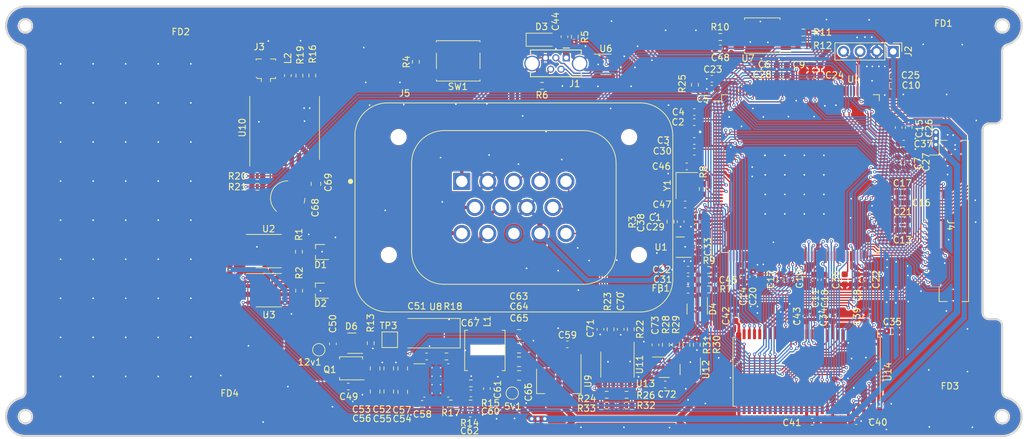
<source format=kicad_pcb>
(kicad_pcb (version 20240108) (generator "pcbnew") (generator_version "8.0")
  (layers (0 "F.Cu" signal) (31 "B.Cu" signal) (34 "B.Paste" user) (35 "F.Paste" user) (36 "B.SilkS" user "B.Silkscreen") (37 "F.SilkS" user "F.Silkscreen") (38 "B.Mask" user) (39 "F.Mask" user) (44 "Edge.Cuts" user))
  (net 0 "")
  (net 1 "+3.3V")
  (net 2 "GND")
  (net 3 "+5C")
  (net 4 "+5V")
  (net 5 "/USB_D-")
  (net 6 "Net-(U4-VDDA)")
  (net 7 "Net-(U1-OUT)")
  (net 8 "Net-(U4-NRST)")
  (net 9 "Net-(U4-BOOT0)")
  (net 18 "/USB_D+")
  (net 19 "Net-(J1-ID)")
  (net 20 "/TXDCAN1")
  (net 21 "/RXDCAN1")
  (net 22 "/TXDCAN2")
  (net 23 "/RXDCAN2")
  (net 27 "/F0")
  (net 28 "/IN1")
  (net 29 "/IN2")
  (net 30 "unconnected-(U4-PC3-Pad35)")
  (net 36 "Net-(U4-PDR_ON)")
  (net 45 "/F1")
  (net 46 "/F2")
  (net 47 "/F3")
  (net 48 "/F4")
  (net 49 "/F5")
  (net 50 "/C0")
  (net 51 "/F11")
  (net 52 "/F12")
  (net 53 "/F13")
  (net 54 "/F14")
  (net 55 "/F15")
  (net 56 "/G0")
  (net 57 "/G1")
  (net 58 "/E7")
  (net 59 "/E8")
  (net 60 "/E9")
  (net 63 "/E10")
  (net 64 "/E11")
  (net 66 "/E12")
  (net 67 "/E13")
  (net 70 "/E14")
  (net 71 "/E15")
  (net 72 "/H6")
  (net 76 "/H7")
  (net 77 "/D8")
  (net 78 "/D9")
  (net 80 "/D10")
  (net 81 "/D14")
  (net 82 "/D15")
  (net 88 "Net-(U10-VBAT)")
  (net 89 "Net-(J3-Pad1)")
  (net 90 "/ADC1")
  (net 92 "/SWDI")
  (net 97 "/G2")
  (net 98 "/G4")
  (net 108 "/SWCLC")
  (net 109 "/G5")
  (net 111 "/G8")
  (net 112 "/D0")
  (net 113 "/D1")
  (net 114 "/G15")
  (net 115 "/E0")
  (net 116 "/E1")
  (net 118 "/A0")
  (net 122 "Net-(U4-PH0)")
  (net 123 "Net-(U4-PH1)")
  (net 124 "Net-(U7-IO3)")
  (net 125 "Net-(U7-IO2)")
  (net 126 "/B7")
  (net 127 "/B3")
  (net 128 "/B4")
  (net 129 "/B5")
  (net 138 "/H8")
  (net 139 "/H9")
  (net 140 "/H10")
  (net 141 "/H11")
  (net 142 "/B1")
  (net 143 "/G6")
  (net 144 "/H13")
  (net 145 "/H14")
  (net 146 "/H15")
  (net 147 "/I0")
  (net 148 "/I1")
  (net 149 "/I2")
  (net 150 "/D6")
  (net 151 "/G11")
  (net 152 "/I4")
  (net 153 "/I5")
  (net 154 "/I6")
  (net 155 "/I7")
  (net 156 "/G7")
  (net 157 "/I10")
  (net 158 "/I9")
  (net 159 "/F10")
  (net 160 "/F8")
  (net 161 "/C13")
  (net 162 "/H5")
  (net 163 "/H4")
  (net 164 "/I11")
  (net 165 "/+12v")
  (net 166 "Net-(U8-BST)")
  (net 167 "Net-(U8-SS)")
  (net 168 "Net-(U8-COMP)")
  (net 169 "Net-(C61-Pad1)")
  (net 170 "/G14")
  (net 171 "Net-(U8-FB)")
  (net 172 "Net-(U8-SW)")
  (net 173 "+BATT")
  (net 174 "Net-(C51-Pad1)")
  (net 175 "Net-(L2-Pad2)")
  (net 176 "Net-(U10-Vcc_RF)")
  (net 177 "Net-(U10-RF_IN)")
  (net 180 "/A10")
  (net 182 "Net-(U10-TXD0)")
  (net 184 "/A9")
  (net 186 "Net-(U10-RXD0)")
  (net 191 "Net-(R22-Pad2)")
  (net 192 "Net-(R23-Pad2)")
  (net 193 "Net-(R24-Pad2)")
  (net 194 "/C2")
  (net 195 "Net-(R26-Pad2)")
  (net 196 "Net-(U12-+)")
  (net 197 "/C1")
  (net 198 "Net-(U12--)")
  (net 203 "Net-(U4-VCAP_1)")
  (net 204 "Net-(U4-VCAP_2)")
  (net 205 "Net-(D6-A)")
  (net 206 "/CANL1")
  (net 207 "/CANH1")
  (net 208 "/CANL2")
  (net 209 "/CANH2")
  (footprint "Resistor_SMD:R_0603_1608Metric" (layer "F.Cu") (at 195.45 81.15)
    (property "Reference" "R11")
    (property "Value" "10k")
  )
  (footprint "Capacitor_SMD:C_0603_1608Metric" (layer "F.Cu") (at 199.95 124.7 90)
    (property "Reference" "C34")
    (property "Value" "100nF")
  )
  (footprint "Resistor_SMD:R_0603_1608Metric" (layer "F.Cu") (at 140.65 130.885 180)
    (property "Reference" "R18")
    (property "Value" "10R")
  )
  (footprint "Resistor_SMD:R_0603_1608Metric" (layer "F.Cu") (at 165.25 136.7625)
    (property "Reference" "R24")
    (property "Value" "240R")
  )
  (footprint "Inductor_SMD:L_0603_1608Metric" (layer "F.Cu") (at 116.3 87.75 90)
    (property "Reference" "L2")
    (property "Value" "47nH")
  )
  (footprint "Resistor_SMD:R_0603_1608Metric" (layer "F.Cu") (at 111.6075 103.18)
    (property "Reference" "R20")
    (property "Value" "0R")
  )
  (footprint "TestPoint:TestPoint_Pad_D1.5mm" (layer "F.Cu") (at 150.75 136.51 -90)
    (property "Reference" "5v1")
    (property "Value" "TestPoint")
  )
  (footprint "Capacitor_SMD:C_0603_1608Metric" (layer "F.Cu") (at 137.6 130.885 180)
    (property "Reference" "C51")
    (property "Value" "100nF")
  )
  (footprint "TestPoint:TestPoint_Pad_D1.5mm" (layer "F.Cu") (at 121.05 129.85 -90)
    (property "Reference" "12v1")
    (property "Value" "TestPoint")
  )
  (footprint "Resistor_SMD:R_0603_1608Metric" (layer "F.Cu") (at 111.6075 104.83)
    (property "Reference" "R21")
    (property "Value" "0R")
  )
  (footprint "Resistor_SMD:R_0603_1608Metric" (layer "F.Cu") (at 144.35 138.11 180)
    (property "Reference" "R14")
    (property "Value" "12K 1%")
  )
  (footprint "Package_SO:SOIC-8_3.9x4.9mm_P1.27mm" (layer "F.Cu") (at 113.375 120.705)
    (property "Reference" "U3")
    (property "Value" "TJA1051T-3")
  )
  (footprint "Capacitor_SMD:C_0603_1608Metric" (layer "F.Cu") (at 208.85 89.3)
    (property "Reference" "C10")
    (property "Value" "100nF")
  )
  (footprint "Package_QFP:LQFP-176_24x24mm_P0.5mm" (layer "F.Cu") (at 195 102.8)
    (property "Reference" "U4")
    (property "Value" "STM32F429IITx")
  )
  (footprint "Capacitor_SMD:C_0603_1608Metric" (layer "F.Cu") (at 180.9625 119.1)
    (property "Reference" "C45")
    (property "Value" "1u")
  )
  (footprint "Capacitor_SMD:C_0603_1608Metric" (layer "F.Cu") (at 205.1 124.75 90)
    (property "Reference" "C39")
    (property "Value" "100nF")
  )
  (footprint "Package_TO_SOT_SMD:SOT-23-6" (layer "F.Cu") (at 174.075 132.5375)
    (property "Reference" "U13")
    (property "Value" "SRV05-4")
  )
  (footprint "Capacitor_SMD:C_0603_1608Metric" (layer "F.Cu") (at 181.4 88.25 180)
    (property "Reference" "C23")
    (property "Value" "4.7uF")
  )
  (footprint "Capacitor_SMD:C_0603_1608Metric" (layer "F.Cu") (at 176.6 110.175 90)
    (property "Reference" "C38")
    (property "Value" "100nF")
  )
  (footprint "Resistor_SMD:R_0603_1608Metric" (layer "F.Cu") (at 177.4875 129.0875 -90)
    (property "Reference" "R31")
    (property "Value" "5.6K")
  )
  (footprint "Button_Switch_SMD:SW_SPST_EVQQ2" (layer "F.Cu") (at 142.45 85.5 180)
    (property "Reference" "SW1")
    (property "Value" "SW_Push")
  )
  (footprint "Capacitor_SMD:C_0603_1608Metric" (layer "F.Cu") (at 195.9 124.7 90)
    (property "Reference" "C43")
    (property "Value" "100nF")
  )
  (footprint "TestPoint:TestPoint_Pad_2.0x2.0mm" (layer "F.Cu") (at 131.95 128.31 -90)
    (property "Reference" "TP3")
    (property "Value" "TestPoint")
  )
  (footprint "Capacitor_SMD:C_0603_1608Metric" (layer "F.Cu") (at 210.65 105.7)
    (property "Reference" "C17")
    (property "Value" "4.7uF")
  )
  (footprint "Capacitor_SMD:C_0603_1608Metric" (layer "F.Cu") (at 177.7625 117.55)
    (property "Reference" "C32")
    (property "Value" "100nF")
  )
  (footprint "Resistor_SMD:R_0603_1608Metric" (layer "F.Cu") (at 165.25 138.4125 180)
    (property "Reference" "R33")
    (property "Value" "680R")
  )
  (footprint "Resistor_SMD:R_0603_1608Metric" (layer "F.Cu") (at 118.03 120.78 -90)
    (property "Reference" "R2")
    (property "Value" "120")
  )
  (footprint "Resistor_SMD:R_0603_1608Metric" (layer "F.Cu") (at 180 105.15 -90)
    (property "Reference" "R8")
    (property "Value" "1M")
  )
  (footprint "Resistor_SMD:R_0603_1608Metric" (layer "F.Cu") (at 182.7 81.835 180)
    (property "Reference" "R10")
    (property "Value" "10k")
  )
  (footprint "Capacitor_SMD:C_0603_1608Metric" (layer "F.Cu") (at 192.15 86.12 180)
    (property "Reference" "C6")
    (property "Value" "100nF")
  )
  (footprint "Resistor_SMD:R_0603_1608Metric" (layer "F.Cu") (at 175.05 110.175 -90)
    (property "Reference" "R3")
    (property "Value" "10k")
  )
  (footprint "Fiducial:Fiducial_0.5mm_Mask1.5mm" (layer "F.Cu") (at 107.35 138.25)
    (property "Reference" "FD4")
    (property "Value" "TestPoint")
  )
  (footprint "Package_SON:Diodes_PowerDI3333-8" (layer "F.Cu") (at 126.005 132.7 180)
    (property "Reference" "Q1")
    (property "Value" "DMP3013SFV-7")
  )
  (footprint "Capacitor_SMD:C_0603_1608Metric" (layer "F.Cu") (at 193.45 119.025 -90)
    (property "Reference" "C19")
    (property "Value" "4.7uF")
  )
  (footprint "Resistor_SMD:R_0603_1608Metric" (layer "F.Cu") (at 168.3 138.4125 180)
    (property "Reference" "R32")
    (property "Value" "680R")
  )
  (footprint "Capacitor_SMD:C_0603_1608Metric" (layer "F.Cu") (at 158.775 81.775 90)
    (property "Reference" "C44")
    (property "Value" "100nF")
  )
  (footprint "Package_TO_SOT_SMD:SOT-323_SC-70" (layer "F.Cu") (at 121.255 120.78 180)
    (property "Reference" "D2")
    (property "Value" "PESD1CAN-UX")
  )
  (footprint "Capacitor_SMD:C_0603_1608Metric" (layer "F.Cu") (at 123.22 128.945 90)
    (property "Reference" "C50")
    (property "Value" "100nF")
  )
  (footprint "Capacitor_SMD:C_0603_1608Metric" (layer "F.Cu") (at 205.2 119.05 -90)
    (property "Reference" "C22")
    (property "Value" "4.7uF")
  )
  (footprint "Capacitor_SMD:C_0603_1608Metric" (layer "F.Cu") (at 198.7 119.1 -90)
    (property "Reference" "C18")
    (property "Value" "4.7uF")
  )
  (footprint "Capacitor_SMD:C_0603_1608Metric" (layer "F.Cu") (at 164.3 126.7125 -90)
    (property "Reference" "C71")
    (property "Value" "100nF")
  )
  (footprint "Resistor_SMD:R_0603_1608Metric" (layer "F.Cu") (at 160.35 81.8 90)
    (property "Reference" "R5")
    (property "Value" "100k")
  )
  (footprint "Package_TO_SOT_SMD:SOT-23-5" (layer "F.Cu") (at 178.0875 132.8875 -90)
    (property "Reference" "U12")
    (property "Value" "MCP6001-OT")
  )
  (footprint "Capacitor_SMD:C_0603_1608Metric" (layer "F.Cu") (at 178.7 99.4475 180)
    (property "Reference" "C30")
    (property "Value" "4.7uF")
  )
  (footprint "Capacitor_SMD:C_0603_1608Metric" (layer "F.Cu") (at 209.95 101.05 -90)
    (property "Reference" "C7")
    (property "Value" "100nF")
  )
  (footprint "Resistor_SMD:R_0603_1608Metric" (layer "F.Cu") (at 180.9625 117.6)
    (property "Reference" "R9")
    (property "Value" "10k")
  )
  (footprint "Inductor_SMD:L_0603_1608Metric" (layer "F.Cu") (at 177.7625 120.65 180)
    (property "Reference" "FB1")
    (property "Value" "FerriteBead")
  )
  (footprint "Capacitor_SMD:C_0603_1608Metric" (layer "F.Cu") (at 203.65 119.05 -90)
    (property "Reference" "C8")
    (property "Value" "100nF")
  )
  (footprint "Capacitor_SMD:C_0603_1608Metric" (layer "F.Cu") (at 192.15 87.67 180)
    (property "Reference" "C28")
    (property "Value" "4.7uF")
  )
  (footprint "Package_SO:TSOP-II-54_22.2x10.16mm_P0.8mm" (layer "F.Cu") (at 195.95 133.225 -90)
    (property "Reference" "U14")
    (property "Value" "W9825G6KH-6I")
  )
  (footprint "Capacitor_Tantalum_SMD:CP_EIA-7343-31_Kemet-D" (layer "F.Cu") (at 138.35 127.31 180)
    (property "Reference" "C67")
    (property "Value" "100uF")
  )
  (footprint "Connector_Coaxial:U.FL_Molex_MCRF_73412-0110_Vertical" (layer "F.Cu") (at 112.925 86.7)
    (property "Reference" "J3")
    (property "Value" "20279-001E-03")
  )
  (footprint "Resistor_SMD:R_0603_1608Metric" (layer "F.Cu") (at 118 114.8 -90)
    (property "Reference" "R1")
    (property "Value" "120")
  )
  (footprint "Resistor_SMD:R_0603_1608Metric" (layer "F.Cu") (at 135.95 85.65 90)
    (property "Reference" "R4")
    (property "Value" "10k")
  )
  (footprint "Capacitor_SMD:C_0805_2012Metric" (layer "F.Cu") (at 129.6875 132.715 90)
    (property "Reference" "C53")
    (property "Value" "10u 35v")
  )
  (footprint "Capacitor_SMD:C_0603_1608Metric" (layer "F.Cu") (at 159.225 129.03)
    (property "Reference" "C59")
    (property "Value" "4.7uF")
  )
  (footprint "Package_TO_SOT_SMD:SOT-23-6" (layer "F.Cu") (at 165.125 86.025)
    (property "Reference" "U6")
    (property "Value" "USBLC6-2SC6")
  )
  (footprint "Capacitor_SMD:C_0805_2012Metric" (layer "F.Cu") (at 120.6075 104.38 90)
    (property "Reference" "C69")
    (property "Value" "10u 35v")
  )
  (footprint "Capacitor_SMD:C_0603_1608Metric" (layer "F.Cu") (at 201.8 119.05 -90)
    (property "Reference" "C36")
    (property "Value" "2.2u")
  )
  (footprint "776262-1:TE_776262-1" (layer "F.Cu") (at 151 108)
    (property "Reference" "J5")
    (property "Value" "776262-1")
  )
  (footprint "Capacitor_SMD:C_0603_1608Metric" (layer "F.Cu") (at 203.55 140.8)
    (property "Reference" "C40")
    (property "Value" "100nF")
  )
  (footprint "Resistor_SMD:R_0603_1608Metric" (layer "F.Cu") (at 155.325 89.325 180)
    (property "Reference" "R6")
    (property "Value" "100k")
  )
  (footprint "Capacitor_SMD:C_0805_2012Metric" (layer "F.Cu") (at 151.8 129.61)
    (property "Reference" "C64")
    (property "Value" "10u")
  )
  (footprint "Resistor_SMD:R_0603_1608Metric" (layer "F.Cu") (at 174.3375 129.0875 90)
    (property "Reference" "R28")
    (property "Value" "2.7k")
  )
  (footprint "Capacitor_SMD:C_0603_1608Metric" (layer "F.Cu") (at 211.5 101.05 -90)
    (property "Reference" "C27")
    (property "Value" "4.7uF")
  )
  (footprint "Capacitor_SMD:C_0603_1608Metric" (layer "F.Cu") (at 177.7625 119.1 180)
    (property "Reference" "C31")
    (property "Value" "4.7uF")
  )
  (footprint "Capacitor_SMD:C_0805_2012Metric" (layer "F.Cu") (at 151.7875 131.7)
    (property "Reference" "C65")
    (property "Value" "10u")
  )
  (footprint "Capacitor_SMD:C_0603_1608Metric" (layer "F.Cu") (at 182.7 83.585 180)
    (property "Reference" "C48")
    (property "Value" "100nF")
  )
  (footprint "Capacitor_SMD:C_0603_1608Metric" (layer "F.Cu") (at 136.9 138.16)
    (property "Reference" "C58")
    (property "Value" "100nF")
  )
  (footprint "Capacitor_SMD:C_0603_1608Metric" (layer "F.Cu") (at 209.1 127)
    (property "Reference" "C35")
    (property "Value" "100nF")
  )
  (footprint "Package_SO:SOIC-8_3.9x4.9mm_P1.27mm" (layer "F.Cu") (at 166.905 132.125 -90)
    (property "Reference" "U11")
    (property "Value" "ILD207T")
  )
  (footprint "Capacitor_SMD:C_0603_1608Metric" (layer "F.Cu") (at 177.55 101.7)
    (property "Reference" "C46")
    (property "Value" "20p")
  )
  (footprint "Resistor_SMD:R_0603_1608Metric" (layer "F.Cu") (at 141.3 138.11 180)
    (property "Reference" "R17")
    (property "Value" "2.2K 1%")
  )
  (footprint "Capacitor_SMD:C_0805_2012Metric" (layer "F.Cu") (at 131.7875 132.715 90)
    (property "Reference" "C52")
    (property "Value" "10u 35v")
  )
  (footprint "Resistor_SMD:R_0603_1608Metric" (layer "F.Cu") (at 195.45 83.15 180)
    (property "Reference" "R12")
    (property "Value" "10k")
  )
  (footprint "Capacitor_SMD:C_0603_1608Metric" (layer "F.Cu") (at 125.57 135.495)
    (property "Reference" "C49")
    (property "Value" "100n 100v")
  )
  (footprint "Capacitor_SMD:C_0603_1608Metric" (layer "F.Cu") (at 197.3 87.7 180)
    (property "Reference" "C24")
    (property "Value" "4.7uF")
  )
  (footprint "Fiducial:Fiducial_0.5mm_Mask1.5mm" (layer "F.Cu") (at 216.95 81.45)
    (property "Reference" "FD1")
    (property "Value" "TestPoint")
  )
  (footprint "Package_TO_SOT_SMD:SOT-323_SC-70" (layer "F.Cu") (at 121.275 114.85 180)
    (property "Reference" "D1")
    (property "Value" "PESD1CAN-UX")
  )
  (footprint "Capacitor_SMD:C_0603_1608Metric" (layer "F.Cu") (at 181.4 89.8 180)
    (property "Reference" "C5")
    (property "Value" "100nF")
  )
  (footprint "Diode_SMD:D_SOD-123" (layer "F.Cu") (at 155.25 82.25)
    (property "Reference" "D3")
    (property "Value" "schottky")
  )
  (footprint "Capacitor_SMD:C_0603_1608Metric" (layer "F.Cu") (at 210.65 107.25)
    (property "Reference" "C16")
    (property "Value" "100nF")
  )
  (footprint "Capacitor_SMD:C_0603_1608Metric" (layer "F.Cu") (at 187.75 118.65 -90)
    (property "Reference" "C20")
    (property "Value" "4.7uF")
  )
  (footprint "Capacitor_SMD:C_0603_1608Metric" (layer "F.Cu") (at 146.85 135.81 -90)
    (property "Reference" "C61")
    (property "Value" "1.2nF")
  )
  (footprint "Package_SO:SOIC-8_5.23x5.23mm_P1.27mm" (layer "F.Cu") (at 189.15 81.62 180)
    (property "Reference" "U7")
    (property "Value" "W25Q32JVSS")
  )
  (footprint "Capacitor_SMD:C_0603_1608Metric" (layer "F.Cu") (at 144.3 139.66 180)
    (property "Reference" "C62")
    (property "Value" "220 pF")
  )
  (footprint "Package_TO_SOT_SMD:SOT-23" (layer "F.Cu") (at 126.12 128.845 180)
    (property "Reference" "D6")
    (property "Value" "MMBZ5242BLT3G")
  )
  (footprint "Fiducial:Fiducial_0.5mm_Mask1.5mm" (layer "F.Cu") (at 217.95 137.15)
    (property "Reference" "FD3")
    (property "Value" "TestPoint")
  )
  (footprint "Package_SO:SOIC-8_3.9x4.9mm_P1.27mm" (layer "F.Cu") (at 113.35 114.7)
    (property "Reference" "U2")
    (property "Value" "TJA1051T-3")
  )
  (footprint "Capacitor_SMD:C_0603_1608Metric" (layer "F.Cu") (at 177.3 107.55 180)
    (property "Reference" "C47")
    (property "Value" "20p")
  )
  (footprint "Capacitor_SMD:C_0603_1608Metric" (layer "F.Cu") (at 178.7 97.8 180)
    (property "Reference" "C3")
    (property "Value" "100nF")
  )
  (footprint "Resistor_SMD:R_0603_1608Metric" (layer "F.Cu") (at 180.9625 120.6 180)
    (property "Reference" "R7")
    (property "Value" "82k")
  )
  (footprint "Package_TO_SOT_SMD:SOT-23" (layer "F.Cu") (at 176.55 114.1 180)
    (property "Reference" "U1")
    (property "Value" "REF3333")
  )
  (footprint "RF_GPS:SIM28ML" (layer "F.Cu") (at 115.8 95.8 90)
    (property "Reference" "U10")
    (property "Value" "~")
  )
  (footprint "Inductor_SMD:L_Bourns_SRN6045TA" (layer "F.Cu") (at 146.55 129.96 90)
    (property "Reference" "L1")
    (property "Value" "SRN6045TA-3R3Y")
  )
  (footprint "Capacitor_SMD:C_0603_1608Metric" (layer "F.Cu") (at 185 124.65 90)
    (property "Reference" "C42")
    (property "Value" "100nF")
  )
  (footprint "Resistor_SMD:R_0603_1608Metric" (layer "F.Cu") (at 179.0875 129.0875 -90)
    (property "Reference" "R30")
    (property "Value" "10k")
  )
  (footprint "Resistor_SMD:R_0603_1608Metric" (layer "F.Cu") (at 129.02 128.845 -90)
    (property "Reference" "R13")
    (property "Value" "12K 1%")
  )
  (footprint "Capacitor_SMD:C_0603_1608Metric" (layer "F.Cu") (at 208.85 87.75)
    (property "Reference" "C25")
    (property "Value" "4.7uF")
  )
  (footprint "Capacitor_SMD:C_0603_1608Metric" (layer "F.Cu") (at 178.7 93.35 180)
    (property "Reference" "C4")
    (property "Value" "100nF")
  )
  (footprint "Capacitor_SMD:C_0603_1608Metric" (layer "F.Cu") (at 186.2 118.65 -90)
    (property "Reference" "C14")
    (property "Value" "100nF")
  )
  (footprint "Capacitor_SMD:C_0603_1608Metric" (layer "F.Cu") (at 191.95 119.025 -90)
    (property "Reference" "C12")
    (property "Value" "100nF")
  )
  (footprint "Capacitor_SMD:C_0603_1608Metric" (layer "F.Cu") (at 211.63 95.73 -90)
    (property "Reference" "C26")
    (property "Value" "4.7uF")
  )
  (footprint "Capacitor_SMD:C_0603_1608Metric" (layer "F.Cu") (at 197.15 119.1 -90)
    (property "Reference" "C11")
    (property "Value" "100nF")
  )
  (footprint "Fiducial:Fiducial_0.5mm_Mask1.5mm" (layer "F.Cu") (at 99.85 82.75)
    (property "Reference" "FD2")
    (property "Value" "TestPoint")
  )
  (footprint "Resistor_SMD:R_0603_1608Metric" (layer "F.Cu") (at 175.8875 129.0875 90)
    (property "Reference" "R29")
    (property "Value" "10k")
  )
  (footprint "Capacitor_SMD:C_0805_2012Metric" (layer "F.Cu") (at 131.7875 136.265 -90)
    (property "Reference" "C55")
    (property "Value" "10u 35v")
  )
  (footprint "776262-1:SM3R3703T01U" (layer "F.Cu") (at 119.045 107.58 90)
    (property "Reference" "C68")
    (property "Value" "sm3r3703t01u")
  )
  (footprint "Capacitor_SMD:C_0603_1608Metric" (layer "F.Cu") (at 178.945 109.425 180)
    (property "Reference" "C1")
    (property "Value" "100nF")
  )
  (footprint "Capacitor_SMD:C_0603_1608Metric" (layer "F.Cu") (at 167.4 126.7125 90)
    (property "Reference" "C70")
    (property "Value" "100nF")
  )
  (footprint "Capacitor_SMD:C_0603_1608Metric" (layer "F.Cu") (at 144.4 136.56)
    (property "Reference" "C60")
    (property "Value" "220pF")
  )
  (footprint "Connector_USB:USB_Mini-B_Tensility_54-00023_Vertical_CircularHoles" (layer "F.Cu") (at 159.05 85.025 180)
    (property "Reference" "J1")
    (property "Value" "USB_B_Mini")
  )
  (footprint "Capacitor_SMD:C_0603_1608Metric" (layer "F.Cu") (at 179.35 114.05 -90)
    (property "Reference" "C33")
    (property "Value" "100nF")
  )
  (footprint "Capacitor_SMD:C_0603_1608Metric" (layer "F.Cu") (at 172.7375 129.095 -90)
    (property "Reference" "C73")
    (property "Value" "100nF")
  )
  (footprint "Package_TO_SOT_SMD:SOT-223-3_TabPin2" (layer "F.Cu") (at 157.9 134.68 -90)
    (property "Reference" "U9")
    (property "Value" "AMS1117-3.3")
  )
  (footprint "Crystal:Crystal_SMD_3225-4Pin_3.2x2.5mm" (layer "F.Cu") (at 177.55 104.65 -90)
    (property "Reference" "Y1")
    (property "Value" "12MHz")
  )
  (footprint "Resistor_SMD:R_0603_1608Metric" (layer "F.Cu") (at 168.3 136.7625 180)
    (property "Reference" "R26")
    (property "Value" "240R")
  )
  (footprint "Resistor_SMD:R_0603_1608Metric" (layer "F.Cu") (at 144.4 135.01)
    (property "Reference" "R15")
    (property "Value" "20K 1%")
  )
  (footprint "Capacitor_SMD:C_0603_1608Metric" (layer "F.Cu") (at 178.7 94.9 180)
    (property "Reference" "C2")
    (property "Value" "4.7uF")
  )
  (footprint "Package_TO_SOT_SMD:SOT-23-6" (layer "F.Cu") (at 179.15 123.6 -90)
    (property "Reference" "D4")
    (property "Value" "SRV05-4")
  )
  (footprint "Resistor_SMD:R_0603_1608Metric" (layer "F.Cu") (at 178.8 89.15 -90)
    (property "Reference" "R25")
    (property "Value" "10k")
  )
  (footprint "Resistor_SMD:R_0603_1608Metric" (layer "F.Cu") (at 168.95 126.7125 -90)
    (property "Reference" "R22")
    (property "Value" "2k")
  )
  (footprint "Package_SO:SOIC-8-1EP_3.9x4.9mm_P1.27mm_EP2.95x4.9mm_Mask2.71x3.4mm_ThermalVias" (layer "F.Cu") (at 139.0875 134.565)
    (property "Reference" "U8")
    (property "Value" "AP64501SP-13")
  )
  (footprint "Capacitor_SMD:C_0805_2012Metric" (layer "F.Cu") (at 151.8 133.8)
    (property "Reference" "C66")
    (property "Value" "10u")
  )
  (footprint "Connector_PinHeader_2.54mm:PinHeader_1x04_P2.54mm_Vertical" (layer "F.Cu") (at 209.24 84.05 -90)
    (property "Reference" "J2")
    (property "Value" "Conn_01x04")
  )
  (footprint "Capacitor_SMD:C_0603_1608Metric" (layer "F.Cu") (at 196.825 140.9 180)
    (property "Reference" "C41")
    (property "Value" "100nF")
  )
  (footprint "Capacitor_SMD:C_0805_2012Metric" (layer "F.Cu") (at 133.9375 132.715 90)
    (property "Reference" "C57")
    (property "Value" "10u 35v")
  )
  (footprint "Capacitor_SMD:C_0603_1608Metric" (layer "F.Cu") (at 197.3 86.15 180)
    (property "Reference" "C9")
    (property "Value" "100nF")
  )
  (footprint "Capacitor_SMD:C_0603_1608Metric" (layer "F.Cu") (at 210.85 98.2)
    (property "Reference" "C37")
    (property "Value" "2.2u")
  )
  (footprint "Capacitor_SMD:C_0805_2012Metric" (layer "F.Cu") (at 151.8 127.5)
    (property "Reference" "C63")
    (property "Value" "10u")
  )
  (footprint "Resistor_SMD:R_0603_1608Metric" (layer "F.Cu") (at 118.065 87.7575 90)
    (property "Reference" "R19")
    (property "Value" "0R")
  )
  (footprint "Capacitor_SMD:C_0603_1608Metric" (layer "F.Cu") (at 210.7 111.45)
    (property "Reference" "C13")
    (property "Value" "100nF")
  )
  (footprint "Capacitor_SMD:C_0603_1608Metric" (layer "F.Cu") (at 210.7 109.95)
    (property "Reference" "C21")
    (property "Value" "4.7uF")
  )
  (footprint "Capacitor_SMD:C_0603_1608Metric" (layer "F.Cu") (at 210.08 95.73 -90)
    (property "Reference" "C15")
    (property "Value" "100nF")
  )
  (footprint "Resistor_SMD:R_0603_1608Metric" (layer "F.Cu") (at 120.05 87.75 -90)
    (property "Reference" "R16")
    (property "Value" "10R")
  )
  (footprint "Capacitor_SMD:C_0805_2012Metric" (layer "F.Cu") (at 129.6875 136.265 -90)
    (property "Reference" "C56")
    (property "Value" "10u 35v")
  )
  (footprint "Capacitor_SMD:C_0805_2012Metric" (layer "F.Cu") (at 133.9375 136.315 -90)
    (property "Reference" "C54")
    (property "Value" "10u 35v")
  )
  (footprint "Capacitor_SMD:C_0603_1608Metric" (layer "F.Cu") (at 174.2375 135.1875)
    (property "Reference" "C72")
    (property "Value" "33nF")
  )
  (footprint "Capacitor_SMD:C_0603_1608Metric" (layer "F.Cu") (at 178.95 110.975 180)
    (property "Reference" "C29")
    (property "Value" "4.7uF")
  )
  (footprint "FPC:F-FPC0M40P-C310" (layer "F.Cu") (at 218.05 110.2 -90)
    (property "Reference" "J4")
    (property "Value" "Conn_01x40_MountingPin")
  )
  (footprint "Resistor_SMD:R_0603_1608Metric" (layer "F.Cu") (at 165.85 126.7125 -90)
    (property "Reference" "R23")
    (property "Value" "2k")
  )
  (gr_line (start 142.8 131.95) (end 145.7 131.85) (stroke (width 0.2)) (layer "F.Cu") (net 172))
  (gr_poly (pts (xy 136.9 132.9) (xy 136.9 131.3) (xy 137.15 131.3) (xy 137.15 130.55) (xy 136.5 130.55) (xy 136.5 132.9)) (stroke (width 0.2)) (fill solid) (layer "F.Cu") (net 166))
  (gr_poly (pts (xy 141.1 130.735) (xy 141.1 132.735) (xy 145.1 132.735) (xy 145.1 131.535) (xy 141.9 131.535) (xy 141.9 130.735)) (stroke (width 0.2)) (fill solid) (layer "F.Cu") (net 172))
  (gr_poly (pts (xy 136.95 133.8) (xy 134.3 133.8) (xy 134.3 133.35) (xy 129.45 133.35) (xy 128.7 132.35) (xy 127.4 132.35) (xy 127.4 133.95) (xy 128.5 135.5) (xy 134.45 135.5) (xy 134.45 135.2) (xy 136.95 135.2)) (stroke (width 0.2)) (fill solid) (layer "F.Cu") (net 165))
  (gr_poly (pts (xy 215.35 100.35) (xy 215.35 101) (xy 216.3 101) (xy 216.3 100.35)) (stroke (width 0.2)) (fill solid) (layer "F.Cu") (net 4))
  (gr_arc (start 226.75 137.222279) (mid 228.976093 140.505033) (end 226 143.127017) (stroke (width 0.25)) (layer "Edge.Cuts"))
  (gr_line (start 226 94.127017) (end 226 84) (stroke (width 0.25)) (layer "Edge.Cuts"))
  (gr_arc (start 226.75 137.222279) (mid 226.209402 136.866417) (end 226 136.254033) (stroke (width 0.25)) (layer "Edge.Cuts"))
  (gr_arc (start 223 96.127017) (mid 223.292893 95.419919) (end 224 95.127017) (stroke (width 0.25)) (layer "Edge.Cuts"))
  (gr_circle (center 226 140.127017) (end 227 140.127017) (stroke (width 0.25)) (fill none) (layer "Edge.Cuts"))
  (gr_arc (start 75.25 83.031754) (mid 75.79057 83.387627) (end 76 84) (stroke (width 0.25)) (layer "Edge.Cuts"))
  (gr_line (start 226 77.127017) (end 76 77.127017) (stroke (width 0.25)) (layer "Edge.Cuts"))
  (gr_arc (start 75.25 83.031754) (mid 73.023911 79.749004) (end 76 77.127017) (stroke (width 0.25)) (layer "Edge.Cuts"))
  (gr_line (start 226 136.254033) (end 226 126.127017) (stroke (width 0.25)) (layer "Edge.Cuts"))
  (gr_circle (center 76 80.127017) (end 77 80.127017) (stroke (width 0.25)) (fill none) (layer "Edge.Cuts"))
  (gr_line (start 76 84) (end 76 136.254033) (stroke (width 0.25)) (layer "Edge.Cuts"))
  (gr_line (start 76 143.127017) (end 226 143.127017) (stroke (width 0.25)) (layer "Edge.Cuts"))
  (gr_arc (start 226 94.127017) (mid 225.707107 94.834133) (end 225 95.127017) (stroke (width 0.25)) (layer "Edge.Cuts"))
  (gr_circle (center 226 80.127017) (end 227 80.127017) (stroke (width 0.25)) (fill none) (layer "Edge.Cuts"))
  (gr_line (start 225 125.127017) (end 224 125.127017) (stroke (width 0.25)) (layer "Edge.Cuts"))
  (gr_arc (start 226 84) (mid 226.209438 83.387642) (end 226.75 83.031754) (stroke (width 0.25)) (layer "Edge.Cuts"))
  (gr_arc (start 224 125.127017) (mid 223.292866 124.834138) (end 223 124.127017) (stroke (width 0.25)) (layer "Edge.Cuts"))
  (gr_line (start 224 95.127017) (end 225 95.127017) (stroke (width 0.25)) (layer "Edge.Cuts"))
  (gr_line (start 223 124.127017) (end 223 96.127017) (stroke (width 0.25)) (layer "Edge.Cuts"))
  (gr_arc (start 76 143.127017) (mid 73.023911 140.50503) (end 75.25 137.222279) (stroke (width 0.25)) (layer "Edge.Cuts"))
  (gr_arc (start 226 77.127017) (mid 228.976093 79.749006) (end 226.75 83.031754) (stroke (width 0.25)) (layer "Edge.Cuts"))
  (gr_arc (start 76 136.254033) (mid 75.79057 136.866406) (end 75.25 137.222279) (stroke (width 0.25)) (layer "Edge.Cuts"))
  (gr_arc (start 225 125.127017) (mid 225.707079 125.419924) (end 226 126.127017) (stroke (width 0.25)) (layer "Edge.Cuts"))
  (gr_circle (center 76 140.127017) (end 77 140.127017) (stroke (width 0.25)) (fill none) (layer "Edge.Cuts"))
  (segment (start 159.115 141.735) (end 160.4 140.45) (width 0.8) (layer "F.Cu") (net 1))
  (segment (start 200.125 125.3) (end 204.875 125.3) (width 0.4) (layer "F.Cu") (net 1))
  (segment (start 205.05 125.525) (end 205.1 125.525) (width 0.2) (layer "F.Cu") (net 1))
  (segment (start 183.10533 103.05) (end 184.15 104.09467) (width 0.2) (layer "F.Cu") (net 1))
  (segment (start 211.63 94.955) (end 212.205 94.955) (width 0.25) (layer "F.Cu") (net 1))
  (segment (start 181.875 81.985) (end 181.875 81.835) (width 0.2) (layer "F.Cu") (net 1))
  (segment (start 202.8 140.825) (end 202.775 140.8) (width 0.8) (layer "F.Cu") (net 1))
  (segment (start 197.75 117) (end 197.15 117.6) (width 0.25) (layer "F.Cu") (net 1))
  (segment (start 204.75 125.875) (end 205.1 125.525) (width 0.4) (layer "F.Cu") (net 1))
  (segment (start 118.670787 141.735001) (end 159.115 141.735) (width 0.8) (layer "F.Cu") (net 1))
  (segment (start 174.33566 140.45) (end 175.95 140.45) (width 0.8) (layer "F.Cu") (net 1))
  (segment (start 183.225 127.2) (end 180.55 127.2) (width 0.25) (layer "F.Cu") (net 1))
  (segment (start 183.475 83.525) (end 185.55 83.525) (width 0.2) (layer "F.Cu") (net 1))
  (segment (start 175.05 111) (end 175.8 111.75) (width 0.2) (layer "F.Cu") (net 1))
  (segment (start 195.9 125.475) (end 195.875 125.5) (width 0.2) (layer "F.Cu") (net 1))
  (segment (start 113.9 121.036751) (end 113.9 118.53) (width 0.25) (layer "F.Cu") (net 1))
  (segment (start 179.72 109.425) (end 179.845 109.55) (width 0.2) (layer "F.Cu") (net 1))
  (segment (start 202.35 138.975) (end 202.35 140.375) (width 0.4) (layer "F.Cu") (net 1))
  (segment (start 209.925 109.95) (end 209.875 109.9) (width 0.25) (layer "F.Cu") (net 1))
  (segment (start 182.325 99.05) (end 179.8725 99.05) (width 0.2) (layer "F.Cu") (net 1))
  (segment (start 184.15 108.575) (end 183.175 109.55) (width 0.2) (layer "F.Cu") (net 1))
  (segment (start 179.825 94.55) (end 182.325 94.55) (width 0.2) (layer "F.Cu") (net 1))
  (segment (start 208.075 89.3) (end 208.075 87.75) (width 0.2) (layer "F.Cu") (net 1))
  (segment (start 197.15 118.325) (end 197.15 118.3) (width 0.4) (layer "F.Cu") (net 1))
  (segment (start 113.9 118.53) (end 115.825 116.605) (width 0.25) (layer "F.Cu") (net 1))
  (segment (start 185.55 127.475) (end 185.55 125.975) (width 0.4) (layer "F.Cu") (net 1))
  (segment (start 213.25 99.3) (end 212.275 100.275) (width 0.25) (layer "F.Cu") (net 1))
  (segment (start 174.33566 140.45) (end 176.15 140.45) (width 0.8) (layer "F.Cu") (net 1))
  (segment (start 146.740812 83.5) (end 152.040812 78.2) (width 0.25) (layer "F.Cu") (net 1))
  (segment (start 205.2 118.275) (end 207.375 118.275) (width 0.4) (layer "F.Cu") (net 1))
  (segment (start 186.25 90.125) (end 186.25 89.34259) (width 0.2) (layer "F.Cu") (net 1))
  (segment (start 179.725 110.975) (end 179.725 109.43) (width 0.2) (layer "F.Cu") (net 1))
  (segment (start 118.2 98.6) (end 119.1 99.5) (width 0.8) (layer "F.Cu") (net 1))
  (segment (start 115.85 122.65) (end 115.473249 122.61) (width 0.25) (layer "F.Cu") (net 1))
  (segment (start 178.246751 123.45) (end 177.4 123.45) (width 0.25) (layer "F.Cu") (net 1))
  (segment (start 179.725 109.43) (end 179.72 109.425) (width 0.2) (layer "F.Cu") (net 1))
  (segment (start 208.925 112.55) (end 209.925 111.55) (width 0.25) (layer "F.Cu") (net 1))
  (segment (start 176.975 123.025) (end 176.975 120.65) (width 0.25) (layer "F.Cu") (net 1))
  (segment (start 197.75 88.025) (end 198.075 87.7) (width 0.2) (layer "F.Cu") (net 1))
  (segment (start 203.65 118.275) (end 202.75 117.375) (width 0.2) (layer "F.Cu") (net 1))
  (segment (start 209.875 109.9) (end 209.875 107.25) (width 0.25) (layer "F.Cu") (net 1))
  (segment (start 205.2 118.275) (end 203.65 118.275) (width 0.4) (layer "F.Cu") (net 1))
  (segment (start 145.85 83.5) (end 146.740812 83.5) (width 0.25) (layer "F.Cu") (net 1))
  (segment (start 192.75 87.845) (end 192.75 90.125) (width 0.2) (layer "F.Cu") (net 1))
  (segment (start 182.175 90.075) (end 181.2 91.05) (width 0.25) (layer "F.Cu") (net 1))
  (segment (start 199.95 127.475) (end 199.95 125.175) (width 0.2) (layer "F.Cu") (net 1))
  (segment (start 185.15 88.25) (end 182.175 88.25) (width 0.2) (layer "F.Cu") (net 1))
  (segment (start 183.46 83.6) (end 183.475 83.585) (width 0.2) (layer "F.Cu") (net 1))
  (segment (start 157.9 129.58) (end 158.45 129.03) (width 0.8) (layer "F.Cu") (net 1))
  (segment (start 209.95 100.275) (end 211.5 100.275) (width 0.25) (layer "F.Cu") (net 1))
  (segment (start 186.25 117.975) (end 186.35 117.875) (width 0.2) (layer "F.Cu") (net 1))
  (segment (start 180.4 91.05) (end 179.875 91.05) (width 0.25) (layer "F.Cu") (net 1))
  (segment (start 185.5 127.496) (end 185.521 127.475) (width 0.8) (layer "F.Cu") (net 1))
  (segment (start 207.179 138.571) (end 207.179 140.33) (width 0.8) (layer "F.Cu") (net 1))
  (segment (start 181.2 91.05) (end 180.4 91.05) (width 0.25) (layer "F.Cu") (net 1))
  (segment (start 157.9 131.53) (end 157.9 129.58) (width 0.8) (layer "F.Cu") (net 1))
  (segment (start 178.8 95.575) (end 179.475 94.9) (width 0.2) (layer "F.Cu") (net 1))
  (segment (start 197.15 117.6) (end 197.15 118.325) (width 0.25) (layer "F.Cu") (net 1))
  (segment (start 183.175 109.55) (end 182.325 109.55) (width 0.2) (layer "F.Cu") (net 1))
  (segment (start 182.175 89.2) (end 182.175 90.075) (width 0.25) (layer "F.Cu") (net 1))
  (segment (start 120.6075 103.43) (end 119.1 101.9225) (width 0.25) (layer "F.Cu") (net 1))
  (segment (start 198.075 86.15) (end 198.075 85.968654) (width 0.2) (layer "F.Cu") (net 1))
  (segment (start 186.25 115.475) (end 186.25 117.975) (width 0.2) (layer "F.Cu") (net 1))
  (segment (start 179.65 93.175) (end 179.475 93.35) (width 0.25) (layer "F.Cu") (net 1))
  (segment (start 198.075 85.968654) (end 201.143654 82.9) (width 0.2) (layer "F.Cu") (net 1))
  (segment (start 199.4 119.025) (end 198.7 118.325) (width 0.2) (layer "F.Cu") (net 1))
  (segment (start 212.205 94.955) (end 213.25 96) (width 0.25) (layer "F.Cu") (net 1))
  (segment (start 205.1 87.75) (end 208.075 87.75) (width 0.2) (layer "F.Cu") (net 1))
  (segment (start 119.1 101.9225) (end 119.1 100.65) (width 0.25) (layer "F.Cu") (net 1))
  (segment (start 202.9 119.025) (end 199.4 119.025) (width 0.2) (layer "F.Cu") (net 1))
  (segment (start 187.75 117.875) (end 187.775 117.85) (width 0.25) (layer "F.Cu") (net 1))
  (segment (start 179.15 124.353249) (end 178.246751 123.45) (width 0.25) (layer "F.Cu") (net 1))
  (segment (start 208.075 87.75) (end 209.24 86.585) (width 0.2) (layer "F.Cu") (net 1))
  (segment (start 199.95 125.475) (end 200.125 125.3) (width 0.4) (layer "F.Cu") (net 1))
  (segment (start 208.09 82.9) (end 209.24 84.05) (width 0.2) (layer "F.Cu") (net 1))
  (segment (start 180.4 91.05) (end 180.05 91.05) (width 0.25) (layer "F.Cu") (net 1))
  (segment (start 207.179 137.879) (end 207.2 137.9) (width 0.8) (layer "F.Cu") (net 1))
  (segment (start 207.675 112.55) (end 208.925 112.55) (width 0.25) (layer "F.Cu") (net 1))
  (segment (start 182.175 88.25) (end 182.246857 88.178143) (width 0.2) (layer "F.Cu") (net 1))
  (segment (start 201.143654 82.9) (end 208.09 82.9) (width 0.2) (layer "F.Cu") (net 1))
  (segment (start 207.179 140.33) (end 205.534 141.975) (width 0.8) (layer "F.Cu") (net 1))
  (segment (start 192.4 116.722182) (end 192.75 116.372182) (width 0.2) (layer "F.Cu") (net 1))
  (segment (start 179.475 94.9) (end 179.475 93.35) (width 0.2) (layer "F.Cu") (net 1))
  (segment (start 179.8725 99.05) (end 179.475 99.4475) (width 0.2) (layer "F.Cu") (net 1))
  (segment (start 192.925 86.12) (end 193.695 85.35) (width 0.2) (layer "F.Cu") (net 1))
  (segment (start 166.5 78.2) (end 173.1 84.8) (width 0.25) (layer "F.Cu") (net 1))
  (segment (start 196.175 125.2) (end 195.9 125.475) (width 0.5) (layer "F.Cu") (net 1))
  (segment (start 197.6 141.875) (end 197.6 140.9) (width 0.8) (layer "F.Cu") (net 1))
  (segment (start 184.15 104.09467) (end 184.15 108.575) (width 0.2) (layer "F.Cu") (net 1))
  (segment (start 157.9 137.83) (end 157.9 137.95) (width 0.8) (layer "F.Cu") (net 1))
  (segment (start 195.95 127.475) (end 195.95 125.525) (width 0.4) (layer "F.Cu") (net 1))
  (segment (start 193.631665 118.431665) (end 193.45 118.25) (width 0.2) (layer "F.Cu") (net 1))
  (segment (start 207.179 128.9) (end 207.079 129) (width 0.4) (layer "F.Cu") (net 1))
  (segment (start 207.675 106.55) (end 209.175 106.55) (width 0.25) (layer "F.Cu") (net 1))
  (segment (start 197.75 90.125) (end 197.75 88.025) (width 0.2) (layer "F.Cu") (net 1))
  (segment (start 178.95 111.75) (end 179.725 110.975) (width 0.2) (layer "F.Cu") (net 1))
  (segment (start 202.35 140.375) (end 202.775 140.8) (width 0.4) (layer "F.Cu") (net 1))
  (segment (start 185.5 131.1) (end 185.5 127.496) (width 0.8) (layer "F.Cu") (net 1))
  (segment (start 202.8 141.975) (end 202.8 140.825) (width 0.8) (layer "F.Cu") (net 1))
  (segment (start 210.08 94.955) (end 211.63 94.955) (width 0.18) (layer "F.Cu") (net 1))
  (segment (start 199.95 125.475) (end 199.95 127.475) (width 0.4) (layer "F.Cu") (net 1))
  (segment (start 197.55 140.85) (end 197.6 140.9) (width 0.4) (layer "F.Cu") (net 1))
  (segment (start 207.179 128.9) (end 207.179 128.275) (width 0.8) (layer "F.Cu") (net 1))
  (segment (start 212.275 100.275) (end 211.5 100.275) (width 0.25) (layer "F.Cu") (net 1))
  (segment (start 185.98241 89.075) (end 185.975 89.075) (width 0.2) (layer "F.Cu") (net 1))
  (segment (start 197.7 141.975) (end 201.6 141.975) (width 0.8) (layer "F.Cu") (net 1))
  (segment (start 207.079 129) (end 205.32 129) (width 0.4) (layer "F.Cu") (net 1))
  (segment (start 197.043335 118.431665) (end 193.631665 118.431665) (width 0.2) (layer "F.Cu") (net 1))
  (segment (start 183.475 83.585) (end 181.875 81.985) (width 0.2) (layer "F.Cu") (net 1))
  (segment (start 157.9 137.95) (end 160.4 140.45) (width 0.8) (layer "F.Cu") (net 1))
  (segment (start 209.24 86.585) (end 209.24 84.05) (width 0.2) (layer "F.Cu") (net 1))
  (segment (start 192.75 116.372182) (end 192.75 115.475) (width 0.2) (layer "F.Cu") (net 1))
  (segment (start 179.65 91.45) (end 179.65 93.175) (width 0.25) (layer "F.Cu") (net 1))
  (segment (start 175.95 140.45) (end 177.475 141.975) (width 0.8) (layer "F.Cu") (net 1))
  (segment (start 107.4 117.55) (end 107.4 102) (width 0.8) (layer "F.Cu") (net 1))
  (segment (start 193.656665 118.456665) (end 193.45 118.25) (width 0.25) (layer "F.Cu") (net 1))
  (segment (start 193.695 85.35) (end 197.275 85.35) (width 0.2) (layer "F.Cu") (net 1))
  (segment (start 177.4 123.45) (end 176.975 123.025) (width 0.25) (layer "F.Cu") (net 1))
  (segment (start 179.875 91.05) (end 178.8 89.975) (width 0.25) (layer "F.Cu") (net 1))
  (segment (start 192.4 117.8) (end 192.4 116.722182) (width 0.2) (layer "F.Cu") (net 1))
  (segment (start 179.475 97.8) (end 178.8 97.125) (width 0.2) (layer "F.Cu") (net 1))
  (segment (start 192.925 87.67) (end 192.75 87.845) (width 0.2) (layer "F.Cu") (net 1))
  (segment (start 199.95 125.475) (end 199.675 125.2) (width 0.5) (layer "F.Cu") (net 1))
  (segment (start 197.275 85.35) (end 198.075 86.15) (width 0.2) (layer "F.Cu") (net 1))
  (segment (start 191.05 118.2) (end 191.9 118.2) (width 0.2) (layer "F.Cu") (net 1))
  (segment (start 197.75 115.475) (end 197.75 117) (width 0.25) (layer "F.Cu") (net 1))
  (segment (start 180.05 91.05) (end 179.65 91.45) (width 0.25) (layer "F.Cu") (net 1))
  (segment (start 197.7 141.975) (end 197.6 141.875) (width 0.8) (layer "F.Cu") (net 1))
  (segment (start 186.25 90.125) (end 186.25 90.90533) (width 0.2) (layer "F.Cu") (net 1))
  (segment (start 207.675 94.55) (end 209.675 94.55) (width 0.18) (layer "F.Cu") (net 1))
  (segment (start 186.25 89.34259) (end 185.98241 89.075) (width 0.2) (layer "F.Cu") (net 1))
  (segment (start 209.675 94.55) (end 210.08 94.955) (width 0.18) (layer "F.Cu") (net 1))
  (segment (start 206.825 127) (end 206.35 127.475) (width 0.4) (layer "F.Cu") (net 1))
  (segment (start 180.55 127.2) (end 179.15 125.8) (width 0.25) (layer "F.Cu") (net 1))
  (segment (start 183.4 83.6) (end 183.46 83.6) (width 0.2) (layer "F.Cu") (net 1))
  (segment (start 192.8 91.477818) (end 192.8 90.175) (width 0.2) (layer "F.Cu") (net 1))
  (segment (start 107.4 117.55) (end 107.4 130.464214) (width 0.8) (layer "F.Cu") (net 1))
  (segment (start 198.075 87.7) (end 198.075 86.15) (width 0.2) (layer "F.Cu") (net 1))
  (segment (start 207.675 101.05) (end 208.490685 101.05) (width 0.25) (layer "F.Cu") (net 1))
  (segment (start 176.15 140.45) (end 185.5 131.1) (width 0.8) (layer "F.Cu") (net 1))
  (segment (start 115.85 122.61) (end 115.85 122.65) (width 0.25) (layer "F.Cu") (net 1))
  (segment (start 145.85 83.5) (end 139.05 83.5) (width 0.25) (layer "F.Cu") (net 1))
  (segment (start 179.15 125.8) (end 179.15 124.7375) (width 0.25) (layer "F.Cu") (net 1))
  (segment (start 209.175 106.55) (end 209.875 107.25) (width 0.25) (layer "F.Cu") (net 1))
  (segment (start 186.25 90.90533) (end 187.14467 91.8) (width 0.2) (layer "F.Cu") (net 1))
  (segment (start 192.925 86.12) (end 192.925 87.67) (width 0.2) (layer "F.Cu") (net 1))
  (segment (start 198.7 118.325) (end 197.15 118.325) (width 0.2) (layer "F.Cu") (net 1))
  (segment (start 191.95 118.25) (end 192.4 117.8) (width 0.2) (layer "F.Cu") (net 1))
  (segment (start 208.490685 101.05) (end 209.265685 100.275) (width 0.25) (layer "F.Cu") (net 1))
  (segment (start 199.675 125.2) (end 196.175 125.2) (width 0.5) (layer "F.Cu") (net 1))
  (segment (start 182.2 84.8) (end 183.4 83.6) (width 0.25) (layer "F.Cu") (net 1))
  (segment (start 207.375 118.275) (end 207.4 118.25) (width 0.4) (layer "F.Cu") (net 1))
  (segment (start 185.55 125.975) (end 185 125.425) (width 0.4) (layer "F.Cu") (net 1))
  (segment (start 175.8 111.75) (end 178.95 111.75) (width 0.2) (layer "F.Cu") (net 1))
  (segment (start 207.179 128.9) (end 207.179 137.879) (width 0.8) (layer "F.Cu") (net 1))
  (segment (start 207.675 112.55) (end 206.801041 112.55) (width 0.25) (layer "F.Cu") (net 1))
  (segment (start 191.9 118.2) (end 191.95 118.25) (width 0.2) (layer "F.Cu") (net 1))
  (segment (start 182.325 103.05) (end 181.54467 103.05) (width 0.2) (layer "F.Cu") (net 1))
  (segment (start 191.05 118.2) (end 190.85 118.2) (width 0.2) (layer "F.Cu") (net 1))
  (segment (start 204.25 90.125) (end 204.25 88.6) (width 0.2) (layer "F.Cu") (net 1))
  (segment (start 107.4 130.464214) (end 118.670787 141.735001) (width 0.8) (layer "F.Cu") (net 1))
  (segment (start 206.35 113) (end 206.35 113.1) (width 0.25) (layer "F.Cu") (net 1))
  (segment (start 195.95 125.525) (end 195.9 125.475) (width 0.4) (layer "F.Cu") (net 1))
  (segment (start 202.75 117.375) (end 202.75 115.475) (width 0.2) (layer "F.Cu") (net 1))
  (segment (start 107.4 102) (end 110.8 98.6) (width 0.8) (layer "F.Cu") (net 1))
  (segment (start 204.75 128.43) (end 204.75 127.475) (width 0.4) (layer "F.Cu") (net 1))
  (segment (start 179.475 94.9) (end 179.825 94.55) (width 0.2) (layer "F.Cu") (net 1))
  (segment (start 183.4 83.6) (end 183.475 83.525) (width 0.2) (layer "F.Cu") (net 1))
  (segment (start 179.15 124.7375) (end 179.15 124.353249) (width 0.25) (layer "F.Cu") (net 1))
  (segment (start 185 125.425) (end 183.225 127.2) (width 0.25) (layer "F.Cu") (net 1))
  (segment (start 207.179 128.275) (end 206.379 127.475) (width 0.8) (layer "F.Cu") (net 1))
  (segment (start 152.040812 78.2) (end 166.5 78.2) (width 0.25) (layer "F.Cu") (net 1))
  (segment (start 197.15 118.325) (end 197.018335 118.456665) (width 0.25) (layer "F.Cu") (net 1))
  (segment (start 115.473249 122.61) (end 113.9 121.036751) (width 0.25) (layer "F.Cu") (net 1))
  (segment (start 213.25 96) (end 213.25 99.3) (width 0.25) (layer "F.Cu") (net 1))
  (segment (start 207.2 138.55) (end 207.179 138.571) (width 0.8) (layer "F.Cu") (net 1))
  (segment (start 208.25 127) (end 206.825 127) (width 0.4) (layer "F.Cu") (net 1))
  (segment (start 177.475 141.975) (end 197.7 141.975) (width 0.8) (layer "F.Cu") (net 1))
  (segment (start 187.14467 91.8) (end 192.477818 91.8) (width 0.2) (layer "F.Cu") (net 1))
  (segment (start 181.54467 103.05) (end 179.475 100.98033) (width 0.2) (layer "F.Cu") (net 1))
  (segment (start 203.65 118.275) (end 202.9 119.025) (width 0.2) (layer "F.Cu") (net 1))
  (segment (start 186.35 117.875) (end 187.7 117.875) (width 0.2) (layer "F.Cu") (net 1))
  (segment (start 206.801041 112.55) (end 206.351041 113) (width 0.25) (layer "F.Cu") (net 1))
  (segment (start 179.475 99.4475) (end 179.475 97.8) (width 0.2) (layer "F.Cu") (net 1))
  (segment (start 208.325 127) (end 208.25 127) (width 0.4) (layer "F.Cu") (net 1))
  (segment (start 204.875 125.3) (end 205.1 125.525) (width 0.4) (layer "F.Cu") (net 1))
  (segment (start 179.475 100.98033) (end 179.475 99.4475) (width 0.2) (layer "F.Cu") (net 1))
  (segment (start 209.265685 100.275) (end 209.95 100.275) (width 0.25) (layer "F.Cu") (net 1))
  (segment (start 197.55 138.975) (end 197.55 140.85) (width 0.4) (layer "F.Cu") (net 1))
  (segment (start 182.325 103.05) (end 183.10533 103.05) (width 0.2) (layer "F.Cu") (net 1))
  (segment (start 205.534 141.975) (end 201.6 141.975) (width 0.8) (layer "F.Cu") (net 1))
  (segment (start 209.875 107.25) (end 209.875 105.7) (width 0.25) (layer "F.Cu") (net 1))
  (segment (start 160.4 140.45) (end 174.33566 140.45) (width 0.8) (layer "F.Cu") (net 1))
  (segment (start 178.8 97.125) (end 178.8 95.575) (width 0.2) (layer "F.Cu") (net 1))
  (segment (start 197.15 118.325) (end 197.043335 118.431665) (width 0.2) (layer "F.Cu") (net 1))
  (segment (start 119.1 99.5) (end 119.1 100.65) (width 0.8) (layer "F.Cu") (net 1))
  (segment (start 204.75 127.475) (end 204.75 125.875) (width 0.4) (layer "F.Cu") (net 1))
  (segment (start 204.75 125.825) (end 205.05 125.525) (width 0.2) (layer "F.Cu") (net 1))
  (segment (start 209.925 111.55) (end 209.925 109.95) (width 0.25) (layer "F.Cu") (net 1))
  (segment (start 197.15 118.3) (end 197.1 118.25) (width 0.4) (layer "F.Cu") (net 1))
  (segment (start 110.8 98.6) (end 118.2 98.6) (width 0.8) (layer "F.Cu") (net 1))
  (segment (start 182.175 89.8) (end 182.175 88.25) (width 0.2) (layer "F.Cu") (net 1))
  (segment (start 185.1 125.525) (end 185.1 125.225) (width 0.2) (layer "F.Cu") (net 1))
  (segment (start 192.8 90.175) (end 192.75 90.125) (width 0.2) (layer "F.Cu") (net 1))
  (segment (start 204.25 88.6) (end 205.1 87.75) (width 0.2) (layer "F.Cu") (net 1))
  (segment (start 193.45 118.25) (end 191.95 118.25) (width 0.2) (layer "F.Cu") (net 1))
  (segment (start 173.1 84.8) (end 182.2 84.8) (width 0.25) (layer "F.Cu") (net 1))
  (segment (start 192.477818 91.8) (end 192.8 91.477818) (width 0.2) (layer "F.Cu") (net 1))
  (segment (start 205.32 129) (end 204.75 128.43) (width 0.4) (layer "F.Cu") (net 1))
  (segment (start 179.845 109.55) (end 182.325 109.55) (width 0.2) (layer "F.Cu") (net 1))
  (segment (start 206.35 113.1) (end 206.351041 113) (width 0.25) (layer "F.Cu") (net 1))
  (segment (start 185.975 89.075) (end 185.15 88.25) (width 0.2) (layer "F.Cu") (net 1))
  (segment (start 157.9 131.53) (end 157.9 137.83) (width 0.8) (layer "F.Cu") (net 1))
  (via (at 191.05 118.2) (size 0.5) (drill 0.25) (layers "F.Cu" "B.Cu") (net 1))
  (via (at 206.35 113.1) (size 0.5) (drill 0.25) (layers "F.Cu" "B.Cu") (net 1))
  (via (at 207.4 118.25) (size 0.5) (drill 0.25) (layers "F.Cu" "B.Cu") (net 1))
  (via (at 207.2 138.55) (size 0.5) (drill 0.25) (layers "F.Cu" "B.Cu") (net 1))
  (via (at 211.63 94.955) (size 0.5) (drill 0.25) (layers "F.Cu" "B.Cu") (net 1))
  (via (at 187.75 117.875) (size 0.5) (drill 0.25) (layers "F.Cu" "B.Cu") (net 1))
  (via (at 115.85 122.65) (size 0.5) (drill 0.25) (layers "F.Cu" "B.Cu") (net 1))
  (via (at 208.25 127) (size 0.5) (drill 0.25) (layers "F.Cu" "B.Cu") (net 1))
  (via (at 196.3 81.1) (size 0.5) (drill 0.25) (layers "F.Cu" "B.Cu") (net 1))
  (via (at 196.25 83.45) (size 0.5) (drill 0.25) (layers "F.Cu" "B.Cu") (net 1))
  (via (at 107.4 117.55) (size 0.5) (drill 0.25) (layers "F.Cu" "B.Cu") (net 1))
  (via (at 207.2 137.9) (size 0.5) (drill 0.25) (layers "F.Cu" "B.Cu") (net 1))
  (via (at 183.4 83.6) (size 0.5) (drill 0.25) (layers "F.Cu" "B.Cu") (net 1))
  (segment (start 107.4 117.55) (end 112.75 117.55) (width 0.8) (layer "B.Cu") (net 1))
  (segment (start 220.15 124.95) (end 207.2 137.9) (width 0.8) (layer "B.Cu") (net 1))
  (segment (start 217.8 94.8) (end 220.15 97.15) (width 0.8) (layer "B.Cu") (net 1))
  (segment (start 211.63 94.955) (end 211.605 94.955) (width 0.8) (layer "B.Cu") (net 1))
  (segment (start 206.35 113.1) (end 206.35 113.2) (width 0.25) (layer "B.Cu") (net 1))
  (segment (start 196.1 83.6) (end 183.4 83.6) (width 0.2) (layer "B.Cu") (net 1))
  (segment (start 206.35 113.2) (end 207.4 114.25) (width 0.25) (layer "B.Cu") (net 1))
  (segment (start 196.3 81.1) (end 196.25 81.15) (width 0.2) (layer "B.Cu") (net 1))
  (segment (start 211.785 94.8) (end 217.8 94.8) (width 0.8) (layer "B.Cu") (net 1))
  (segment (start 115.85 120.65) (end 115.85 122.65) (width 0.8) (layer "B.Cu") (net 1))
  (segment (start 207.4 118.25) (end 207.4 125.205456) (width 0.25) (layer "B.Cu") (net 1))
  (segment (start 207.2 138.55) (end 207.2 137.9) (width 0.8) (layer "B.Cu") (net 1))
  (segment (start 206.29 81.1) (end 196.3 81.1) (width 0.2) (layer "B.Cu") (net 1))
  (segment (start 209.24 84.05) (end 206.29 81.1) (width 0.2) (layer "B.Cu") (net 1))
  (segment (start 112.75 117.55) (end 115.85 120.65) (width 0.8) (layer "B.Cu") (net 1))
  (segment (start 191.05 118.2) (end 188.075 118.2) (width 0.2) (layer "B.Cu") (net 1))
  (segment (start 209.24 92.59) (end 209.24 84.05) (width 0.8) (layer "B.Cu") (net 1))
  (segment (start 207.675 125.480456) (end 207.675 126.425) (width 0.25) (layer "B.Cu") (net 1))
  (segment (start 196.25 83.45) (end 196.1 83.6) (width 0.2) (layer "B.Cu") (net 1))
  (segment (start 196.25 81.15) (end 196.25 83.45) (width 0.2) (layer "B.Cu") (net 1))
  (segment (start 207.675 126.425) (end 208.25 127) (width 0.25) (layer "B.Cu") (net 1))
  (segment (start 211.605 94.955) (end 209.24 92.59) (width 0.8) (layer "B.Cu") (net 1))
  (segment (start 188.075 118.2) (end 187.75 117.875) (width 0.2) (layer "B.Cu") (net 1))
  (segment (start 211.63 94.955) (end 211.785 94.8) (width 0.8) (layer "B.Cu") (net 1))
  (segment (start 220.15 97.15) (end 220.15 124.95) (width 0.8) (layer "B.Cu") (net 1))
  (segment (start 207.4 125.205456) (end 207.675 125.480456) (width 0.25) (layer "B.Cu") (net 1))
  (segment (start 207.4 114.25) (end 207.4 118.25) (width 0.25) (layer "B.Cu") (net 1))
  (segment (start 218.75 97.2) (end 218.45 96.9) (width 0.25) (layer "F.Cu") (net 2))
  (segment (start 215.8 114.45) (end 216.75 114.45) (width 0.25) (layer "F.Cu") (net 2))
  (segment (start 155.85 85.025) (end 154.675 85.025) (width 0.2) (layer "F.Cu") (net 2))
  (segment (start 119.65 92.75) (end 119.7 92.8) (width 0.5) (layer "F.Cu") (net 2))
  (segment (start 183.3 102.55) (end 184 103.25) (width 0.25) (layer "F.Cu") (net 2))
  (segment (start 118.75 92.8) (end 118.8 92.75) (width 0.5) (layer "F.Cu") (net 2))
  (segment (start 209.925 101.825) (end 209.85 101.75) (width 0.5) (layer "F.Cu") (net 2))
  (segment (start 187.6 100.786827) (end 187.6 101.8) (width 0.25) (layer "F.Cu") (net 2))
  (segment (start 207.020711 107.025) (end 206.970711 107.075) (width 0.25) (layer "F.Cu") (net 2))
  (segment (start 191.375 86.12) (end 191.375 85.575) (width 0.25) (layer "F.Cu") (net 2))
  (segment (start 184.5 98.55) (end 184.560215 98.55) (width 0.25) (layer "F.Cu") (net 2))
  (segment (start 191.35 86.145) (end 191.375 86.12) (width 0.25) (layer "F.Cu") (net 2))
  (segment (start 154.675 85.025) (end 153.8 85.9) (width 0.2) (layer "F.Cu") (net 2))
  (segment (start 175.2625 128.9875) (end 175.15 129.1) (width 0.25) (layer "F.Cu") (net 2))
  (segment (start 197.55 112.95) (end 197.35 112.75) (width 0.2) (layer "F.Cu") (net 2))
  (segment (start 147 104) (end 154.5 96.5) (width 0.2) (layer "F.Cu") (net 2))
  (segment (start 177.75 121.143979) (end 177.75 119.85) (width 0.25) (layer "F.Cu") (net 2))
  (segment (start 192.25 115.475) (end 192.25 114.659315) (width 0.25) (layer "F.Cu") (net 2))
  (segment (start 206.35 138.975) (end 206.35 139.8) (width 0.25) (layer "F.Cu") (net 2))
  (segment (start 179.1 129.9) (end 178.1875 128.9875) (width 0.25) (layer "F.Cu") (net 2))
  (segment (start 206.35 139.8) (end 205.6 140.55) (width 0.25) (layer "F.Cu") (net 2))
  (segment (start 217.905 103.255) (end 217.6 102.95) (width 0.25) (layer "F.Cu") (net 2))
  (segment (start 178.056021 121.45) (end 177.75 121.143979) (width 0.25) (layer "F.Cu") (net 2))
  (segment (start 179.15 122.078249) (end 178.521751 121.45) (width 0.25) (layer "F.Cu") (net 2))
  (segment (start 118 92.35) (end 118.45 92.8) (width 0.5) (layer "F.Cu") (net 2))
  (segment (start 217.905 104.831898) (end 217.905 103.255) (width 0.25) (layer "F.Cu") (net 2))
  (segment (start 191.375 85.575) (end 191.7 85.25) (width 0.25) (layer "F.Cu") (net 2))
  (segment (start 204.75 138.975) (end 204.75 140.375) (width 0.5) (layer "F.Cu") (net 2))
  (segment (start 119.95 92.8) (end 120.2 92.55) (width 0.5) (layer "F.Cu") (net 2))
  (segment (start 184.1 98.55) (end 184.3 98.75) (width 0.25) (layer "F.Cu") (net 2))
  (segment (start 154.5 89.325) (end 154.5 86.6) (width 0.2) (layer "F.Cu") (net 2))
  (segment (start 197.25 114.69467) (end 197.55 114.39467) (width 0.2) (layer "F.Cu") (net 2))
  (segment (start 206 107.75) (end 206.1 107.6) (width 0.25) (layer "F.Cu") (net 2))
  (segment (start 204.75 140.375) (end 204.325 140.8) (width 0.5) (layer "F.Cu") (net 2))
  (segment (start 197.55 114.39467) (end 197.55 112.95) (width 0.2) (layer "F.Cu") (net 2))
  (segment (start 119.7 92.8) (end 119.95 92.8) (width 0.5) (layer "F.Cu") (net 2))
  (segment (start 175.15 129.1) (end 173.5075 129.1) (width 0.25) (layer "F.Cu") (net 2))
  (segment (start 179.15 122.4625) (end 179.15 122.078249) (width 0.25) (layer "F.Cu") (net 2))
  (segment (start 202.35 128.8) (end 202.35 127.475) (width 0.5) (layer "F.Cu") (net 2))
  (segment (start 118.45 92.8) (end 118.75 92.8) (width 0.5) (layer "F.Cu") (net 2))
  (segment (start 207.675 107.05) (end 207.65 107.025) (width 0.25) (layer "F.Cu") (net 2))
  (segment (start 197.35 112.75) (end 191.45 112.75) (width 0.2) (layer "F.Cu") (net 2))
  (segment (start 210.08 96.505) (end 211.63 96.505) (width 0.18) (layer "F.Cu") (net 2))
  (segment (start 185.613173 98.8) (end 187.6 100.786827) (width 0.25) (layer "F.Cu") (net 2))
  (segment (start 118 90.95) (end 118 92.35) (width 0.5) (layer "F.Cu") (net 2))
  (segment (start 215.8 105.45) (end 217.286898 105.45) (width 0.25) (layer "F.Cu") (net 2))
  (segment (start 218.75 98) (end 217.6 96.85) (width 0.25) (layer "F.Cu") (net 2))
  (segment (start 192.25 114.659315) (end 190.940685 113.35) (width 0.25) (layer "F.Cu") (net 2))
  (segment (start 205.509315 88.55) (end 206 88.55) (width 0.25) (layer "F.Cu") (net 2))
  (segment (start 191.35 86.75) (end 191.35 86.145) (width 0.25) (layer "F.Cu") (net 2))
  (segment (start 178.1875 128.9875) (end 175.2625 128.9875) (width 0.25) (layer "F.Cu") (net 2))
  (segment (start 184.810215 98.8) (end 185.613173 98.8) (width 0.25) (layer "F.Cu") (net 2))
  (segment (start 154.5 86.6) (end 153.8 85.9) (width 0.2) (layer "F.Cu") (net 2))
  (segment (start 197.55 127.475) (end 197.55 126.7) (width 0.25) (layer "F.Cu") (net 2))
  (segment (start 218.75 98.4) (end 218.75 97.2) (width 0.25) (layer "F.Cu") (net 2))
  (segment (start 207.675 95.05) (end 208.85 95.05) (width 0.18) (layer "F.Cu") (net 2))
  (segment (start 215.8 109.95) (end 221.6 109.95) (width 0.25) (layer "F.Cu") (net 2))
  (segment (start 118.85 92.8) (end 119.6 92.8) (width 0.5) (layer "F.Cu") (net 2))
  (segment (start 209.95 101.825) (end 209.925 101.825) (width 0.5) (layer "F.Cu") (net 2))
  (segment (start 190.940685 113.35) (end 190.85 113.35) (width 0.25) (layer "F.Cu") (net 2))
  (segment (start 182.325 102.55) (end 183.3 102.55) (width 0.25) (layer "F.Cu") (net 2))
  (segment (start 216.75 114.45) (end 217.75 113.45) (width 0.25) (layer "F.Cu") (net 2))
  (segment (start 207.675 107.05) (end 206.65 107.05) (width 0.25) (layer "F.Cu") (net 2))
  (segment (start 184 103.25) (end 187.6 103.25) (width 0.25) (layer "F.Cu") (net 2))
  (segment (start 173.5075 129.1) (end 172.7375 129.87) (width 0.25) (layer "F.Cu") (net 2))
  (segment (start 154.5 96.5) (end 154.5 89.325) (width 0.2) (layer "F.Cu") (net 2))
  (segment (start 178.521751 121.45) (end 178.056021 121.45) (width 0.25) (layer "F.Cu") (net 2))
  (segment (start 184.560215 98.55) (end 184.810215 98.8) (width 0.25) (layer "F.Cu") (net 2))
  (segment (start 119.6 92.8) (end 119.65 92.75) (width 0.5) (layer "F.Cu") (net 2))
  (segment (start 209.675 101.55) (end 209.95 101.825) (width 0.25) (layer "F.Cu") (net 2))
  (segment (start 210.08 96.28) (end 210.08 96.505) (width 0.18) (layer "F.Cu") (net 2))
  (segment (start 207.675 101.55) (end 209.675 101.55) (width 0.25) (layer "F.Cu") (net 2))
  (segment (start 208.85 95.05) (end 210.08 96.28) (width 0.18) (layer "F.Cu") (net 2))
  (segment (start 204.725 89.334315) (end 205.509315 88.55) (width 0.25) (layer "F.Cu") (net 2))
  (segment (start 191.45 112.75) (end 190.85 113.35) (width 0.2) (layer "F.Cu") (net 2))
  (segment (start 217.286898 105.45) (end 217.905 104.831898) (width 0.25) (layer "F.Cu") (net 2))
  (segment (start 191.375 86.775) (end 191.35 86.75) (width 0.25) (layer "F.Cu") (net 2))
  (segment (start 206.65 107.05) (end 206 107.75) (width 0.25) (layer "F.Cu") (net 2))
  (segment (start 197.25 115.475) (end 197.25 114.69467) (width 0.2) (layer "F.Cu") (net 2))
  (segment (start 217.75 113.45) (end 217.75 112.95) (width 0.25) (layer "F.Cu") (net 2))
  (segment (start 197.55 126.7) (end 198.25 126) (width 0.25) (layer "F.Cu") (net 2))
  (segment (start 118.8 92.75) (end 118.85 92.8) (width 0.5) (layer "F.Cu") (net 2))
  (segment (start 191.375 87.67) (end 191.375 86.775) (width 0.25) (layer "F.Cu") (net 2))
  (segment (start 221.6 109.95) (end 221.9 110.25) (width 0.25) (layer "F.Cu") (net 2))
  (segment (start 120.2 92.55) (end 120.2 90.95) (width 0.5) (layer "F.Cu") (net 2))
  (segment (start 182.325 98.55) (end 184.1 98.55) (width 0.25) (layer "F.Cu") (net 2))
  (segment (start 184.3 98.75) (end 184.5 98.55) (width 0.25) (layer "F.Cu") (net 2))
  (segment (start 218.75 98.4) (end 218.75 98) (width 0.25) (layer "F.Cu") (net 2))
  (segment (start 204.725 89.85) (end 204.725 89.334315) (width 0.25) (layer "F.Cu") (net 2))
  (via (at 189 86.75) (size 0.5) (drill 0.25) (layers "F.Cu" "B.Cu") (net 2))
  (via (at 101.4 109.95) (size 0.5) (drill 0.25) (layers "F.Cu" "B.Cu") (net 2))
  (via (at 218.75 99.1) (size 0.5) (drill 0.25) (layers "F.Cu" "B.Cu") (net 2))
  (via (at 180.4 127.95) (size 0.5) (drill 0.25) (layers "F.Cu" "B.Cu") (net 2))
  (via (at 166 79.4) (size 0.5) (drill 0.25) (layers "F.Cu" "B.Cu") (net 2))
  (via (at 212.65 99.05) (size 0.5) (drill 0.25) (layers "F.Cu" "B.Cu") (net 2))
  (via (at 141.05 125.2) (size 0.5) (drill 0.25) (layers "F.Cu" "B.Cu") (net 2))
  (via (at 101.4 85.95) (size 0.5) (drill 0.25) (layers "F.Cu" "B.Cu") (net 2))
  (via (at 213.85 82.95) (size 0.5) (drill 0.25) (layers "F.Cu" "B.Cu") (net 2))
  (via (at 112.5 140.95) (size 0.5) (drill 0.25) (layers "F.Cu" "B.Cu") (net 2))
  (via (at 118.25 82.4) (size 0.5) (drill 0.25) (layers "F.Cu" "B.Cu") (net 2))
  (via (at 154 128.45) (size 0.5) (drill 0.25) (layers "F.Cu" "B.Cu") (net 2))
  (via (at 152.7 135.7) (size 0.5) (drill 0.25) (layers "F.Cu" "B.Cu") (net 2))
  (via (at 187.6 103.25) (size 0.5) (drill 0.25) (layers "F.Cu" "B.Cu") (net 2))
  (via (at 211.55 122.45) (size 0.5) (drill 0.25) (layers "F.Cu" "B.Cu") (net 2))
  (via (at 211.5 129.75) (size 0.5) (drill 0.25) (layers "F.Cu" "B.Cu") (net 2))
  (via (at 177.75 137.55) (size 0.5) (drill 0.25) (layers "F.Cu" "B.Cu") (net 2))
  (via (at 81.4 121.95) (size 0.5) (drill 0.25) (layers "F.Cu" "B.Cu") (net 2))
  (via (at 164.25 127.5) (size 0.5) (drill 0.25) (layers "F.Cu" "B.Cu") (net 2))
  (via (at 204.9 81.85) (size 0.5) (drill 0.25) (layers "F.Cu" "B.Cu") (net 2))
  (via (at 198.6 103) (size 0.5) (drill 0.25) (layers "F.Cu" "B.Cu") (net 2))
  (via (at 170.95 128.6) (size 0.5) (drill 0.25) (layers "F.Cu" "B.Cu") (net 2))
  (via (at 165.45 131.7) (size 0.5) (drill 0.25) (layers "F.Cu" "B.Cu") (net 2))
  (via (at 188.85 79.45) (size 0.5) (drill 0.25) (layers "F.Cu" "B.Cu") (net 2))
  (via (at 204.325 140.8) (size 0.5) (drill 0.25) (layers "F.Cu" "B.Cu") (net 2))
  (via (at 119.5 112.15) (size 0.5) (drill 0.25) (layers "F.Cu" "B.Cu") (net 2))
  (via (at 202.7 109.6) (size 0.5) (drill 0.25) (layers "F.Cu" "B.Cu") (net 2))
  (via (at 206.05 86.35) (size 0.5) (drill 0.25) (layers "F.Cu" "B.Cu") (net 2))
  (via (at 182.45 131.1) (size 0.5) (drill 0.25) (layers "F.Cu" "B.Cu") (net 2))
  (via (at 195.6 100) (size 0.5) (drill 0.25) (layers "F.Cu" "B.Cu") (net 2))
  (via (at 96.4 115.95) (size 0.5) (drill 0.25) (layers "F.Cu" "B.Cu") (net 2))
  (via (at 195.6 103) (size 0.5) (drill 0.25) (layers "F.Cu" "B.Cu") (net 2))
  (via (at 140 107.15) (size 0.5) (drill 0.25) (layers "F.Cu" "B.Cu") (net 2))
  (via (at 148.55 134) (size 0.5) (drill 0.25) (layers "F.Cu" "B.Cu") (net 2))
  (via (at 210.8 90.65) (size 0.5) (drill 0.25) (layers "F.Cu" "B.Cu") (net 2))
  (via (at 191.35 86.75) (size 0.5) (drill 0.25) (layers "F.Cu" "B.Cu") (net 2))
  (via (at 101.4 91.95) (size 0.5) (drill 0.25) (layers "F.Cu" "B.Cu") (net 2))
  (via (at 96.4 121.95) (size 0.5) (drill 0.25) (layers "F.Cu" "B.Cu") (net 2))
  (via (at 217.45 90.65) (size 0.5) (drill 0.25) (layers "F.Cu" "B.Cu") (net 2))
  (via (at 130.8 131.8) (size 0.5) (drill 0.25) (layers "F.Cu" "B.Cu") (net 2))
  (via (at 217.6 101.6) (size 0.5) (drill 0.25) (layers "F.Cu" "B.Cu") (net 2))
  (via (at 189.55 100) (size 0.5) (drill 0.25) (layers "F.Cu" "B.Cu") (net 2))
  (via (at 202.8 106.65) (size 0.5) (drill 0.25) (layers "F.Cu" "B.Cu") (net 2))
  (via (at 142.2 139.85) (size 0.5) (drill 0.25) (layers "F.Cu" "B.Cu") (net 2))
  (via (at 188.4 123.2) (size 0.5) (drill 0.25) (layers "F.Cu" "B.Cu") (net 2))
  (via (at 187.3 82.6) (size 0.5) (drill 0.25) (layers "F.Cu" "B.Cu") (net 2))
  (via (at 158.45 89.35) (size 0.5) (drill 0.25) (layers "F.Cu" "B.Cu") (net 2))
  (via (at 86.4 91.95) (size 0.5) (drill 0.25) (layers "F.Cu" "B.Cu") (net 2))
  (via (at 180.625 88.25) (size 0.5) (drill 0.25) (layers "F.Cu" "B.Cu") (net 2))
  (via (at 193.15 94.05) (size 0.5) (drill 0.25) (layers "F.Cu" "B.Cu") (net 2))
  (via (at 203.7 81.9) (size 0.5) (drill 0.25) (layers "F.Cu" "B.Cu") (net 2))
  (via (at 209.65 120.2) (size 0.5) (drill 0.25) (layers "F.Cu" "B.Cu") (net 2))
  (via (at 191.7 85.25) (size 0.5) (drill 0.25) (layers "F.Cu" "B.Cu") (net 2))
  (via (at 179.1 129.9) (size 0.5) (drill 0.25) (layers "F.Cu" "B.Cu") (net 2))
  (via (at 163.95 86.05) (size 0.5) (drill 0.25) (layers "F.Cu" "B.Cu") (net 2))
  (via (at 139.75 100.35) (size 0.5) (drill 0.25) (layers "F.Cu" "B.Cu") (net 2))
  (via (at 81.4 103.95) (size 0.5) (drill 0.25) (layers "F.Cu" "B.Cu") (net 2))
  (via (at 169 89.4) (size 0.5) (drill 0.25) (layers "F.Cu" "B.Cu") (net 2))
  (via (at 101.4 97.95) (size 0.5) (drill 0.25) (layers "F.Cu" "B.Cu") (net 2))
  (via (at 192.6 103) (size 0.5) (drill 0.25) (layers "F.Cu" "B.Cu") (net 2))
  (via (at 81.4 85.95) (size 0.5) (drill 0.25) (layers "F.Cu" "B.Cu") (net 2))
  (via (at 187.7 92.8) (size 0.5) (drill 0.25) (layers "F.Cu" "B.Cu") (net 2))
  (via (at 134.1 92.2) (size 0.5) (drill 0.25) (layers "F.Cu" "B.Cu") (net 2))
  (via (at 178.95 80.8) (size 0.5) (drill 0.25) (layers "F.Cu" "B.Cu") (net 2))
  (via (at 217.75 112.95) (size 0.5) (drill 0.25) (layers "F.Cu" "B.Cu") (net 2))
  (via (at 150.5 123.2) (size 0.5) (drill 0.25) (layers "F.Cu" "B.Cu") (net 2))
  (via (at 152.35 93.95) (size 0.5) (drill 0.25) (layers "F.Cu" "B.Cu") (net 2))
  (via (at 205.95 81.85) (size 0.5) (drill 0.25) (layers "F.Cu" "B.Cu") (net 2))
  (via (at 127.95 83.45) (size 0.5) (drill 0.25) (layers "F.Cu" "B.Cu") (net 2))
  (via (at 213.85 95.8) (size 0.5) (drill 0.25) (layers "F.Cu" "B.Cu") (net 2))
  (via (at 110.25 129.25) (size 0.5) (drill 0.25) (layers "F.Cu" "B.Cu") (net 2))
  (via (at 170 83.25) (size 0.5) (drill 0.25) (layers "F.Cu" "B.Cu") (net 2))
  (via (at 187.35 123.2) (size 0.5) (drill 0.25) (layers "F.Cu" "B.Cu") (net 2))
  (via (at 111.55 114.05) (size 0.5) (drill 0.25) (layers "F.Cu" "B.Cu") (net 2))
  (via (at 172.2 85.4) (size 0.5) (drill 0.25) (layers "F.Cu" "B.Cu") (net 2))
  (via (at 195.6 106) (size 0.5) (drill 0.25) (layers "F.Cu" "B.Cu") (net 2))
  (via (at 101.4 115.95) (size 0.5) (drill 0.25) (layers "F.Cu" "B.Cu") (net 2))
  (via (at 145.15 124.95) (size 0.5) (drill 0.25) (layers "F.Cu" "B.Cu") (net 2))
  (via (at 208.25 122.55) (size 0.5) (drill 0.25) (layers "F.Cu" "B.Cu") (net 2))
  (via (at 198.75 92.4) (size 0.5) (drill 0.25) (layers "F.Cu" "B.Cu") (net 2))
  (via (at 193.35 122.8) (size 0.5) (drill 0.25) (layers "F.Cu" "B.Cu") (net 2))
  (via (at 167.9 141.75) (size 0.5) (drill 0.25) (layers "F.Cu" "B.Cu") (net 2))
  (via (at 174.65 98.4) (size 0.5) (drill 0.25) (layers "F.Cu" "B.Cu") (net 2))
  (via (at 174.3 80.8) (size 0.5) (drill 0.25) (layers "F.Cu" "B.Cu") (net 2))
  (via (at 206 107.75) (size 0.5) (drill 0.25) (layers "F.Cu" "B.Cu") (net 2))
  (via (at 148.35 140.45) (size 0.5) (drill 0.25) (layers "F.Cu" "B.Cu") (net 2))
  (via (at 176.6 110.95) (size 0.5) (drill 0.25) (layers "F.Cu" "B.Cu") (net 2))
  (via (at 127.75 136.75) (size 0.5) (drill 0.25) (layers "F.Cu" "B.Cu") (net 2))
  (via (at 142.1 92.15) (size 0.5) (drill 0.25) (layers "F.Cu" "B.Cu") (net 2))
  (via (at 81.4 97.95) (size 0.5) (drill 0.25) (layers "F.Cu" "B.Cu") (net 2))
  (via (at 177.15 116.25) (size 0.5) (drill 0.25) (layers "F.Cu" "B.Cu") (net 2))
  (via (at 171.4 136.95) (size 0.5) (drill 0.25) (layers "F.Cu" "B.Cu") (net 2))
  (via (at 91.4 133.95) (size 0.5) (drill 0.25) (layers "F.Cu" "B.Cu") (net 2))
  (via (at 119.65 92.75) (size 0.5) (drill 0.25) (layers "F.Cu" "B.Cu") (net 2))
  (via (at 180.4 138.1) (size 0.5) (drill 0.25) (layers "F.Cu" "B.Cu") (net 2))
  (via (at 198.25 126) (size 0.5) (drill 0.25) (layers "F.Cu" "B.Cu") (net 2))
  (via (at 199 79.15) (size 0.5) (drill 0.25) (layers "F.Cu" "B.Cu") (net 2))
  (via (at 174.7 102.8) (size 0.5) (drill 0.25) (layers "F.Cu" "B.Cu") (net 2))
  (via (at 128.25 88.8) (size 0.5) (drill 0.25) (layers "F.Cu" "B.Cu") (net 2))
  (via (at 81.4 109.95) (size 0.5) (drill 0.25) (layers "F.Cu" "B.Cu") (net 2))
  (via (at 195.6 109) (size 0.5) (drill 0.25) (layers "F.Cu" "B.Cu") (net 2))
  (via (at 184.25 134.15) (size 0.5) (drill 0.25) (layers "F.Cu" "B.Cu") (net 2))
  (via (at 147.2 99.95) (size 0.5) (drill 0.25) (layers "F.Cu" "B.Cu") (net 2))
  (via (at 131.25 108.45) (size 0.5) (drill 0.25) (layers "F.Cu" "B.Cu") (net 2))
  (via (at 116.85 124.35) (size 0.5) (drill 0.25) (layers "F.Cu" "B.Cu") (net 2))
  (via (at 198.6 100) (size 0.5) (drill 0.25) (layers "F.Cu" "B.Cu") (net 2))
  (via (at 151.7 101.35) (size 0.5) (drill 0.25) (layers "F.Cu" "B.Cu") (net 2))
  (via (at 207.95 90.75) (size 0.5) (drill 0.25) (layers "F.Cu" "B.Cu") (net 2))
  (via (at 191.95 124.05) (size 0.5) (drill 0.25) (layers "F.Cu" "B.Cu") (net 2))
  (via (at 217.4 123.9) (size 0.5) (drill 0.25) (layers "F.Cu" "B.Cu") (net 2))
  (via (at 157.8 117.7) (size 0.5) (drill 0.25) (layers "F.Cu" "B.Cu") (net 2))
  (via (at 118.8 92.75) (size 0.5) (drill 0.25) (layers "F.Cu" "B.Cu") (net 2))
  (via (at 205.2 86.35) (size 0.5) (drill 0.25) (layers "F.Cu" "B.Cu") (net 2))
  (via (at 91.4 127.95) (size 0.5) (drill 0.25) (layers "F.Cu" "B.Cu") (net 2))
  (via (at 101.4 133.95) (size 0.5) (drill 0.25) (layers "F.Cu" "B.Cu") (net 2))
  (via (at 208.95 138.15) (size 0.5) (drill 0.25) (layers "F.Cu" "B.Cu") (net 2))
  (via (at 162.55 116.15) (size 0.5) (drill 0.25) (layers "F.Cu" "B.Cu") (net 2))
  (via (at 177.4 135.85) (size 0.5) (drill 0.25) (layers "F.Cu" "B.Cu") (net 2))
  (via (at 197.85 124.05) (size 0.5) (drill 0.25) (layers "F.Cu" "B.Cu") (net 2))
  (via (at 209.7 116.35) (size 0.5) (drill 0.25) (layers "F.Cu" "B.Cu") (net 2))
  (via (at 133.5 88.8) (size 0.5) (drill 0.25) (layers "F.Cu" "B.Cu") (net 2))
  (via (at 155.95 96.35) (size 0.5) (drill 0.25) (layers "F.Cu" "B.Cu") (net 2))
  (via (at 166.8 116.1) (size 0.5) (drill 0.25) (layers "F.Cu" "B.Cu") (net 2))
  (via (at 184.05 94.1) (size 0.5) (drill 0.25) (layers "F.Cu" "B.Cu") (net 2))
  (via (at 184.3 98.75) (size 0.5) (drill 0.25) (layers "F.Cu" "B.Cu") (net 2))
  (via (at 198.6 106) (size 0.5) (drill 0.25) (layers "F.Cu" "B.Cu") (net 2))
  (via (at 118.85 94.75) (size 0.5) (drill 0.25) (layers "F.Cu" "B.Cu") (net 2))
  (via (at 205.05 131.05) (size 0.5) (drill 0.25) (layers "F.Cu" "B.Cu") (net 2))
  (via (at 146.2 139.85) (size 0.5) (drill 0.25) (layers "F.Cu" "B.Cu") (net 2))
  (via (at 208.25 120.25) (size 0.5) (drill 0.25) (layers "F.Cu" "B.Cu") (net 2))
  (via (at 96.4 103.95) (size 0.5) (drill 0.25) (layers "F.Cu" "B.Cu") (net 2))
  (via (at 91.4 97.95) (size 0.5) (drill 0.25) (layers "F.Cu" "B.Cu") (net 2))
  (via (at 185.95 95.55) (size 0.5) (drill 0.25) (layers "F.Cu" "B.Cu") (net 2))
  (via (at 160.9 120.7) (size 0.5) (drill 0.25) (layers "F.Cu" "B.Cu") (net 2))
  (via (at 177.75 119.85) (size 0.5) (drill 0.25) (layers "F.Cu" "B.Cu") (net 2))
  (via (at 146.85 92.1) (size 0.5) (drill 0.25) (layers "F.Cu" "B.Cu") (net 2))
  (via (at 138.05 129.3) (size 0.5) (drill 0.25) (layers "F.Cu" "B.Cu") (net 2))
  (via (at 86.4 103.95) (size 0.5) (drill 0.25) (layers "F.Cu" "B.Cu") (net 2))
  (via (at 218.45 96.9) (size 0.5) (drill 0.25) (layers "F.Cu" "B.Cu") (net 2))
  (via (at 192.6 109) (size 0.5) (drill 0.25) (layers "F.Cu" "B.Cu") (net 2))
  (via (at 146.55 138.15) (size 0.5) (drill 0.25) (layers "F.Cu" "B.Cu") (net 2))
  (via (at 101.4 127.95) (size 0.5) (drill 0.25) (layers "F.Cu" "B.Cu") (net 2))
  (via (at 205.85 132.95) (size 0.5) (drill 0.25) (layers "F.Cu" "B.Cu") (net 2))
  (via (at 192.6 100) (size 0.5) (drill 0.25) (layers "F.Cu" "B.Cu") (net 2))
  (via (at 217.6 96.85) (size 0.5) (drill 0.25) (layers "F.Cu" "B.Cu") (net 2))
  (via (at 157.45 83.65) (size 0.5) (drill 0.25) (layers "F.Cu" "B.Cu") (net 2))
  (via (at 128.85 92.3) (size 0.5) (drill 0.25) (layers "F.Cu" "B.Cu") (net 2))
  (via (at 189.6 106) (size 0.5) (drill 0.25) (layers "F.Cu" "B.Cu") (net 2))
  (via (at 207.05 86.35) (size 0.5) (drill 0.25) (layers "F.Cu" "B.Cu") (net 2))
  (via (at 132.9 131.8) (size 0.5) (drill 0.25) (layers "F.Cu" "B.Cu") (net 2))
  (via (at 86.4 85.95) (size 0.5) (drill 0.25) (layers "F.Cu" "B.Cu") (net 2))
  (via (at 208.3 116) (size 0.5) (drill 0.25) (layers "F.Cu" "B.Cu") (net 2))
  (via (at 222 94.65) (size 0.5) (drill 0.25) (layers "F.Cu" "B.Cu") (net 2))
  (via (at 116.3 135.5) (size 0.5) (drill 0.25) (layers "F.Cu" "B.Cu") (net 2))
  (via (at 213.2 100.65) (size 0.5) (drill 0.25) (layers "F.Cu" "B.Cu") (net 2))
  (via (at 178.15 116.25) (size 0.5) (drill 0.25) (layers "F.Cu" "B.Cu") (net 2))
  (via (at 187.6 101.8) (size 0.5) (drill 0.25) (layers "F.Cu" "B.Cu") (net 2))
  (via (at 189.3 94.1) (size 0.5) (drill 0.25) (layers "F.Cu" "B.Cu") (net 2))
  (via (at 189.55 100) (size 0.5) (drill 0.25) (layers "F.Cu" "B.Cu") (net 2))
  (via (at 129.35 129.65) (size 0.5) (drill 0.25) (layers "F.Cu" "B.Cu") (net 2))
  (via (at 172.95 115) (size 0.5) (drill 0.25) (layers "F.Cu" "B.Cu") (net 2))
  (via (at 202.3 134.25) (size 0.5) (drill 0.25) (layers "F.Cu" "B.Cu") (net 2))
  (via (at 86.4 109.95) (size 0.5) (drill 0.25) (layers "F.Cu" "B.Cu") (net 2))
  (via (at 86.4 121.95) (size 0.5) (drill 0.25) (layers "F.Cu" "B.Cu") (net 2))
  (via (at 177.3 114.05) (size 0.5) (drill 0.25) (layers "F.Cu" "B.Cu") (net 2))
  (via (at 179.6 96.4) (size 0.8) (drill 0.4) (layers "F.Cu" "B.Cu") (net 2))
  (via (at 178.1 131.75) (size 0.5) (drill 0.25) (layers "F.Cu" "B.Cu") (net 2))
  (via (at 194.35 91.6) (size 0.5) (drill 0.25) (layers "F.Cu" "B.Cu") (net 2))
  (via (at 174.75 92.3) (size 0.5) (drill 0.25) (layers "F.Cu" "B.Cu") (net 2))
  (via (at 96.4 133.95) (size 0.5) (drill 0.25) (layers "F.Cu" "B.Cu") (net 2))
  (via (at 96.4 91.95) (size 0.5) (drill 0.25) (layers "F.Cu" "B.Cu") (net 2))
  (via (at 135.2 139.85) (size 0.5) (drill 0.25) (layers "F.Cu" "B.Cu") (net 2))
  (via (at 170.15 134) (size 0.5) (drill 0.25) (layers "F.Cu" "B.Cu") (net 2))
  (via (at 211.45 117) (size 0.5) (drill 0.25) (layers "F.Cu" "B.Cu") (net 2))
  (via (at 160.8 114.2) (size 0.5) (drill 0.25) (layers "F.Cu" "B.Cu") (net 2))
  (via (at 214.6 98) (size 0.5) (drill 0.25) (layers "F.Cu" "B.Cu") (net 2))
  (via (at 202.85 131.2) (size 0.5) (drill 0.25) (layers "F.Cu" "B.Cu") (net 2))
  (via (at 150.55 138.15) (size 0.5) (drill 0.25) (layers "F.Cu" "B.Cu") (net 2))
  (via (at 151.1 140.4) (size 0.5) (drill 0.25) (layers "F.Cu" "B.Cu") (net 2))
  (via (at 198.6 109) (size 0.5) (drill 0.25) (layers "F.Cu" "B.Cu") (net 2))
  (via (at 220.65 133.2) (size 0.5) (drill 0.25) (layers "F.Cu" "B.Cu") (net 2))
  (via (at 111.85 94.85) (size 0.5) (drill 0.25) (layers "F.Cu" "B.Cu") (net 2))
  (via (at 101.4 103.95) (size 0.5) (drill 0.25) (layers "F.Cu" "B.Cu") (net 2))
  (via (at 207.95 86.35) (size 0.5) (drill 0.25) (layers "F.Cu" "B.Cu") (net 2))
  (via (at 214.8 141.7) (size 0.5) (drill 0.25) (layers "F.Cu" "B.Cu") (net 2))
  (via (at 180.45 114) (size 0.5) (drill 0.25) (layers "F.Cu" "B.Cu") (net 2))
  (via (at 205.55 79.2) (size 0.5) (drill 0.25) (layers "F.Cu" "B.Cu") (net 2))
  (via (at 175.15 129.1) (size 0.5) (drill 0.25) (layers "F.Cu" "B.Cu") (net 2))
  (via (at 91.4 121.95) (size 0.5) (drill 0.25) (layers "F.Cu" "B.Cu") (net 2))
  (via (at 163.9 89.4) (size 0.5) (drill 0.25) (layers "F.Cu" "B.Cu") (net 2))
  (via (at 121.55 114.8) (size 0.5) (drill 0.25) (layers "F.Cu" "B.Cu") (net 2))
  (via (at 194.1 125.55) (size 0.5) (drill 0.25) (layers "F.Cu" "B.Cu") (net 2))
  (via (at 166.8 121.05) (size 0.5) (drill 0.25) (layers "F.Cu" "B.Cu") (net 2))
  (via (at 121.3 120.8) (size 0.5) (drill 0.25) (layers "F.Cu" "B.Cu") (net 2))
  (via (at 86.4 97.95) (size 0.5) (drill 0.25) (layers "F.Cu" "B.Cu") (net 2))
  (via (at 194.95 119.75) (size 0.5) (drill 0.25) (layers "F.Cu" "B.Cu") (net 2))
  (via (at 189.3 116.75) (size 0.5) (drill 0.25) (layers "F.Cu" "B.Cu") (net 2))
  (via (at 180.1 133.05) (size 0.5) (drill 0.25) (layers "F.Cu" "B.Cu") (net 2))
  (via (at 123.6 112.6) (size 0.5) (drill 0.25) (layers "F.Cu" "B.Cu") (net 2))
  (via (at 190.85 113.35) (size 0.5) (drill 0.25) (layers "F.Cu" "B.Cu") (net 2))
  (via (at 197.1 94.05) (size 0.5) (drill 0.25) (layers "F.Cu" "B.Cu") (net 2))
  (via (at 158.35 100.65) (size 0.5) (drill 0.25) (layers "F.Cu" "B.Cu") (net 2))
  (via (at 152.95 117.35) (size 0.5) (drill 0.25) (layers "F.Cu" "B.Cu") (net 2))
  (via (at 161.3 141.75) (size 0.5) (drill 0.25) (layers "F.Cu" "B.Cu") (net 2))
  (via (at 214.6 97) (size 0.5) (drill 0.25) (layers "F.Cu" "B.Cu") (net 2))
  (via (at 113.1 124.4) (size 0.5) (drill 0.25) (layers "F.Cu" "B.Cu") (net 2))
  (via (at 91.4 85.95) (size 0.5) (drill 0.25) (layers "F.Cu" "B.Cu") (net 2))
  (via (at 168.85 131.65) (size 0.5) (drill 0.25) (layers "F.Cu" "B.Cu") (net 2))
  (via (at 209.65 122.65) (size 0.5) (drill 0.25) (layers "F.Cu" "B.Cu") (net 2))
  (via (at 217.15 116.55) (size 0.5) (drill 0.25) (layers "F.Cu" "B.Cu") (net 2))
  (via (at 174.9 141.8) (size 0.5) (drill 0.25) (layers "F.Cu" "B.Cu") (net 2))
  (via (at 96.4 85.95) (size 0.5) (drill 0.25) (layers "F.Cu" "B.Cu") (net 2))
  (via (at 214.7 132.95) (size 0.5) (drill 0.25) (layers "F.Cu" "B.Cu") (net 2))
  (via (at 178.2 110.95) (size 0.5) (drill 0.25) (layers "F.Cu" "B.Cu") (net 2))
  (via (at 189.6 103) (size 0.5) (drill 0.25) (layers "F.Cu" "B.Cu") (net 2))
  (via (at 81.4 133.95) (size 0.5) (drill 0.25) (layers "F.Cu" "B.Cu") (net 2))
  (via (at 187.2 85.125) (size 0.5) (drill 0.25) (layers "F.Cu" "B.Cu") (net 2))
  (via (at 165.85 92.8) (size 0.5) (drill 0.25) (layers "F.Cu" "B.Cu") (net 2))
  (via (at 86.4 115.95) (size 0.5) (drill 0.25) (layers "F.Cu" "B.Cu") (net 2))
  (via (at 188.4 116.8) (size 0.5) (drill 0.25) (layers "F.Cu" "B.Cu") (net 2))
  (via (at 86.4 133.95) (size 0.5) (drill 0.25) (layers "F.Cu" "B.Cu") (net 2))
  (via (at 81.4 91.95) (size 0.5) (drill 0.25) (layers "F.Cu" "B.Cu") (net 2))
  (via (at 101.4 121.95) (size 0.5) (drill 0.25) (layers "F.Cu" "B.Cu") (net 2))
  (via (at 200.45 92.3) (size 0.5) (drill 0.25) (layers "F.Cu" "B.Cu") (net 2))
  (via (at 91.4 91.95) (size 0.5) (drill 0.25) (layers "F.Cu" "B.Cu") (net 2))
  (via (at 209.7 125.55) (size 0.5) (drill 0.25) (layers "F.Cu" "B.Cu") (net 2))
  (via (at 208.35 125.85) (size 0.5) (drill 0.25) (layers "F.Cu" "B.Cu") (net 2))
  (via (at 205.6 140.55) (size 0.5) (drill 0.25) (layers "F.Cu" "B.Cu") (net 2))
  (via (at 188.4 124.2) (size 0.5) (drill 0.25) (layers "F.Cu" "B.Cu") (net 2))
  (via (at 152.9 138.05) (size 0.5) (drill 0.25) (layers "F.Cu" "B.Cu") (net 2))
  (via (at 217.6 102.95) (size 0.5) (drill 0.25) (layers "F.Cu" "B.Cu") (net 2))
  (via (at 208.3 117.2) (size 0.5) (drill 0.25) (layers "F.Cu" "B.Cu") (net 2))
  (via (at 126.25 137.8) (size 0.5) (drill 0.25) (layers "F.Cu" "B.Cu") (net 2))
  (via (at 96.4 109.95) (size 0.5) (drill 0.25) (layers "F.Cu" "B.Cu") (net 2))
  (via (at 173.3 121.05) (size 0.5) (drill 0.25) (layers "F.Cu" "B.Cu") (net 2))
  (via (at 190 82.65) (size 0.5) (drill 0.25) (layers "F.Cu" "B.Cu") (net 2))
  (via (at 221.9 110.25) (size 0.5) (drill 0.25) (layers "F.Cu" "B.Cu") (net 2))
  (via (at 218.75 98.4) (size 0.5) (drill 0.25) (layers "F.Cu" "B.Cu") (net 2))
  (via (at 169.6 86.5) (size 0.5) (drill 0.25) (layers "F.Cu" "B.Cu") (net 2))
  (via (at 180.654719 91.954719) (size 0.5) (drill 0.25) (layers "F.Cu" "B.Cu") (net 2))
  (via (at 157.8 126.55) (size 0.5) (drill 0.25) (layers "F.Cu" "B.Cu") (net 2))
  (via (at 96.4 97.95) (size 0.5) (drill 0.25) (layers "F.Cu" "B.Cu") (net 2))
  (via (at 212.65 97.4) (size 0.5) (drill 0.25) (layers "F.Cu" "B.Cu") (net 2))
  (via (at 81.4 115.95) (size 0.5) (drill 0.25) (layers "F.Cu" "B.Cu") (net 2))
  (via (at 211.5 118.45) (size 0.5) (drill 0.25) (layers "F.Cu" "B.Cu") (net 2))
  (via (at 180.625 89.8) (size 0.5) (drill 0.25) (layers "F.Cu" "B.Cu") (net 2))
  (via (at 167.95 84.8) (size 0.5) (drill 0.25) (layers "F.Cu" "B.Cu") (net 2))
  (via (at 167.4 127.55) (size 0.5) (drill 0.25) (layers "F.Cu" "B.Cu") (net 2))
  (via (at 213.5 120.85) (size 0.5) (drill 0.25) (layers "F.Cu" "B.Cu") (net 2))
  (via (at 113.3 82.45) (size 0.5) (drill 0.25) (layers "F.Cu" "B.Cu") (net 2))
  (via (at 96.4 127.95) (size 0.5) (drill 0.25) (layers "F.Cu" "B.Cu") (net 2))
  (via (at 173.45 136.95) (size 0.5) (drill 0.25) (layers "F.Cu" "B.Cu") (net 2))
  (via (at 91.4 109.95) (size 0.5) (drill 0.25) (layers "F.Cu" "B.Cu") (net 2))
  (via (at 189.6 109) (size 0.5) (drill 0.25) (layers "F.Cu" "B.Cu") (net 2))
  (via (at 91.4 115.95) (size 0.5) (drill 0.25) (layers "F.Cu" "B.Cu") (net 2))
  (via (at 203.2 135.7) (size 0.5) (drill 0.25) (layers "F.Cu" "B.Cu") (net 2))
  (via (at 221.4 141.75) (size 0.5) (drill 0.25) (layers "F.Cu" "B.Cu") (net 2))
  (via (at 91.4 103.95) (size 0.5) (drill 0.25) (layers "F.Cu" "B.Cu") (net 2))
  (via (at 189 85.15) (size 0.5) (drill 0.25) (layers "F.Cu" "B.Cu") (net 2))
  (via (at 106 133.8) (size 0.5) (drill 0.25) (layers "F.Cu" "B.Cu") (net 2))
  (via (at 208.2 142.1) (size 0.5) (drill 0.25) (layers "F.Cu" "B.Cu") (net 2))
  (via (at 206 88.55) (size 0.5) (drill 0.25) (layers "F.Cu" "B.Cu") (net 2))
  (via (at 144.45 133.9) (size 0.5) (drill 0.25) (layers "F.Cu" "B.Cu") (net 2))
  (via (at 202.35 128.8) (size 0.5) (drill 0.25) (layers "F.Cu" "B.Cu") (net 2))
  (via (at 143.55 129.95) (size 0.5) (drill 0.25) (layers "F.Cu" "B.Cu") (net 2))
  (via (at 172.7 108.9) (size 0.5) (drill 0.25) (layers "F.Cu" "B.Cu") (net 2))
  (via (at 220.65 126.65) (size 0.5) (drill 0.25) (layers "F.Cu" "B.Cu") (net 2))
  (via (at 128.85 139.85) (size 0.5) (drill 0.25) (layers "F.Cu" "B.Cu") (net 2))
  (via (at 219.85 83) (size 0.5) (drill 0.25) (layers "F.Cu" "B.Cu") (net 2))
  (via (at 81.4 127.95) (size 0.5) (drill 0.25) (layers "F.Cu" "B.Cu") (net 2))
  (via (at 86.4 127.95) (size 0.5) (drill 0.25) (layers "F.Cu" "B.Cu") (net 2))
  (via (at 162 83.25) (size 0.5) (drill 0.25) (layers "F.Cu" "B.Cu") (net 2))
  (via (at 192.6 106) (size 0.5) (drill 0.25) (layers "F.Cu" "B.Cu") (net 2))
  (via (at 175.3 117.55) (size 0.5) (drill 0.25) (layers "F.Cu" "B.Cu") (net 2))
  (via (at 123.15 138.6) (size 0.5) (drill 0.25) (layers "F.Cu" "B.Cu") (net 2))
  (via (at 221.85 106.9) (size 0.5) (drill 0.25) (layers "F.Cu" "B.Cu") (net 2))
  (segment (start 189 86.75) (end 191.35 86.75) (width 0.5) (layer "B.Cu") (net 2))
  (segment (start 160.275 82.55) (end 160.35 82.625) (width 0.5) (layer "F.Cu") (net 3))
  (segment (start 143 100.902082) (end 143 104) (width 0.5) (layer "F.Cu") (net 3))
  (segment (start 158.775 82.55) (end 158.475 82.25) (width 0.5) (layer "F.Cu") (net 3))
  (segment (start 155.35 83.8) (end 153.05 83.8) (width 0.5) (layer "F.Cu") (net 3))
  (segment (start 158.475 82.25) (end 156.9 82.25) (width 0.5) (layer "F.Cu") (net 3))
  (segment (start 151.55 85.3) (end 151.550001 92.352081) (width 0.5) (layer "F.Cu") (net 3))
  (segment (start 159.05 82.825) (end 158.775 82.55) (width 1) (layer "F.Cu") (net 3))
  (segment (start 153.05 83.8) (end 151.55 85.3) (width 0.5) (layer "F.Cu") (net 3))
  (segment (start 156.9 82.25) (end 155.35 83.8) (width 0.5) (layer "F.Cu") (net 3))
  (segment (start 160.25 82.6) (end 160.275 82.55) (width 0.5) (layer "F.Cu") (net 3))
  (segment (start 159.05 85.025) (end 159.05 82.825) (width 1) (layer "F.Cu") (net 3))
  (segment (start 166.2625 86.025) (end 165.225 86.025) (width 0.25) (layer "F.Cu") (net 3))
  (segment (start 151.550001 92.352081) (end 143 100.902082) (width 0.5) (layer "F.Cu") (net 3))
  (segment (start 158.775 82.55) (end 160.25 82.6) (width 0.5) (layer "F.Cu") (net 3))
  (segment (start 165.225 86.025) (end 165.2 86) (width 0.25) (layer "F.Cu") (net 3))
  (via (at 165.2 86) (size 0.5) (drill 0.25) (layers "F.Cu" "B.Cu") (net 3))
  (via (at 160.25 82.6) (size 0.5) (drill 0.25) (layers "F.Cu" "B.Cu") (net 3))
  (segment (start 159.075 85.025) (end 159.1 85) (width 1) (layer "B.Cu") (net 3))
  (segment (start 162.4 82.6) (end 160.25 82.6) (width 0.25) (layer "B.Cu") (net 3))
  (segment (start 159.05 85.025) (end 159.075 85.025) (width 1) (layer "B.Cu") (net 3))
  (segment (start 165.2 86) (end 165.2 85.4) (width 0.25) (layer "B.Cu") (net 3))
  (segment (start 165.2 85.4) (end 162.4 82.6) (width 0.25) (layer "B.Cu") (net 3))
  (segment (start 155.75 140.45) (end 154.7 140.45) (width 1) (layer "F.Cu") (net 4))
  (segment (start 149.935 127.885) (end 150.75 128.7) (width 2) (layer "F.Cu") (net 4))
  (segment (start 174 131.673896) (end 174 130.25) (width 0.2) (layer "F.Cu") (net 4))
  (segment (start 145.975 127.31) (end 146.55 127.885) (width 2) (layer "F.Cu") (net 4))
  (segment (start 153.75 140.45) (end 153.65 140.45) (width 1) (layer "F.Cu") (net 4))
  (segment (start 167.675203 132.525203) (end 170.437297 132.525203) (width 0.5) (layer "F.Cu") (net 4))
  (segment (start 145.075 138.21) (end 145.175 138.11) (width 0.5) (layer "F.Cu") (net 4))
  (segment (start 174.15 134.325) (end 175.0125 135.1875) (width 0.2) (layer "F.Cu") (net 4))
  (segment (start 151.804684 105.9) (end 154.05 105.9) (width 0.8) (layer "F.Cu") (net 4))
  (segment (start 163.3 130.900406) (end 163.3 129.6) (width 0.5) (layer "F.Cu") (net 4))
  (segment (start 150.75 128.7) (end 150.75 136.51) (width 2) (layer "F.Cu") (net 4))
  (segment (start 150.7 92) (end 140.25 102.45) (width 0.8) (layer "F.Cu") (net 4))
  (segment (start 173.9125 130.3375) (end 174.3375 129.9125) (width 0.2) (layer "F.Cu") (net 4))
  (segment (start 151.792184 105.9125) (end 151.804684 105.9) (width 0.8) (layer "F.Cu") (net 4))
  (segment (start 174.863604 132.5375) (end 174 131.673896) (width 0.2) (layer "F.Cu") (net 4))
  (segment (start 109.01 121.34) (end 108.6 121.75) (width 0.8) (layer "F.Cu") (net 4))
  (segment (start 154.05 105.9) (end 155 106.85) (width 0.8) (layer "F.Cu") (net 4))
  (segment (start 154.7 140.45) (end 153.75 140.45) (width 1) (layer "F.Cu") (net 4))
  (segment (start 145.185 140.7) (end 146.56 140.7) (width 0.8) (layer "F.Cu") (net 4))
  (segment (start 119.085 140.735) (end 145.15 140.735) (width 0.8) (layer "F.Cu") (net 4))
  (segment (start 155 112) (end 155 122.92561) (width 2) (layer "F.Cu") (net 4))
  (segment (start 112.85 116.15) (end 112.85 117.2) (width 0.8) (layer "F.Cu") (net 4))
  (segment (start 216.3 100.35) (end 215.35 100.35) (width 0.2) (layer "F.Cu") (net 4))
  (segment (start 174 130.25) (end 174.3375 129.9125) (width 0.5) (layer "F.Cu") (net 4))
  (segment (start 175.0125 135.1875) (end 177.875 135.1875) (width 0.2) (layer "F.Cu") (net 4))
  (segment (start 163.3 129.6) (end 161.27439 127.57439) (width 0.5) (layer "F.Cu") (net 4))
  (segment (start 151.5 137.26) (end 150.75 136.51) (width 1) (layer "F.Cu") (net 4))
  (segment (start 216.3 101) (end 216.3 100.35) (width 0.2) (layer "F.Cu") (net 4))
  (segment (start 174.863604 132.5375) (end 174.15 133.251104) (width 0.2) (layer "F.Cu") (net 4))
  (segment (start 166.27 134.6) (end 166.27 132.595203) (width 0.5) (layer "F.Cu") (net 4))
  (segment (start 140.25 105) (end 141.1625 105.9125) (width 0.8) (layer "F.Cu") (net 4))
  (segment (start 112.035 115.335) (end 112.85 116.15) (width 0.8) (layer "F.Cu") (net 4))
  (segment (start 173.9 117.35) (end 176.2 115.05) (width 0.8) (layer "F.Cu") (net 4))
  (segment (start 166.27 132.595203) (end 166.2 132.525203) (width 0.5) (layer "F.Cu") (net 4))
  (segment (start 150.207816 105.9125) (end 151.792184 105.9125) (width 0.8) (layer "F.Cu") (net 4))
  (segment (start 161.27439 127.57439) (end 155.6 127.57439) (width 0.5) (layer "F.Cu") (net 4))
  (segment (start 174.15 133.251104) (end 174.15 134.325) (width 0.2) (layer "F.Cu") (net 4))
  (segment (start 173.45 130.8) (end 174 130.25) (width 0.5) (layer "F.Cu") (net 4))
  (segment (start 112.85 117.2) (end 112.3 117.75) (width 0.8) (layer "F.Cu") (net 4))
  (segment (start 147.804684 105.9) (end 150.195316 105.9) (width 0.8) (layer "F.Cu") (net 4))
  (segment (start 167.675203 132.525203) (end 164.924797 132.525203) (width 0.5) (layer "F.Cu") (net 4))
  (segment (start 141.4625 127.31) (end 145.975 127.31) (width 2) (layer "F.Cu") (net 4))
  (segment (start 108.6 130.25) (end 119.085 140.735) (width 0.8) (layer "F.Cu") (net 4))
  (segment (start 150.195316 105.9) (end 150.207816 105.9125) (width 0.8) (layer "F.Cu") (net 4))
  (segment (start 141.1625 105.9125) (end 147.792184 105.9125) (width 0.8) (layer "F.Cu") (net 4))
  (segment (start 140.25 102.45) (end 140.25 105) (width 0.8) (layer "F.Cu") (net 4))
  (segment (start 155.6 131.53) (end 155.6 127.57439) (width 2) (layer "F.Cu") (net 4))
  (segment (start 215.8 100.45) (end 215.8 98.35) (width 1) (layer "F.Cu") (net 4))
  (segment (start 151.5 138.3) (end 151.5 137.26) (width 1) (layer "F.Cu") (net 4))
  (segment (start 155.6 127.57439) (end 152.97561 124.95) (width 2) (layer "F.Cu") (net 4))
  (segment (start 112.3 117.75) (end 109.297918 117.75) (width 0.8) (layer "F.Cu") (net 4))
  (segment (start 146.55 127.885) (end 149.935 127.885) (width 2) (layer "F.Cu") (net 4))
  (segment (start 166.2 132.525203) (end 164.924797 132.525203) (width 0.5) (layer "F.Cu") (net 4))
  (segment (start 145.075 139.66) (end 145.075 138.21) (width 0.5) (layer "F.Cu") (net 4))
  (segment (start 175.2125 132.5375) (end 174.863604 132.5375) (width 0.2) (layer "F.Cu") (net 4))
  (segment (start 145.15 140.735) (end 145.185 140.7) (width 0.8) (layer "F.Cu") (net 4))
  (segment (start 215.35 101) (end 216.3 101) (width 0.2) (layer "F.Cu") (net 4))
  (segment (start 168.81 134.6) (end 168.81 133.66) (width 0.5) (layer "F.Cu") (net 4))
  (segment (start 147.792184 105.9125) (end 147.804684 105.9) (width 0.8) (layer "F.Cu") (net 4))
  (segment (start 164.924797 132.525203) (end 163.3 130.900406) (width 0.5) (layer "F.Cu") (net 4))
  (segment (start 153.25 82.25) (end 150.7 84.8) (width 0.8) (layer "F.Cu") (net 4))
  (segment (start 145.15 140.735) (end 145.15 139.735) (width 0.8) (layer "F.Cu") (net 4))
  (segment (start 150.7 84.8) (end 150.7 92) (width 0.8) (layer "F.Cu") (net 4))
  (segment (start 153.6 82.25) (end 153.25 82.25) (width 0.8) (layer "F.Cu") (net 4))
  (segment (start 108.6 118.447918) (end 108.6 120.93) (width 0.8) (layer "F.Cu") (net 4))
  (segment (start 146.56 140.7) (end 150.75 136.51) (width 0.8) (layer "F.Cu") (net 4))
  (segment (start 155 106.85) (end 155 112) (width 0.8) (layer "F.Cu") (net 4))
  (segment (start 177.875 135.1875) (end 179.0375 134.025) (width 0.2) (layer "F.Cu") (net 4))
  (segment (start 215.35 100.35) (end 215.35 101) (width 0.2) (layer "F.Cu") (net 4))
  (segment (start 149.485 124.95) (end 146.55 127.885) (width 2) (layer "F.Cu") (net 4))
  (segment (start 110.9 121.34) (end 109.01 121.34) (width 0.8) (layer "F.Cu") (net 4))
  (segment (start 108.6 121.75) (end 108.6 130.25) (width 0.8) (layer "F.Cu") (net 4))
  (segment (start 152.97561 124.95) (end 149.485 124.95) (width 2) (layer "F.Cu") (net 4))
  (segment (start 110.875 115.335) (end 112.035 115.335) (width 0.8) (layer "F.Cu") (net 4))
  (segment (start 176.2 115.05) (end 177.4875 115.05) (width 0.8) (layer "F.Cu") (net 4))
  (segment (start 170.437297 132.525203) (end 172.1625 130.8) (width 0.5) (layer "F.Cu") (net 4))
  (segment (start 172.1625 130.8) (end 173.45 130.8) (width 0.5) (layer "F.Cu") (net 4))
  (segment (start 109.297918 117.75) (end 108.6 118.447918) (width 0.8) (layer "F.Cu") (net 4))
  (segment (start 108.6 120.93) (end 109.01 121.34) (width 0.8) (layer "F.Cu") (net 4))
  (segment (start 153.65 140.45) (end 151.5 138.3) (width 1) (layer "F.Cu") (net 4))
  (segment (start 155 122.92561) (end 152.97561 124.95) (width 2) (layer "F.Cu") (net 4))
  (segment (start 175.2125 132.5375) (end 175.748896 132.5375) (width 0.2) (layer "F.Cu") (net 4))
  (segment (start 168.81 133.66) (end 167.675203 132.525203) (width 0.5) (layer "F.Cu") (net 4))
  (segment (start 145.15 139.735) (end 145.075 139.66) (width 0.8) (layer "F.Cu") (net 4))
  (via (at 215.8 96.45) (size 0.8) (drill 0.5) (layers "F.Cu" "B.Cu") (net 4))
  (via (at 215.8 97.4) (size 0.8) (drill 0.5) (layers "F.Cu" "B.Cu") (net 4))
  (via (at 153.75 140.45) (size 0.8) (drill 0.5) (layers "F.Cu" "B.Cu") (net 4))
  (via (at 154.7 140.45) (size 0.8) (drill 0.5) (layers "F.Cu" "B.Cu") (net 4))
  (via (at 155.75 140.45) (size 0.8) (drill 0.5) (layers "F.Cu" "B.Cu") (net 4))
  (via (at 215.8 98.35) (size 0.8) (drill 0.5) (layers "F.Cu" "B.Cu") (net 4))
  (via (at 173.9 117.35) (size 0.8) (drill 0.5) (layers "F.Cu" "B.Cu") (net 4))
  (segment (start 202.65 140.45) (end 155.75 140.45) (width 1) (layer "B.Cu") (net 4))
  (segment (start 215.8 97.4) (end 215.8 96.45) (width 1) (layer "B.Cu") (net 4))
  (segment (start 219.05 124.05) (end 202.65 140.45) (width 1) (layer "B.Cu") (net 4))
  (segment (start 215.8 98.35) (end 215.8 97.4) (width 1) (layer "B.Cu") (net 4))
  (segment (start 162.2 119.2) (end 155 112) (width 0.8) (layer "B.Cu") (net 4))
  (segment (start 172.05 119.2) (end 162.2 119.2) (width 0.8) (layer "B.Cu") (net 4))
  (segment (start 215.8 98.35) (end 219.05 101.6) (width 1) (layer "B.Cu") (net 4))
  (segment (start 153.75 140.45) (end 153.65 140.45) (width 1) (layer "B.Cu") (net 4))
  (segment (start 173.9 117.35) (end 172.05 119.2) (width 0.8) (layer "B.Cu") (net 4))
  (segment (start 219.05 101.6) (end 219.05 124.05) (width 1) (layer "B.Cu") (net 4))
  (segment (start 205.15 93.35) (end 205.4 93.6) (width 0.2) (layer "F.Cu") (net 5))
  (segment (start 166.825 88.725) (end 166.825 87.5375) (width 0.2) (layer "F.Cu") (net 5))
  (segment (start 166.825 87.5375) (end 166.2625 86.975) (width 0.2) (layer "F.Cu") (net 5))
  (segment (start 159.025 86.825) (end 159.99 87.79) (width 0.18) (layer "F.Cu") (net 5))
  (segment (start 206.65 97.05) (end 207.675 97.05) (width 0.2) (layer "F.Cu") (net 5))
  (segment (start 151.55 104) (end 166.825 88.725) (width 0.2) (layer "F.Cu") (net 5))
  (segment (start 162.711544 87.79) (end 163.415 87.086544) (width 0.18) (layer "F.Cu") (net 5))
  (segment (start 163.415 86.975) (end 163.9875 86.975) (width 0.18) (layer "F.Cu") (net 5))
  (segment (start 158.25 86.825) (end 159.025 86.825) (width 0.18) (layer "F.Cu") (net 5))
  (segment (start 163.9875 86.975) (end 166.2625 86.975) (width 0.18) (layer "F.Cu") (net 5))
  (segment (start 205.4 95.8) (end 206.65 97.05) (width 0.2) (layer "F.Cu") (net 5))
  (segment (start 159.99 87.79) (end 162.711544 87.79) (width 0.18) (layer "F.Cu") (net 5))
  (segment (start 163.415 87.086544) (end 163.415 86.975) (width 0.18) (layer "F.Cu") (net 5))
  (segment (start 205.4 93.6) (end 205.4 95.8) (width 0.2) (layer "F.Cu") (net 5))
  (segment (start 151 104) (end 151.55 104) (width 0.2) (layer "F.Cu") (net 5))
  (segment (start 166.611396 86.975) (end 166.2625 86.975) (width 0.2) (layer "F.Cu") (net 5))
  (via (at 205.15 93.35) (size 0.5) (drill 0.25) (layers "F.Cu" "B.Cu") (net 5))
  (segment (start 160 87.8) (end 158.975 86.775) (width 0.2) (layer "B.Cu") (net 5))
  (segment (start 166.95 87.8) (end 160 87.8) (width 0.2) (layer "B.Cu") (net 5))
  (segment (start 204.95 93.15) (end 204.3 93.15) (width 0.2) (layer "B.Cu") (net 5))
  (segment (start 202.75 87.865686) (end 199.459314 84.575) (width 0.2) (layer "B.Cu") (net 5))
  (segment (start 202.75 91.6) (end 202.75 87.865686) (width 0.2) (layer "B.Cu") (net 5))
  (segment (start 199.459314 84.575) (end 170.175 84.575) (width 0.2) (layer "B.Cu") (net 5))
  (segment (start 170.175 84.575) (end 166.95 87.8) (width 0.2) (layer "B.Cu") (net 5))
  (segment (start 158.975 86.775) (end 158.25 86.775) (width 0.2) (layer "B.Cu") (net 5))
  (segment (start 204.3 93.15) (end 202.75 91.6) (width 0.2) (layer "B.Cu") (net 5))
  (segment (start 205.15 93.35) (end 204.95 93.15) (width 0.2) (layer "B.Cu") (net 5))
  (segment (start 178.55 120.65) (end 178.55 117.5625) (width 0.2) (layer "F.Cu") (net 6))
  (segment (start 182.325 111.05) (end 181.465686 111.05) (width 0.2) (layer "F.Cu") (net 6))
  (segment (start 181.15 115.3) (end 178.9 117.55) (width 0.2) (layer "F.Cu") (net 6))
  (segment (start 178.9 117.55) (end 178.5375 117.55) (width 0.2) (layer "F.Cu") (net 6))
  (segment (start 181.465686 111.05) (end 181.15 111.365686) (width 0.2) (layer "F.Cu") (net 6))
  (segment (start 181.15 111.365686) (end 181.15 115.3) (width 0.2) (layer "F.Cu") (net 6))
  (segment (start 178.55 117.5625) (end 178.5375 117.55) (width 0.2) (layer "F.Cu") (net 6))
  (segment (start 181.4 110.55) (end 182.325 110.55) (width 0.2) (layer "F.Cu") (net 7))
  (segment (start 179.35 113.275) (end 180.325 113.275) (width 0.2) (layer "F.Cu") (net 7))
  (segment (start 179.225 113.15) (end 179.35 113.275) (width 0.2) (layer "F.Cu") (net 7))
  (segment (start 180.75 111.2) (end 181.4 110.55) (width 0.2) (layer "F.Cu") (net 7))
  (segment (start 180.75 112.85) (end 180.75 111.2) (width 0.2) (layer "F.Cu") (net 7))
  (segment (start 180.325 113.275) (end 180.75 112.85) (width 0.2) (layer "F.Cu") (net 7))
  (segment (start 177.4875 113.15) (end 179.225 113.15) (width 0.2) (layer "F.Cu") (net 7))
  (segment (start 179.971231 107.05) (end 182.325 107.05) (width 0.2) (layer "F.Cu") (net 8))
  (segment (start 178.621231 108.4) (end 179.971231 107.05) (width 0.2) (layer "F.Cu") (net 8))
  (segment (start 176.55 109.35) (end 176.6 109.4) (width 0.2) (layer "F.Cu") (net 8))
  (segment (start 175.05 109.35) (end 176.55 109.35) (width 0.2) (layer "F.Cu") (net 8))
  (segment (start 176.6 109.4) (end 177.6 108.4) (width 0.2) (layer "F.Cu") (net 8))
  (segment (start 177.6 108.4) (end 178.621231 108.4) (width 0.2) (layer "F.Cu") (net 8))
  (segment (start 145.85 87.5) (end 139.05 87.5) (width 0.25) (layer "F.Cu") (net 9))
  (segment (start 136.975 87.5) (end 139.05 87.5) (width 0.25) (layer "F.Cu") (net 9))
  (segment (start 166.313604 78.65) (end 152.227208 78.65) (width 0.25) (layer "F.Cu") (net 9))
  (segment (start 146.7 87.5) (end 145.85 87.5) (width 0.25) (layer "F.Cu") (net 9))
  (segment (start 189.25 90.125) (end 189.25 88.05) (width 0.25) (layer "F.Cu") (net 9))
  (segment (start 172.913604 85.25) (end 166.313604 78.65) (width 0.25) (layer "F.Cu") (net 9))
  (segment (start 186.45 85.25) (end 172.913604 85.25) (width 0.25) (layer "F.Cu") (net 9))
  (segment (start 152.227208 78.65) (end 148.2 82.677208) (width 0.25) (layer "F.Cu") (net 9))
  (segment (start 148.2 82.677208) (end 148.2 86) (width 0.25) (layer "F.Cu") (net 9))
  (segment (start 148.2 86) (end 146.7 87.5) (width 0.25) (layer "F.Cu") (net 9))
  (segment (start 189.25 88.05) (end 186.45 85.25) (width 0.25) (layer "F.Cu") (net 9))
  (segment (start 135.95 86.475) (end 136.975 87.5) (width 0.25) (layer "F.Cu") (net 9))
  (segment (start 162.55 87.4) (end 160.25 87.4) (width 0.2) (layer "F.Cu") (net 18))
  (segment (start 160.25 87.4) (end 159.55 86.7) (width 0.2) (layer "F.Cu") (net 18))
  (segment (start 206 93.3) (end 205.8 93.5) (width 0.2) (layer "F.Cu") (net 18))
  (segment (start 157.45 85.075) (end 158.275 85.9) (width 0.18) (layer "F.Cu") (net 18))
  (segment (start 163.9875 85.075) (end 163.638604 85.075) (width 0.2) (layer "F.Cu") (net 18))
  (segment (start 166.2625 85.075) (end 166.611396 85.075) (width 0.2) (layer "F.Cu") (net 18))
  (segment (start 163.9875 85.075) (end 166.2625 85.075) (width 0.2) (layer "F.Cu") (net 18))
  (segment (start 167.225 85.688604) (end 167.225 88.890686) (width 0.2) (layer "F.Cu") (net 18))
  (segment (start 158.275 85.9) (end 158.75 85.9) (width 0.18) (layer "F.Cu") (net 18))
  (segment (start 205.8 93.5) (end 205.8 95.634314) (width 0.2) (layer "F.Cu") (net 18))
  (segment (start 166.611396 85.075) (end 167.225 85.688604) (width 0.2) (layer "F.Cu") (net 18))
  (segment (start 163.025 86.925) (end 162.55 87.4) (width 0.2) (layer "F.Cu") (net 18))
  (segment (start 205.8 95.634314) (end 206.715686 96.55) (width 0.2) (layer "F.Cu") (net 18))
  (segment (start 158.75 85.9) (end 159.55 86.7) (width 0.18) (layer "F.Cu") (net 18))
  (segment (start 163.638604 85.075) (end 163.025 85.688604) (width 0.2) (layer "F.Cu") (net 18))
  (segment (start 163.025 85.688604) (end 163.025 86.925) (width 0.2) (layer "F.Cu") (net 18))
  (segment (start 155 101.115686) (end 155 104) (width 0.2) (layer "F.Cu") (net 18))
  (segment (start 206.715686 96.55) (end 207.675 96.55) (width 0.2) (layer "F.Cu") (net 18))
  (segment (start 155.95 104) (end 155 104) (width 0.2) (layer "F.Cu") (net 18))
  (segment (start 167.225 88.890686) (end 155 101.115686) (width 0.2) (layer "F.Cu") (net 18))
  (via (at 206 93.3) (size 0.5) (drill 0.25) (layers "F.Cu" "B.Cu") (net 18))
  (segment (start 205.45 92.75) (end 204.465686 92.75) (width 0.2) (layer "B.Cu") (net 18))
  (segment (start 158.675 85.875) (end 158.3 85.875) (width 0.2) (layer "B.Cu") (net 18))
  (segment (start 170.009314 84.175) (end 166.784314 87.4) (width 0.2) (layer "B.Cu") (net 18))
  (segment (start 166.784314 87.4) (end 160.2 87.4) (width 0.2) (layer "B.Cu") (net 18))
  (segment (start 203.15 87.7) (end 199.624999 84.175) (width 0.2) (layer "B.Cu") (net 18))
  (segment (start 199.624999 84.175) (end 170.009314 84.175) (width 0.2) (layer "B.Cu") (net 18))
  (segment (start 158.3 85.875) (end 157.45 85.025) (width 0.2) (layer "B.Cu") (net 18))
  (segment (start 203.15 91.434314) (end 203.15 87.7) (width 0.2) (layer "B.Cu") (net 18))
  (segment (start 160.2 87.4) (end 158.675 85.875) (width 0.2) (layer "B.Cu") (net 18))
  (segment (start 206 93.3) (end 205.45 92.75) (width 0.2) (layer "B.Cu") (net 18))
  (segment (start 204.465686 92.75) (end 203.15 91.434314) (width 0.2) (layer "B.Cu") (net 18))
  (segment (start 156.65 86.775) (end 156.25 87.175) (width 0.2) (layer "F.Cu") (net 19))
  (segment (start 156.25 89.225) (end 156.15 89.325) (width 0.2) (layer "F.Cu") (net 19))
  (segment (start 156.25 87.175) (end 156.25 89.225) (width 0.2) (layer "F.Cu") (net 19))
  (segment (start 188.25 90.125) (end 188.25 88.85) (width 0.25) (layer "F.Cu") (net 20))
  (segment (start 153.9 79.7) (end 149.8 83.8) (width 0.25) (layer "F.Cu") (net 20))
  (segment (start 170.681802 86.6) (end 163.781802 79.7) (width 0.25) (layer "F.Cu") (net 20))
  (segment (start 188.25 88.85) (end 186 86.6) (width 0.25) (layer "F.Cu") (net 20))
  (segment (start 186 86.6) (end 170.681802 86.6) (width 0.25) (layer "F.Cu") (net 20))
  (segment (start 149.8 83.8) (end 149.8 87.4) (width 0.25) (layer "F.Cu") (net 20))
  (segment (start 149.8 87.4) (end 126.35 110.85) (width 0.25) (layer "F.Cu") (net 20))
  (segment (start 126.35 110.85) (end 111.75 110.85) (width 0.25) (layer "F.Cu") (net 20))
  (segment (start 110.875 111.725) (end 110.875 112.795) (width 0.25) (layer "F.Cu") (net 20))
  (segment (start 163.781802 79.7) (end 153.9 79.7) (width 0.25) (layer "F.Cu") (net 20))
  (segment (start 111.75 110.85) (end 110.875 111.725) (width 0.25) (layer "F.Cu") (net 20))
  (segment (start 188.75 88.713604) (end 186.186396 86.15) (width 0.25) (layer "F.Cu") (net 21))
  (segment (start 170.868198 86.15) (end 163.968198 79.25) (width 0.25) (layer "F.Cu") (net 21))
  (segment (start 186.186396 86.15) (end 170.868198 86.15) (width 0.25) (layer "F.Cu") (net 21))
  (segment (start 153.713604 79.25) (end 149.35 83.613604) (width 0.25) (layer "F.Cu") (net 21))
  (segment (start 109.4 112.563604) (end 109.4 115.9) (width 0.25) (layer "F.Cu") (net 21))
  (segment (start 110.105 116.605) (end 110.875 116.605) (width 0.25) (layer "F.Cu") (net 21))
  (segment (start 149.35 87.213604) (end 126.163604 110.4) (width 0.25) (layer "F.Cu") (net 21))
  (segment (start 188.75 90.125) (end 188.75 88.713604) (width 0.25) (layer "F.Cu") (net 21))
  (segment (start 163.968198 79.25) (end 153.713604 79.25) (width 0.25) (layer "F.Cu") (net 21))
  (segment (start 109.4 115.9) (end 110.105 116.605) (width 0.25) (layer "F.Cu") (net 21))
  (segment (start 149.35 83.613604) (end 149.35 87.213604) (width 0.25) (layer "F.Cu") (net 21))
  (segment (start 111.563604 110.4) (end 109.4 112.563604) (width 0.25) (layer "F.Cu") (net 21))
  (segment (start 126.163604 110.4) (end 111.563604 110.4) (width 0.25) (layer "F.Cu") (net 21))
  (segment (start 206.405341 111.744659) (end 206.6 111.55) (width 0.2) (layer "F.Cu") (net 22))
  (segment (start 110.9 118.8) (end 109.45 118.8) (width 0.2) (layer "F.Cu") (net 22))
  (segment (start 206.6 111.55) (end 207.675 111.55) (width 0.2) (layer "F.Cu") (net 22))
  (segment (start 205.517548 111.744659) (end 206.405341 111.744659) (width 0.2) (layer "F.Cu") (net 22))
  (via (at 109.45 118.8) (size 0.5) (drill 0.25) (layers "F.Cu" "B.Cu") (net 22))
  (via (at 205.517548 111.744659) (size 0.5) (drill 0.25) (layers "F.Cu" "B.Cu") (net 22))
  (segment (start 198.527817 138.9) (end 125.815686 138.9) (width 0.2) (layer "B.Cu") (net 22))
  (segment (start 206.45 125.422182) (end 206.85 125.822182) (width 0.2) (layer "B.Cu") (net 22))
  (segment (start 110.15 119.5) (end 109.45 118.8) (width 0.2) (layer "B.Cu") (net 22))
  (segment (start 205.368048 115.383734) (end 206.45 116.465686) (width 0.2) (layer "B.Cu") (net 22))
  (segment (start 205.368048 111.894159) (end 205.368048 115.383734) (width 0.2) (layer "B.Cu") (net 22))
  (segment (start 109.45 118.8) (end 109.4 118.8) (width 0.2) (layer "B.Cu") (net 22))
  (segment (start 125.815686 138.9) (end 110.15 123.234314) (width 0.2) (layer "B.Cu") (net 22))
  (segment (start 206.85 125.822182) (end 206.85 130.577817) (width 0.2) (layer "B.Cu") (net 22))
  (segment (start 206.85 130.577817) (end 198.527817 138.9) (width 0.2) (layer "B.Cu") (net 22))
  (segment (start 206.45 116.465686) (end 206.45 125.422182) (width 0.2) (layer "B.Cu") (net 22))
  (segment (start 110.15 123.234314) (end 110.15 119.5) (width 0.2) (layer "B.Cu") (net 22))
  (segment (start 205.517548 111.744659) (end 205.368048 111.894159) (width 0.2) (layer "B.Cu") (net 22))
  (segment (start 109.45 122.61) (end 110.9 122.61) (width 0.2) (layer "F.Cu") (net 23))
  (segment (start 206.7 112.05) (end 207.675 112.05) (width 0.2) (layer "F.Cu") (net 23))
  (segment (start 206.455841 112.294159) (end 206.7 112.05) (width 0.2) (layer "F.Cu") (net 23))
  (segment (start 206.067048 112.294159) (end 206.455841 112.294159) (width 0.2) (layer "F.Cu") (net 23))
  (via (at 109.45 122.61) (size 0.5) (drill 0.25) (layers "F.Cu" "B.Cu") (net 23))
  (via (at 206.067048 112.294159) (size 0.5) (drill 0.25) (layers "F.Cu" "B.Cu") (net 23))
  (segment (start 207.25 130.743503) (end 198.693502 139.3) (width 0.2) (layer "B.Cu") (net 23))
  (segment (start 205.768048 115.218048) (end 206.85 116.300001) (width 0.2) (layer "B.Cu") (net 23))
  (segment (start 206.067048 112.294159) (end 205.768048 112.59316) (width 0.2) (layer "B.Cu") (net 23))
  (segment (start 205.768048 112.59316) (end 205.768048 115.218048) (width 0.2) (layer "B.Cu") (net 23))
  (segment (start 206.85 116.300001) (end 206.85 125.256496) (width 0.2) (layer "B.Cu") (net 23))
  (segment (start 207.25 125.656497) (end 207.25 130.743503) (width 0.2) (layer "B.Cu") (net 23))
  (segment (start 109.45 123.1) (end 109.45 122.61) (width 0.2) (layer "B.Cu") (net 23))
  (segment (start 198.693502 139.3) (end 125.650001 139.3) (width 0.2) (layer "B.Cu") (net 23))
  (segment (start 125.650001 139.3) (end 109.45 123.1) (width 0.2) (layer "B.Cu") (net 23))
  (segment (start 206.85 125.256496) (end 207.25 125.656497) (width 0.2) (layer "B.Cu") (net 23))
  (segment (start 185.55 99.55) (end 182.325 99.55) (width 0.25) (layer "F.Cu") (net 27))
  (segment (start 188.75 126.15) (end 188.75 127.475) (width 0.25) (layer "F.Cu") (net 27))
  (segment (start 186.075 100.075) (end 185.55 99.55) (width 0.25) (layer "F.Cu") (net 27))
  (via (at 186.075 100.075) (size 0.5) (drill 0.25) (layers "F.Cu" "B.Cu") (net 27))
  (via (at 188.75 126.15) (size 0.5) (drill 0.25) (layers "F.Cu" "B.Cu") (net 27))
  (segment (start 186.55 123.8) (end 188.75 126) (width 0.25) (layer "B.Cu") (net 27))
  (segment (start 188.75 126) (end 188.6 125.85) (width 0.25) (layer "B.Cu") (net 27))
  (segment (start 188.75 126.15) (end 188.75 126) (width 0.25) (layer "B.Cu") (net 27))
  (segment (start 186.55 100.55) (end 186.55 123.8) (width 0.25) (layer "B.Cu") (net 27))
  (segment (start 186.075 100.075) (end 186.55 100.55) (width 0.25) (layer "B.Cu") (net 27))
  (segment (start 167.4 125.9375) (end 164.75 123.2875) (width 0.2) (layer "F.Cu") (net 28))
  (segment (start 168.9 125.9375) (end 168.95 125.8875) (width 0.2) (layer "F.Cu") (net 28))
  (segment (start 164.75 114.534314) (end 158.215686 108) (width 0.2) (layer "F.Cu") (net 28))
  (segment (start 158.215686 108) (end 157 108) (width 0.2) (layer "F.Cu") (net 28))
  (segment (start 164.75 123.2875) (end 164.75 114.534314) (width 0.2) (layer "F.Cu") (net 28))
  (segment (start 167.4 125.9375) (end 168.9 125.9375) (width 0.2) (layer "F.Cu") (net 28))
  (segment (start 165.8 125.9375) (end 165.8 124.903186) (width 0.2) (layer "F.Cu") (net 29))
  (segment (start 164.35 123.453186) (end 164.35 114.7) (width 0.2) (layer "F.Cu") (net 29))
  (segment (start 165.8 125.9375) (end 165.85 125.8875) (width 0.2) (layer "F.Cu") (net 29))
  (segment (start 161.65 112) (end 159 112) (width 0.2) (layer "F.Cu") (net 29))
  (segment (start 165.8 124.903186) (end 164.35 123.453186) (width 0.2) (layer "F.Cu") (net 29))
  (segment (start 164.35 114.7) (end 161.65 112) (width 0.2) (layer "F.Cu") (net 29))
  (segment (start 164.3 125.9375) (end 165.8 125.9375) (width 0.2) (layer "F.Cu") (net 29))
  (segment (start 182.325 109.05) (end 182.3 109.05) (width 0.2) (layer "F.Cu") (net 30))
  (segment (start 184.80845 87.3) (end 179.825 87.3) (width 0.25) (layer "F.Cu") (net 36))
  (segment (start 186.75 89.24155) (end 184.80845 87.3) (width 0.25) (layer "F.Cu") (net 36))
  (segment (start 178.8 88.325) (end 178.5 88.325) (width 0.25) (layer "F.Cu") (net 36))
  (segment (start 186.75 90.125) (end 186.75 89.24155) (width 0.25) (layer "F.Cu") (net 36))
  (segment (start 179.825 87.3) (end 178.8 88.325) (width 0.25) (layer "F.Cu") (net 36))
  (segment (start 187.93143 127.45643) (end 187.95 127.475) (width 0.25) (layer "F.Cu") (net 45))
  (segment (start 185.351443 100.163909) (end 185.237534 100.05) (width 0.25) (layer "F.Cu") (net 45))
  (segment (start 187.93143 126.205714) (end 187.93143 127.45643) (width 0.25) (layer "F.Cu") (net 45))
  (segment (start 185.237534 100.05) (end 182.325 100.05) (width 0.25) (layer "F.Cu") (net 45))
  (via (at 185.351443 100.163909) (size 0.5) (drill 0.25) (layers "F.Cu" "B.Cu") (net 45))
  (via (at 187.93143 126.205714) (size 0.5) (drill 0.25) (layers "F.Cu" "B.Cu") (net 45))
  (segment (start 187.93143 125.899628) (end 187.93143 126.205714) (width 0.25) (layer "B.Cu") (net 45))
  (segment (start 187.93143 126.205714) (end 187.93143 125.98143) (width 0.25) (layer "B.Cu") (net 45))
  (segment (start 186.1 124.068198) (end 187.93143 125.899628) (width 0.25) (layer "B.Cu") (net 45))
  (segment (start 186.1 100.912466) (end 186.1 124.068198) (width 0.25) (layer "B.Cu") (net 45))
  (segment (start 185.351443 100.163909) (end 186.1 100.912466) (width 0.25) (layer "B.Cu") (net 45))
  (segment (start 184.895313 100.55) (end 182.325 100.55) (width 0.25) (layer "F.Cu") (net 46))
  (segment (start 185.189789 100.844476) (end 184.895313 100.55) (width 0.25) (layer "F.Cu") (net 46))
  (segment (start 187.2 126.15) (end 187.2 127.425) (width 0.25) (layer "F.Cu") (net 46))
  (segment (start 187.2 127.425) (end 187.15 127.475) (width 0.25) (layer "F.Cu") (net 46))
  (via (at 185.189789 100.844476) (size 0.5) (drill 0.25) (layers "F.Cu" "B.Cu") (net 46))
  (via (at 187.2 126.15) (size 0.5) (drill 0.25) (layers "F.Cu" "B.Cu") (net 46))
  (segment (start 185.189789 100.844476) (end 185.65 101.304687) (width 0.25) (layer "B.Cu") (net 46))
  (segment (start 185.65 101.304687) (end 185.65 124.254594) (width 0.25) (layer "B.Cu") (net 46))
  (segment (start 187.2 125.804594) (end 187.2 126.15) (width 0.25) (layer "B.Cu") (net 46))
  (segment (start 185.65 124.254594) (end 187.2 125.804594) (width 0.25) (layer "B.Cu") (net 46))
  (segment (start 184.416377 101.05) (end 182.325 101.05) (width 0.25) (layer "F.Cu") (net 47))
  (segment (start 184.771549 101.405172) (end 184.416377 101.05) (width 0.25) (layer "F.Cu") (net 47))
  (segment (start 186.35 127.475) (end 186.35 126.197134) (width 0.18) (layer "F.Cu") (net 47))
  (segment (start 186.35 126.197134) (end 186.361481 126.185653) (width 0.18) (layer "F.Cu") (net 47))
  (via (at 186.361481 126.185653) (size 0.5) (drill 0.25) (layers "F.Cu" "B.Cu") (net 47))
  (via (at 184.771549 101.405172) (size 0.5) (drill 0.25) (layers "F.Cu" "B.Cu") (net 47))
  (segment (start 186.361481 126.185653) (end 186.361481 126.111481) (width 0.25) (layer "B.Cu") (net 47))
  (segment (start 185.2 124.44099) (end 186.361481 125.602471) (width 0.25) (layer "B.Cu") (net 47))
  (segment (start 186.361481 125.602471) (end 186.361481 126.185653) (width 0.25) (layer "B.Cu") (net 47))
  (segment (start 184.771549 101.405172) (end 185.2 101.833623) (width 0.25) (layer "B.Cu") (net 47))
  (segment (start 185.2 101.833623) (end 185.2 124.44099) (width 0.25) (layer "B.Cu") (net 47))
  (segment (start 184.014775 101.55) (end 182.325 101.55) (width 0.25) (layer "F.Cu") (net 48))
  (segment (start 186.35 129) (end 186.35 138.975) (width 0.25) (layer "F.Cu") (net 48))
  (segment (start 184.117203 101.652428) (end 184.014775 101.55) (width 0.25) (layer "F.Cu") (net 48))
  (via (at 184.117203 101.652428) (size 0.5) (drill 0.25) (layers "F.Cu" "B.Cu") (net 48))
  (via (at 186.35 129) (size 0.5) (drill 0.25) (layers "F.Cu" "B.Cu") (net 48))
  (segment (start 184.117203 101.652428) (end 184.75 102.285225) (width 0.25) (layer "B.Cu") (net 48))
  (segment (start 184.75 102.285225) (end 184.75 127.690382) (width 0.25) (layer "B.Cu") (net 48))
  (segment (start 184.75 127.690382) (end 186.059618 129) (width 0.25) (layer "B.Cu") (net 48))
  (segment (start 186.059618 129) (end 186.35 129) (width 0.25) (layer "B.Cu") (net 48))
  (segment (start 184.097945 102.446343) (end 183.701602 102.05) (width 0.25) (layer "F.Cu") (net 49))
  (segment (start 187.15 130.55) (end 187.15 138.975) (width 0.2) (layer "F.Cu") (net 49))
  (segment (start 184.098652 102.446343) (end 184.097945 102.446343) (width 0.25) (layer "F.Cu") (net 49))
  (segment (start 183.701602 102.05) (end 182.325 102.05) (width 0.25) (layer "F.Cu") (net 49))
  (via (at 184.098652 102.446343) (size 0.5) (drill 0.25) (layers "F.Cu" "B.Cu") (net 49))
  (via (at 187.15 130.55) (size 0.5) (drill 0.25) (layers "F.Cu" "B.Cu") (net 49))
  (segment (start 184.3 102.647691) (end 184.3 127.876778) (width 0.25) (layer "B.Cu") (net 49))
  (segment (start 186.973222 130.55) (end 187.15 130.55) (width 0.25) (layer "B.Cu") (net 49))
  (segment (start 184.098652 102.446343) (end 184.3 102.647691) (width 0.25) (layer "B.Cu") (net 49))
  (segment (start 184.3 127.876778) (end 186.973222 130.55) (width 0.25) (layer "B.Cu") (net 49))
  (segment (start 183.45 107.55) (end 183.55 107.65) (width 0.2) (layer "F.Cu") (net 50))
  (segment (start 194.2 128.95) (end 194.35 128.8) (width 0.2) (layer "F.Cu") (net 50))
  (segment (start 194.35 128.8) (end 194.35 127.475) (width 0.2) (layer "F.Cu") (net 50))
  (segment (start 182.325 107.55) (end 183.45 107.55) (width 0.2) (layer "F.Cu") (net 50))
  (via (at 183.55 107.65) (size 0.5) (drill 0.25) (layers "F.Cu" "B.Cu") (net 50))
  (via (at 194.2 128.95) (size 0.5) (drill 0.25) (layers "F.Cu" "B.Cu") (net 50))
  (segment (start 192.95 129.477821) (end 191.277321 131.1505) (width 0.2) (layer "B.Cu") (net 50))
  (segment (start 194.2 128.95) (end 193.472182 128.95) (width 0.2) (layer "B.Cu") (net 50))
  (segment (start 186.972682 131.1505) (end 183.875 128.052818) (width 0.2) (layer "B.Cu") (net 50))
  (segment (start 193.472182 128.95) (end 192.95 129.472182) (width 0.2) (layer "B.Cu") (net 50))
  (segment (start 191.277321 131.1505) (end 186.972682 131.1505) (width 0.2) (layer "B.Cu") (net 50))
  (segment (start 183.875 128.052818) (end 183.875 107.975) (width 0.2) (layer "B.Cu") (net 50))
  (segment (start 192.95 129.472182) (end 192.95 129.477821) (width 0.2) (layer "B.Cu") (net 50))
  (segment (start 183.875 107.975) (end 183.55 107.65) (width 0.2) (layer "B.Cu") (net 50))
  (segment (start 190.05 119.55) (end 190.05 117.45533) (width 0.2) (layer "F.Cu") (net 51))
  (segment (start 191.25 116.25533) (end 191.25 115.475) (width 0.2) (layer "F.Cu") (net 51))
  (segment (start 193.279242 120.879242) (end 193.2 120.8) (width 0.2) (layer "F.Cu") (net 51))
  (segment (start 193.2 120.8) (end 191.3 120.8) (width 0.2) (layer "F.Cu") (net 51))
  (segment (start 191.3 120.8) (end 190.05 119.55) (width 0.2) (layer "F.Cu") (net 51))
  (segment (start 190.05 117.45533) (end 191.25 116.25533) (width 0.2) (layer "F.Cu") (net 51))
  (segment (start 192.75 127.475) (end 192.75 126.1) (width 0.2) (layer "F.Cu") (net 51))
  (via (at 193.279242 120.879242) (size 0.5) (drill 0.25) (layers "F.Cu" "B.Cu") (net 51))
  (via (at 192.75 126.1) (size 0.5) (drill 0.25) (layers "F.Cu" "B.Cu") (net 51))
  (segment (start 192.75 126.1) (end 192.75 121.408484) (width 0.2) (layer "B.Cu") (net 51))
  (segment (start 192.75 121.408484) (end 193.279242 120.879242) (width 0.2) (layer "B.Cu") (net 51))
  (segment (start 187.95 138.975) (end 187.95 130.55) (width 0.2) (layer "F.Cu") (net 52))
  (segment (start 187.95 130.55) (end 187.95 137.35) (width 0.2) (layer "F.Cu") (net 52))
  (segment (start 191.75 117.05) (end 191.75 115.475) (width 0.2) (layer "F.Cu") (net 52))
  (via (at 187.95 130.55) (size 0.5) (drill 0.25) (layers "F.Cu" "B.Cu") (net 52))
  (via (at 191.75 117.05) (size 0.5) (drill 0.25) (layers "F.Cu" "B.Cu") (net 52))
  (segment (start 191.75 117.05) (end 191.75 117.1) (width 0.2) (layer "B.Cu") (net 52))
  (segment (start 191.75 118.802942) (end 191.75 117.05) (width 0.2) (layer "B.Cu") (net 52))
  (segment (start 187.95 130.55) (end 189.35 129.15) (width 0.2) (layer "B.Cu") (net 52))
  (segment (start 189.35 129.15) (end 189.35 121.202942) (width 0.2) (layer "B.Cu") (net 52))
  (segment (start 189.35 121.202942) (end 191.75 118.802942) (width 0.2) (layer "B.Cu") (net 52))
  (segment (start 188.75 130.6) (end 188.713556 130.563556) (width 0.2) (layer "F.Cu") (net 53))
  (segment (start 193.25 117.15) (end 193.25 115.475) (width 0.2) (layer "F.Cu") (net 53))
  (segment (start 188.75 138.975) (end 188.75 130.6) (width 0.2) (layer "F.Cu") (net 53))
  (segment (start 193.2 117.2) (end 193.25 117.15) (width 0.2) (layer "F.Cu") (net 53))
  (via (at 193.2 117.2) (size 0.5) (drill 0.25) (layers "F.Cu" "B.Cu") (net 53))
  (via (at 188.713556 130.563556) (size 0.5) (drill 0.25) (layers "F.Cu" "B.Cu") (net 53))
  (segment (start 189.75 129.4) (end 189.75 121.368628) (width 0.2) (layer "B.Cu") (net 53))
  (segment (start 193.3 117.818628) (end 193.3 117.3) (width 0.2) (layer "B.Cu") (net 53))
  (segment (start 188.713556 130.436444) (end 189.75 129.4) (width 0.2) (layer "B.Cu") (net 53))
  (segment (start 188.713556 130.563556) (end 188.713556 130.436444) (width 0.2) (layer "B.Cu") (net 53))
  (segment (start 193.3 117.3) (end 193.2 117.2) (width 0.2) (layer "B.Cu") (net 53))
  (segment (start 189.75 121.368628) (end 193.3 117.818628) (width 0.2) (layer "B.Cu") (net 53))
  (segment (start 189.55 130.65) (end 189.477112 130.577112) (width 0.2) (layer "F.Cu") (net 54))
  (segment (start 189.55 138.975) (end 189.55 130.65) (width 0.2) (layer "F.Cu") (net 54))
  (segment (start 193.8 115.525) (end 193.75 115.475) (width 0.2) (layer "F.Cu") (net 54))
  (segment (start 193.8 116.75) (end 193.8 115.525) (width 0.2) (layer "F.Cu") (net 54))
  (via (at 189.477112 130.577112) (size 0.5) (drill 0.25) (layers "F.Cu" "B.Cu") (net 54))
  (via (at 193.8 116.75) (size 0.5) (drill 0.25) (layers "F.Cu" "B.Cu") (net 54))
  (segment (start 189.477112 130.347888) (end 190.15 129.675) (width 0.2) (layer "B.Cu") (net 54))
  (segment (start 190.15 121.534314) (end 193.8 117.884314) (width 0.2) (layer "B.Cu") (net 54))
  (segment (start 189.477112 130.577112) (end 189.477112 130.347888) (width 0.2) (layer "B.Cu") (net 54))
  (segment (start 190.15 129.675) (end 190.15 121.534314) (width 0.2) (layer "B.Cu") (net 54))
  (segment (start 193.8 117.884314) (end 193.8 116.75) (width 0.2) (layer "B.Cu") (net 54))
  (segment (start 194.25 116.25533) (end 194.25 115.475) (width 0.2) (layer "F.Cu") (net 55))
  (segment (start 194.3495 116.35483) (end 194.25 116.25533) (width 0.2) (layer "F.Cu") (net 55))
  (segment (start 194.3495 117.25) (end 194.3495 116.35483) (width 0.2) (layer "F.Cu") (net 55))
  (segment (start 190.35 130.6005) (end 190.35 138.975) (width 0.2) (layer "F.Cu") (net 55))
  (via (at 190.35 130.6005) (size 0.5) (drill 0.25) (layers "F.Cu" "B.Cu") (net 55))
  (via (at 194.3495 117.25) (size 0.5) (drill 0.25) (layers "F.Cu" "B.Cu") (net 55))
  (segment (start 194.3 117.95) (end 194.3 117.2995) (width 0.2) (layer "B.Cu") (net 55))
  (segment (start 190.35 130.6005) (end 190.35 130.1) (width 0.2) (layer "B.Cu") (net 55))
  (segment (start 190.35 130.1) (end 190.55 129.9) (width 0.2) (layer "B.Cu") (net 55))
  (segment (start 190.55 121.7) (end 194.3 117.95) (width 0.2) (layer "B.Cu") (net 55))
  (segment (start 190.55 129.9) (end 190.55 121.7) (width 0.2) (layer "B.Cu") (net 55))
  (segment (start 194.3 117.2995) (end 194.3495 117.25) (width 0.2) (layer "B.Cu") (net 55))
  (segment (start 195.127318 117.25) (end 194.75 116.872682) (width 0.2) (layer "F.Cu") (net 56))
  (segment (start 191.35 124.252942) (end 189.55 126.052942) (width 0.2) (layer "F.Cu") (net 56))
  (segment (start 195.15 117.25) (end 195.127318 117.25) (width 0.2) (layer "F.Cu") (net 56))
  (segment (start 194.75 116.872682) (end 194.75 115.475) (width 0.2) (layer "F.Cu") (net 56))
  (segment (start 191.35 123.3995) (end 191.35 124.252942) (width 0.2) (layer "F.Cu") (net 56))
  (segment (start 189.55 126.052942) (end 189.55 127.475) (width 0.2) (layer "F.Cu") (net 56))
  (segment (start 191.4995 123.25) (end 191.35 123.3995) (width 0.2) (layer "F.Cu") (net 56))
  (via (at 191.4995 123.25) (size 0.5) (drill 0.25) (layers "F.Cu" "B.Cu") (net 56))
  (via (at 195.15 117.25) (size 0.5) (drill 0.25) (layers "F.Cu" "B.Cu") (net 56))
  (segment (start 195.4 118.177818) (end 195.4 117.5) (width 0.2) (layer "B.Cu") (net 56))
  (segment (start 191.35 122.031372) (end 194.740686 118.640686) (width 0.2) (layer "B.Cu") (net 56))
  (segment (start 194.740686 118.640686) (end 194.937132 118.640686) (width 0.2) (layer "B.Cu") (net 56))
  (segment (start 194.937132 118.640686) (end 195.4 118.177818) (width 0.2) (layer "B.Cu") (net 56))
  (segment (start 191.4995 123.25) (end 191.6 123.3505) (width 0.2) (layer "B.Cu") (net 56))
  (segment (start 191.35 123.1005) (end 191.35 122.031372) (width 0.2) (layer "B.Cu") (net 56))
  (segment (start 191.4995 123.25) (end 191.35 123.1005) (width 0.2) (layer "B.Cu") (net 56))
  (segment (start 195.4 117.5) (end 195.15 117.25) (width 0.2) (layer "B.Cu") (net 56))
  (segment (start 195.7 116.8) (end 195.25 116.35) (width 0.2) (layer "F.Cu") (net 57))
  (segment (start 191.15 130.599997) (end 191.15 137.35) (width 0.2) (layer "F.Cu") (net 57))
  (segment (start 195.518335 117.881665) (end 195.7 117.7) (width 0.2) (layer "F.Cu") (net 57))
  (segment (start 195.7 117.7) (end 195.7 116.8) (width 0.2) (layer "F.Cu") (net 57))
  (segment (start 191.100003 130.55) (end 191.15 130.599997) (width 0.2) (layer "F.Cu") (net 57))
  (segment (start 191.15 138.975) (end 191.15 130.599997) (width 0.2) (layer "F.Cu") (net 57))
  (segment (start 195.25 116.35) (end 195.25 115.475) (width 0.2) (layer "F.Cu") (net 57))
  (segment (start 194.8495 117.881665) (end 195.518335 117.881665) (width 0.2) (layer "F.Cu") (net 57))
  (via (at 194.8495 117.881665) (size 0.5) (drill 0.25) (layers "F.Cu" "B.Cu") (net 57))
  (via (at 191.100003 130.55) (size 0.5) (drill 0.25) (layers "F.Cu" "B.Cu") (net 57))
  (segment (start 194.8495 117.881665) (end 194.8495 117.9505) (width 0.2) (layer "B.Cu") (net 57))
  (segment (start 190.95 130.399997) (end 190.95 121.865686) (width 0.2) (layer "B.Cu") (net 57))
  (segment (start 194.8495 117.9505) (end 194.745921 118.054079) (width 0.2) (layer "B.Cu") (net 57))
  (segment (start 191.100003 130.55) (end 190.95 130.399997) (width 0.2) (layer "B.Cu") (net 57))
  (segment (start 194.8495 117.966186) (end 194.8495 117.881665) (width 0.2) (layer "B.Cu") (net 57))
  (segment (start 190.95 121.865686) (end 194.8495 117.966186) (width 0.2) (layer "B.Cu") (net 57))
  (segment (start 195.55 113.85) (end 195.75 114.05) (width 0.2) (layer "F.Cu") (net 58))
  (segment (start 195.75 114.05) (end 195.75 115.475) (width 0.2) (layer "F.Cu") (net 58))
  (segment (start 196.4 129.8) (end 199.209 129.8) (width 0.2) (layer "F.Cu") (net 58))
  (segment (start 199.209 129.8) (end 200.75 128.259) (width 0.2) (layer "F.Cu") (net 58))
  (segment (start 195.5 128.9) (end 196.4 129.8) (width 0.2) (layer "F.Cu") (net 58))
  (segment (start 200.75 128.259) (end 200.75 127.475) (width 0.2) (layer "F.Cu") (net 58))
  (via (at 195.5 128.9) (size 0.5) (drill 0.25) (layers "F.Cu" "B.Cu") (net 58))
  (via (at 195.55 113.85) (size 0.5) (drill 0.25) (layers "F.Cu" "B.Cu") (net 58))
  (segment (start 195.55 113.85) (end 195.898545 114.198545) (width 0.2) (layer "B.Cu") (net 58))
  (segment (start 195.898545 128.501455) (end 195.5 128.9) (width 0.2) (layer "B.Cu") (net 58))
  (segment (start 195.898545 114.198545) (end 195.898545 128.501455) (width 0.2) (layer "B.Cu") (net 58))
  (segment (start 196.25 115.475) (end 196.25 113.35) (width 0.2) (layer "F.Cu") (net 59))
  (segment (start 196.3 128.9) (end 196.8 129.4) (width 0.2) (layer "F.Cu") (net 59))
  (segment (start 199.15 128.55) (end 199.15 127.475) (width 0.2) (layer "F.Cu") (net 59))
  (segment (start 198.3 129.4) (end 199.15 128.55) (width 0.2) (layer "F.Cu") (net 59))
  (segment (start 196.25 113.35) (end 196.3 113.3) (width 0.2) (layer "F.Cu") (net 59))
  (segment (start 196.8 129.4) (end 198.3 129.4) (width 0.2) (layer "F.Cu") (net 59))
  (via (at 196.3 113.3) (size 0.5) (drill 0.25) (layers "F.Cu" "B.Cu") (net 59))
  (via (at 196.3 128.9) (size 0.5) (drill 0.25) (layers "F.Cu" "B.Cu") (net 59))
  (segment (start 196.3 128.615686) (end 196.298545 128.61423) (width 0.2) (layer "B.Cu") (net 59))
  (segment (start 196.298545 128.61423) (end 196.298545 113.301455) (width 0.2) (layer "B.Cu") (net 59))
  (segment (start 196.3 128.9) (end 196.3 128.615686) (width 0.2) (layer "B.Cu") (net 59))
  (segment (start 196.298545 113.301455) (end 196.3 113.3) (width 0.2) (layer "B.Cu") (net 59))
  (segment (start 197.1 128.85) (end 197.25 129) (width 0.2) (layer "F.Cu") (net 60))
  (segment (start 198.35 128.465686) (end 198.35 127.475) (width 0.2) (layer "F.Cu") (net 60))
  (segment (start 197.25 129) (end 197.815686 129) (width 0.2) (layer "F.Cu") (net 60))
  (segment (start 196.75 114.1) (end 196.75 115.475) (width 0.2) (layer "F.Cu") (net 60))
  (segment (start 197 113.85) (end 196.75 114.1) (width 0.2) (layer "F.Cu") (net 60))
  (segment (start 197.815686 129) (end 198.35 128.465686) (width 0.2) (layer "F.Cu") (net 60))
  (via (at 197 113.85) (size 0.5) (drill 0.25) (layers "F.Cu" "B.Cu") (net 60))
  (via (at 197.1 128.85) (size 0.5) (drill 0.25) (layers "F.Cu" "B.Cu") (net 60))
  (segment (start 197 113.85) (end 196.698545 114.151455) (width 0.2) (layer "B.Cu") (net 60))
  (segment (start 196.698545 128.448545) (end 197.1 128.85) (width 0.2) (layer "B.Cu") (net 60))
  (segment (start 196.698545 114.151455) (end 196.698545 128.448545) (width 0.2) (layer "B.Cu") (net 60))
  (segment (start 198.25 113.5) (end 198.25 115.475) (width 0.2) (layer "F.Cu") (net 63))
  (segment (start 198.5 113.25) (end 198.25 113.5) (width 0.2) (layer "F.Cu") (net 63))
  (segment (start 197.35 125.9) (end 196.75 126.5) (width 0.2) (layer "F.Cu") (net 63))
  (segment (start 196.75 126.5) (end 196.75 127.475) (width 0.2) (layer "F.Cu") (net 63))
  (via (at 197.35 125.9) (size 0.5) (drill 0.25) (layers "F.Cu" "B.Cu") (net 63))
  (via (at 198.5 113.25) (size 0.5) (drill 0.25) (layers "F.Cu" "B.Cu") (net 63))
  (segment (start 197.098545 114.651455) (end 197.098545 125.648545) (width 0.2) (layer "B.Cu") (net 63))
  (segment (start 197.098545 125.648545) (end 197.35 125.9) (width 0.2) (layer "B.Cu") (net 63))
  (segment (start 198.5 113.25) (end 197.098545 114.651455) (width 0.2) (layer "B.Cu") (net 63))
  (segment (start 196.75 134.5) (end 196.75 137.75) (width 0.2) (layer "F.Cu") (net 64))
  (segment (start 198.7 116.45) (end 198.7 115.525) (width 0.2) (layer "F.Cu") (net 64))
  (segment (start 198.7 115.525) (end 198.75 115.475) (width 0.2) (layer "F.Cu") (net 64))
  (segment (start 198.402805 116.668698) (end 198.481302 116.668698) (width 0.2) (layer "F.Cu") (net 64))
  (segment (start 196.75 138.975) (end 196.75 134.5) (width 0.2) (layer "F.Cu") (net 64))
  (segment (start 196.7 134.45) (end 196.75 134.5) (width 0.2) (layer "F.Cu") (net 64))
  (segment (start 198.481302 116.668698) (end 198.7 116.45) (width 0.2) (layer "F.Cu") (net 64))
  (via (at 196.7 134.45) (size 0.5) (drill 0.25) (layers "F.Cu" "B.Cu") (net 64))
  (via (at 198.402805 116.668698) (size 0.5) (drill 0.25) (layers "F.Cu" "B.Cu") (net 64))
  (segment (start 198.95 117.215893) (end 198.402805 116.668698) (width 0.2) (layer "B.Cu") (net 64))
  (segment (start 196.7 134.45) (end 198.95 132.2) (width 0.2) (layer "B.Cu") (net 64))
  (segment (start 198.95 132.2) (end 198.95 117.215893) (width 0.2) (layer "B.Cu") (net 64))
  (segment (start 198.35 134.45) (end 198.35 137.75) (width 0.2) (layer "F.Cu") (net 66))
  (segment (start 198.95 113.85) (end 199.25 114.15) (width 0.2) (layer "F.Cu") (net 66))
  (segment (start 199.25 114.15) (end 199.25 115.475) (width 0.2) (layer "F.Cu") (net 66))
  (segment (start 198.35 138.975) (end 198.35 134.45) (width 0.2) (layer "F.Cu") (net 66))
  (via (at 198.95 113.85) (size 0.5) (drill 0.25) (layers "F.Cu" "B.Cu") (net 66))
  (via (at 198.35 134.45) (size 0.5) (drill 0.25) (layers "F.Cu" "B.Cu") (net 66))
  (segment (start 198.35 134.45) (end 198.35 133.365686) (width 0.2) (layer "B.Cu") (net 66))
  (segment (start 199.35 132.365686) (end 199.35 114.25) (width 0.2) (layer "B.Cu") (net 66))
  (segment (start 198.35 133.365686) (end 199.35 132.365686) (width 0.2) (layer "B.Cu") (net 66))
  (segment (start 199.35 114.25) (end 198.95 113.85) (width 0.2) (layer "B.Cu") (net 66))
  (segment (start 199.15 134.498909) (end 199.114101 134.46301) (width 0.2) (layer "F.Cu") (net 67))
  (segment (start 199.75 113.15) (end 199.75 115.475) (width 0.2) (layer "F.Cu") (net 67))
  (segment (start 199.15 138.975) (end 199.15 134.498909) (width 0.2) (layer "F.Cu") (net 67))
  (via (at 199.75 113.15) (size 0.5) (drill 0.25) (layers "F.Cu" "B.Cu") (net 67))
  (via (at 199.114101 134.46301) (size 0.5) (drill 0.25) (layers "F.Cu" "B.Cu") (net 67))
  (segment (start 199.114101 134.46301) (end 199.114101 133.167271) (width 0.2) (layer "B.Cu") (net 67))
  (segment (start 199.75 132.531372) (end 199.75 113.15) (width 0.2) (layer "B.Cu") (net 67))
  (segment (start 199.114101 133.167271) (end 199.75 132.531372) (width 0.2) (layer "B.Cu") (net 67))
  (segment (start 199.75 113.15) (end 199.75 113.25) (width 0.2) (layer "B.Cu") (net 67))
  (segment (start 200.75 138.975) (end 200.75 135.05) (width 0.2) (layer "F.Cu") (net 70))
  (segment (start 200.75 135.05) (end 200.797535 135.002465) (width 0.2) (layer "F.Cu") (net 70))
  (segment (start 200.5 113.8) (end 200.25 114.05) (width 0.2) (layer "F.Cu") (net 70))
  (segment (start 200.25 114.05) (end 200.25 115.475) (width 0.2) (layer "F.Cu") (net 70))
  (via (at 200.797535 135.002465) (size 0.5) (drill 0.25) (layers "F.Cu" "B.Cu") (net 70))
  (via (at 200.5 113.8) (size 0.5) (drill 0.25) (layers "F.Cu" "B.Cu") (net 70))
  (segment (start 200.797535 135.002465) (end 200.15 134.35493) (width 0.2) (layer "B.Cu") (net 70))
  (segment (start 200.15 114.15) (end 200.5 113.8) (width 0.2) (layer "B.Cu") (net 70))
  (segment (start 200.15 134.35493) (end 200.15 114.15) (width 0.2) (layer "B.Cu") (net 70))
  (segment (start 200.75 116.5) (end 200.75 115.475) (width 0.2) (layer "F.Cu") (net 71))
  (segment (start 201.55 138.975) (end 201.55 135.1) (width 0.2) (layer "F.Cu") (net 71))
  (segment (start 201.55 135.1) (end 201.65 135) (width 0.2) (layer "F.Cu") (net 71))
  (segment (start 201 116.75) (end 200.75 116.5) (width 0.2) (layer "F.Cu") (net 71))
  (via (at 201 116.75) (size 0.5) (drill 0.25) (layers "F.Cu" "B.Cu") (net 71))
  (via (at 201.65 135) (size 0.5) (drill 0.25) (layers "F.Cu" "B.Cu") (net 71))
  (segment (start 200.55 133.977818) (end 200.55 117.2) (width 0.2) (layer "B.Cu") (net 71))
  (segment (start 200.55 117.2) (end 201 116.75) (width 0.2) (layer "B.Cu") (net 71))
  (segment (start 201.572182 135) (end 200.55 133.977818) (width 0.2) (layer "B.Cu") (net 71))
  (segment (start 201.65 135) (end 201.572182 135) (width 0.2) (layer "B.Cu") (net 71))
  (segment (start 202.98033 114.425) (end 203.25 114.69467) (width 0.2) (layer "F.Cu") (net 72))
  (segment (start 202.022182 123.05) (end 195.022182 123.05) (width 0.2) (layer "F.Cu") (net 72))
  (segment (start 203.25 114.69467) (end 203.25 115.475) (width 0.2) (layer "F.Cu") (net 72))
  (segment (start 202.85 114.05) (end 202.98033 114.18033) (width 0.2) (layer "F.Cu") (net 72))
  (segment (start 195.022182 123.05) (end 191.95 126.122182) (width 0.2) (layer "F.Cu") (net 72))
  (segment (start 202.98033 114.18033) (end 202.98033 114.425) (width 0.2) (layer "F.Cu") (net 72))
  (segment (start 202.361091 123.388909) (end 202.022182 123.05) (width 0.2) (layer "F.Cu") (net 72))
  (segment (start 191.95 126.122182) (end 191.95 127.475) (width 0.2) (layer "F.Cu") (net 72))
  (via (at 202.7 113.9) (size 0.5) (drill 0.25) (layers "F.Cu" "B.Cu") (net 72))
  (via (at 202.361091 123.388909) (size 0.5) (drill 0.25) (layers "F.Cu" "B.Cu") (net 72))
  (segment (start 202.361091 123.388909) (end 202.4 123.35) (width 0.2) (layer "B.Cu") (net 72))
  (segment (start 202.968048 121.831952) (end 202.968048 114.168048) (width 0.2) (layer "B.Cu") (net 72))
  (segment (start 202.4 122.4) (end 202.968048 121.831952) (width 0.2) (layer "B.Cu") (net 72))
  (segment (start 202.968048 114.168048) (end 202.7 113.9) (width 0.2) (layer "B.Cu") (net 72))
  (segment (start 202.4 123.35) (end 202.4 122.4) (width 0.2) (layer "B.Cu") (net 72))
  (segment (start 194.265686 133.25) (end 192.75 134.765686) (width 0.2) (layer "F.Cu") (net 76))
  (segment (start 201.6 133.25) (end 194.265686 133.25) (width 0.2) (layer "F.Cu") (net 76))
  (segment (start 203.75 116.55) (end 203.75 115.475) (width 0.2) (layer "F.Cu") (net 76))
  (segment (start 201.65 133.2) (end 201.6 133.25) (width 0.2) (layer "F.Cu") (net 76))
  (segment (start 192.75 134.765686) (end 192.75 138.975) (width 0.2) (layer "F.Cu") (net 76))
  (segment (start 204.3995 117) (end 204.2 117) (width 0.2) (layer "F.Cu") (net 76))
  (segment (start 204.2 117) (end 203.75 116.55) (width 0.2) (layer "F.Cu") (net 76))
  (via (at 204.3995 117) (size 0.5) (drill 0.25) (layers "F.Cu" "B.Cu") (net 76))
  (via (at 201.65 133.2) (size 0.5) (drill 0.25) (layers "F.Cu" "B.Cu") (net 76))
  (segment (start 204.7 123.434314) (end 204.7 117.3005) (width 0.2) (layer "B.Cu") (net 76))
  (segment (start 201.65 133.2) (end 201.35 132.9) (width 0.2) (layer "B.Cu") (net 76))
  (segment (start 201.35 132.9) (end 201.35 126.784314) (width 0.2) (layer "B.Cu") (net 76))
  (segment (start 201.35 126.784314) (end 204.7 123.434314) (width 0.2) (layer "B.Cu") (net 76))
  (segment (start 204.7 117.3005) (end 204.3995 117) (width 0.2) (layer "B.Cu") (net 76))
  (segment (start 206.532489 110.05) (end 207.675 110.05) (width 0.2) (layer "F.Cu") (net 77))
  (segment (start 206.318048 110.264441) (end 206.532489 110.05) (width 0.2) (layer "F.Cu") (net 77))
  (segment (start 203.15 137.7) (end 203.15 138.975) (width 0.2) (layer "F.Cu") (net 77))
  (via (at 206.318048 110.264441) (size 0.5) (drill 0.25) (layers "F.Cu" "B.Cu") (net 77))
  (via (at 203.15 137.7) (size 0.5) (drill 0.25) (layers "F.Cu" "B.Cu") (net 77))
  (segment (start 207.7 112.017921) (end 206.318048 110.635969) (width 0.2) (layer "B.Cu") (net 77))
  (segment (start 207.7 112.748598) (end 207.7 112.017921) (width 0.2) (layer "B.Cu") (net 77))
  (segment (start 210.8 115.848598) (end 207.7 112.748598) (width 0.2) (layer "B.Cu") (net 77))
  (segment (start 210.8 131.099999) (end 210.8 115.848598) (width 0.2) (layer "B.Cu") (net 77))
  (segment (start 206.318048 110.635969) (end 206.318048 110.264441) (width 0.2) (layer "B.Cu") (net 77))
  (segment (start 204.199999 137.7) (end 210.8 131.099999) (width 0.2) (layer "B.Cu") (net 77))
  (segment (start 203.15 137.7) (end 204.199999 137.7) (width 0.2) (layer "B.Cu") (net 77))
  (segment (start 203.95 137.15) (end 203.95 138.975) (width 0.2) (layer "F.Cu") (net 78))
  (segment (start 206.073741 109.55) (end 207.675 109.55) (width 0.2) (layer "F.Cu") (net 78))
  (segment (start 205.960544 109.663197) (end 206.073741 109.55) (width 0.2) (layer "F.Cu") (net 78))
  (via (at 203.95 137.15) (size 0.5) (drill 0.25) (layers "F.Cu" "B.Cu") (net 78))
  (via (at 205.960544 109.663197) (size 0.5) (drill 0.25) (layers "F.Cu" "B.Cu") (net 78))
  (segment (start 210.4 116.014284) (end 207.3 112.914284) (width 0.2) (layer "B.Cu") (net 78))
  (segment (start 207.3 112.183607) (end 205.768048 110.651655) (width 0.2) (layer "B.Cu") (net 78))
  (segment (start 210.4 130.934314) (end 210.4 116.014284) (width 0.2) (layer "B.Cu") (net 78))
  (segment (start 203.95 137.15) (end 204 137.1) (width 0.2) (layer "B.Cu") (net 78))
  (segment (start 204.184314 137.15) (end 210.4 130.934314) (width 0.2) (layer "B.Cu") (net 78))
  (segment (start 205.768048 109.855693) (end 205.960544 109.663197) (width 0.2) (layer "B.Cu") (net 78))
  (segment (start 204 137.1) (end 204 137.05) (width 0.2) (layer "B.Cu") (net 78))
  (segment (start 207.3 112.914284) (end 207.3 112.183607) (width 0.2) (layer "B.Cu") (net 78))
  (segment (start 205.768048 110.651655) (end 205.768048 109.855693) (width 0.2) (layer "B.Cu") (net 78))
  (segment (start 203.95 137.15) (end 204.184314 137.15) (width 0.2) (layer "B.Cu") (net 78))
  (segment (start 205.528601 135.028601) (end 205.55 135.05) (width 0.2) (layer "F.Cu") (net 80))
  (segment (start 205.55 135.05) (end 205.55 138.975) (width 0.2) (layer "F.Cu") (net 80))
  (segment (start 205.643266 109.039788) (end 205.653478 109.05) (width 0.2) (layer "F.Cu") (net 80))
  (segment (start 205.653478 109.05) (end 207.675 109.05) (width 0.2) (layer "F.Cu") (net 80))
  (via (at 205.643266 109.039788) (size 0.5) (drill 0.25) (layers "F.Cu" "B.Cu") (net 80))
  (via (at 205.528601 135.028601) (size 0.5) (drill 0.25) (layers "F.Cu" "B.Cu") (net 80))
  (segment (start 206.9 113.079969) (end 206.9 112.349293) (width 0.2) (layer "B.Cu") (net 80))
  (segment (start 205.368048 109.315006) (end 205.643266 109.039788) (width 0.2) (layer "B.Cu") (net 80))
  (segment (start 205.740027 135.028601) (end 209 131.768628) (width 0.2) (layer "B.Cu") (net 80))
  (segment (start 205.528601 135.028601) (end 205.740027 135.028601) (width 0.2) (layer "B.Cu") (net 80))
  (segment (start 209 131.768628) (end 209 115.179969) (width 0.2) (layer "B.Cu") (net 80))
  (segment (start 206.9 112.349293) (end 205.368048 110.817341) (width 0.2) (layer "B.Cu") (net 80))
  (segment (start 209 115.179969) (end 206.9 113.079969) (width 0.2) (layer "B.Cu") (net 80))
  (segment (start 205.368048 110.817341) (end 205.368048 109.315006) (width 0.2) (layer "B.Cu") (net 80))
  (segment (start 206.3 126.05) (end 205.55 126.8) (width 0.2) (layer "F.Cu") (net 81))
  (segment (start 206.4 106.05) (end 207.675 106.05) (width 0.2) (layer "F.Cu") (net 81))
  (segment (start 205.55 126.8) (end 205.55 127.475) (width 0.2) (layer "F.Cu") (net 81))
  (segment (start 205.9 106.55) (end 206.4 106.05) (width 0.2) (layer "F.Cu") (net 81))
  (via (at 206.3 126.05) (size 0.5) (drill 0.25) (layers "F.Cu" "B.Cu") (net 81))
  (via (at 205.9 106.55) (size 0.5) (drill 0.25) (layers "F.Cu" "B.Cu") (net 81))
  (segment (start 204.968048 107.581952) (end 204.968048 115.659358) (width 0.2) (layer "B.Cu") (net 81))
  (segment (start 206.3 126.05) (end 206.15 125.95) (width 0.2) (layer "B.Cu") (net 81))
  (segment (start 205.9 106.65) (end 204.968048 107.581952) (width 0.2) (layer "B.Cu") (net 81))
  (segment (start 205.9 116.591311) (end 205.9 125.65) (width 0.2) (layer "B.Cu") (net 81))
  (segment (start 205.9 106.55) (end 205.9 106.65) (width 0.2) (layer "B.Cu") (net 81))
  (segment (start 204.968048 115.659358) (end 205.9 116.591311) (width 0.2) (layer "B.Cu") (net 81))
  (segment (start 205.9 125.65) (end 206.3 126.05) (width 0.2) (layer "B.Cu") (net 81))
  (segment (start 203.95 126) (end 203.95 127.475) (width 0.2) (layer "F.Cu") (net 82))
  (segment (start 205.163556 106.563556) (end 205.163556 106.50213) (width 0.2) (layer "F.Cu") (net 82))
  (segment (start 206.115686 105.55) (end 207.675 105.55) (width 0.2) (layer "F.Cu") (net 82))
  (segment (start 205.163556 106.50213) (end 206.115686 105.55) (width 0.2) (layer "F.Cu") (net 82))
  (via (at 205.163556 106.563556) (size 0.5) (drill 0.25) (layers "F.Cu" "B.Cu") (net 82))
  (via (at 203.95 126) (size 0.5) (drill 0.25) (layers "F.Cu" "B.Cu") (net 82))
  (segment (start 204.568048 107.159064) (end 204.568048 115.825044) (width 0.2) (layer "B.Cu") (net 82))
  (segment (start 205.163556 106.563556) (end 204.568048 107.159064) (width 0.2) (layer "B.Cu") (net 82))
  (segment (start 203.95 126) (end 203.95 126.125008) (width 0.2) (layer "B.Cu") (net 82))
  (segment (start 204.05 126) (end 203.95 126) (width 0.2) (layer "B.Cu") (net 82))
  (segment (start 204.568048 115.825044) (end 205.5 116.756996) (width 0.2) (layer "B.Cu") (net 82))
  (segment (start 205.5 116.756996) (end 205.5 124.55) (width 0.2) (layer "B.Cu") (net 82))
  (segment (start 203.95 126.125008) (end 203.974992 126.15) (width 0.2) (layer "B.Cu") (net 82))
  (segment (start 205.5 124.55) (end 204.05 126) (width 0.2) (layer "B.Cu") (net 82))
  (segment (start 118.295 104.58) (end 116.9 103.185) (width 0.25) (layer "F.Cu") (net 88))
  (segment (start 116.9 103.185) (end 116.9 100.65) (width 0.25) (layer "F.Cu") (net 88))
  (segment (start 116.9 100.65) (end 116.9 101.88) (width 0.2) (layer "F.Cu") (net 88))
  (segment (start 118.065 88.5825) (end 116.345 88.5825) (width 0.25) (layer "F.Cu") (net 89))
  (segment (start 116.3 88.5375) (end 116.1625 88.4) (width 0.25) (layer "F.Cu") (net 89))
  (segment (start 112.95 88.2) (end 112.925 88.2) (width 0.5) (layer "F.Cu") (net 89))
  (segment (start 113.125 88.4) (end 112.925 88.2) (width 0.25) (layer "F.Cu") (net 89))
  (segment (start 116.345 88.5825) (end 116.3 88.5375) (width 0.25) (layer "F.Cu") (net 89))
  (segment (start 116.1625 88.4) (end 113.125 88.4) (width 0.25) (layer "F.Cu") (net 89))
  (segment (start 165.15 114.368628) (end 159.4 108.618628) (width 0.2) (layer "F.Cu") (net 90))
  (segment (start 172.7375 128.32) (end 172.7375 127.6875) (width 0.2) (layer "F.Cu") (net 90))
  (segment (start 175.83 128.32) (end 175.8875 128.2625) (width 0.2) (layer "F.Cu") (net 90))
  (segment (start 170.05 125) (end 167.028186 125) (width 0.2) (layer "F.Cu") (net 90))
  (segment (start 159.4 108.618628) (end 159.4 104.4) (width 0.2) (layer "F.Cu") (net 90))
  (segment (start 172.7375 128.32) (end 175.83 128.32) (width 0.2) (layer "F.Cu") (net 90))
  (segment (start 165.15 123.121814) (end 165.15 114.368628) (width 0.2) (layer "F.Cu") (net 90))
  (segment (start 159.4 104.4) (end 159 104) (width 0.2) (layer "F.Cu") (net 90))
  (segment (start 167.028186 125) (end 165.15 123.121814) (width 0.2) (layer "F.Cu") (net 90))
  (segment (start 172.7375 127.6875) (end 170.05 125) (width 0.2) (layer "F.Cu") (net 90))
  (segment (start 204.35 91.75) (end 204.4 91.9) (width 0.2) (layer "F.Cu") (net 92))
  (segment (start 207.675 96.05) (end 206.89467 96.05) (width 0.2) (layer "F.Cu") (net 92))
  (segment (start 205.35 91.75) (end 204.35 91.75) (width 0.2) (layer "F.Cu") (net 92))
  (segment (start 206.89467 96.05) (end 206.55 95.70533) (width 0.2) (layer "F.Cu") (net 92))
  (segment (start 206.55 92.95) (end 205.35 91.75) (width 0.2) (layer "F.Cu") (net 92))
  (segment (start 206.55 95.70533) (end 206.55 92.95) (width 0.2) (layer "F.Cu") (net 92))
  (via (at 204.35 91.75) (size 0.5) (drill 0.25) (layers "F.Cu" "B.Cu") (net 92))
  (segment (start 203.85 91.25) (end 203.85 84.36) (width 0.2) (layer "B.Cu") (net 92))
  (segment (start 203.85 84.36) (end 204.16 84.05) (width 0.2) (layer "B.Cu") (net 92))
  (segment (start 204.35 91.75) (end 203.85 91.25) (width 0.2) (layer "B.Cu") (net 92))
  (segment (start 191.95 135) (end 191.95 138.975) (width 0.2) (layer "F.Cu") (net 97))
  (segment (start 201.222182 132.85) (end 194.1 132.85) (width 0.2) (layer "F.Cu") (net 97))
  (segment (start 194.1 132.85) (end 191.95 135) (width 0.2) (layer "F.Cu") (net 97))
  (segment (start 205.9 105.05) (end 207.675 105.05) (width 0.2) (layer "F.Cu") (net 97))
  (segment (start 202.062327 132.6) (end 201.472182 132.6) (width 0.2) (layer "F.Cu") (net 97))
  (segment (start 204.35 106.6) (end 205.9 105.05) (width 0.2) (layer "F.Cu") (net 97))
  (segment (start 201.472182 132.6) (end 201.222182 132.85) (width 0.2) (layer "F.Cu") (net 97))
  (via (at 204.35 106.6) (size 0.5) (drill 0.25) (layers "F.Cu" "B.Cu") (net 97))
  (via (at 202.062327 132.6) (size 0.5) (drill 0.25) (layers "F.Cu" "B.Cu") (net 97))
  (segment (start 204.168048 106.781952) (end 204.168048 115.99073) (width 0.2) (layer "B.Cu") (net 97))
  (segment (start 201.75 126.95) (end 201.75 132.287673) (width 0.2) (layer "B.Cu") (net 97))
  (segment (start 205.1 116.922682) (end 205.1 123.6) (width 0.2) (layer "B.Cu") (net 97))
  (segment (start 204.168048 115.99073) (end 205.1 116.922682) (width 0.2) (layer "B.Cu") (net 97))
  (segment (start 201.75 132.287673) (end 202.062327 132.6) (width 0.2) (layer "B.Cu") (net 97))
  (segment (start 205.1 123.6) (end 201.75 126.95) (width 0.2) (layer "B.Cu") (net 97))
  (segment (start 204.35 106.6) (end 204.168048 106.781952) (width 0.2) (layer "B.Cu") (net 97))
  (segment (start 191.15 126.356496) (end 191.15 127.475) (width 0.2) (layer "F.Cu") (net 98))
  (segment (start 194.856496 122.65) (end 191.15 126.356496) (width 0.2) (layer "F.Cu") (net 98))
  (segment (start 202.525 122.65) (end 194.856496 122.65) (width 0.2) (layer "F.Cu") (net 98))
  (segment (start 207.675 104.05) (end 206.4 104.05) (width 0.2) (layer "F.Cu") (net 98))
  (segment (start 203.15 123.4) (end 203.15 123.275) (width 0.2) (layer "F.Cu") (net 98))
  (segment (start 203.15 123.275) (end 202.525 122.65) (width 0.2) (layer "F.Cu") (net 98))
  (via (at 206.4 104.05) (size 0.5) (drill 0.25) (layers "F.Cu" "B.Cu") (net 98))
  (via (at 203.15 123.4) (size 0.5) (drill 0.25) (layers "F.Cu" "B.Cu") (net 98))
  (segment (start 206.1 104.05) (end 206.4 104.05) (width 0.2) (layer "B.Cu") (net 98))
  (segment (start 203.768048 106.381952) (end 206.1 104.05) (width 0.2) (layer "B.Cu") (net 98))
  (segment (start 203.768048 122.781952) (end 203.768048 106.381952) (width 0.2) (layer "B.Cu") (net 98))
  (segment (start 203.15 123.4) (end 203.768048 122.781952) (width 0.2) (layer "B.Cu") (net 98))
  (segment (start 203.75 86.18) (end 203.75 90.125) (width 0.2) (layer "F.Cu") (net 108))
  (segment (start 201.62 84.05) (end 203.75 86.18) (width 0.2) (layer "F.Cu") (net 108))
  (segment (start 206.677818 103.55) (end 206.477818 103.35) (width 0.2) (layer "F.Cu") (net 109))
  (segment (start 190.35 126.59081) (end 190.35 127.475) (width 0.2) (layer "F.Cu") (net 109))
  (segment (start 206.477818 103.35) (end 205.8 103.35) (width 0.2) (layer "F.Cu") (net 109))
  (segment (start 203.218048 122.5) (end 202.968048 122.25) (width 0.2) (layer "F.Cu") (net 109))
  (segment (start 207.675 103.55) (end 206.677818 103.55) (width 0.2) (layer "F.Cu") (net 109))
  (segment (start 194.69081 122.25) (end 190.35 126.59081) (width 0.2) (layer "F.Cu") (net 109))
  (segment (start 202.968048 122.25) (end 194.69081 122.25) (width 0.2) (layer "F.Cu") (net 109))
  (via (at 203.218048 122.5) (size 0.5) (drill 0.25) (layers "F.Cu" "B.Cu") (net 109))
  (via (at 205.8 103.35) (size 0.5) (drill 0.25) (layers "F.Cu" "B.Cu") (net 109))
  (segment (start 203.218048 122.5) (end 203.368048 122.35) (width 0.2) (layer "B.Cu") (net 109))
  (segment (start 203.368048 122.35) (end 203.368048 105.781952) (width 0.2) (layer "B.Cu") (net 109))
  (segment (start 203.368048 105.781952) (end 205.8 103.35) (width 0.2) (layer "B.Cu") (net 109))
  (segment (start 200.9 133.8) (end 201.2 133.85) (width 0.2) (layer "F.Cu") (net 111))
  (segment (start 193.55 134.531372) (end 194.431372 133.65) (width 0.2) (layer "F.Cu") (net 111))
  (segment (start 207.625 102) (end 205.95 102) (width 0.2) (layer "F.Cu") (net 111))
  (segment (start 194.431372 133.65) (end 200.75 133.65) (width 0.2) (layer "F.Cu") (net 111))
  (segment (start 201 133.8) (end 200.95 133.8) (width 0.2) (layer "F.Cu") (net 111))
  (segment (start 193.55 138.975) (end 193.55 134.531372) (width 0.2) (layer "F.Cu") (net 111))
  (segment (start 205.95 102) (end 205.85 101.9) (width 0.2) (layer "F.Cu") (net 111))
  (segment (start 201.2 133.85) (end 201 133.8) (width 0.2) (layer "F.Cu") (net 111))
  (segment (start 207.675 102.05) (end 207.625 102) (width 0.2) (layer "F.Cu") (net 111))
  (segment (start 200.75 133.65) (end 200.9 133.8) (width 0.2) (layer "F.Cu") (net 111))
  (via (at 205.85 101.9) (size 0.5) (drill 0.25) (layers "F.Cu" "B.Cu") (net 111))
  (via (at 201.2 133.85) (size 0.5) (drill 0.25) (layers "F.Cu" "B.Cu") (net 111))
  (segment (start 202.15 105.6) (end 205.85 101.9) (width 0.2) (layer "B.Cu") (net 111))
  (segment (start 201.2 133.85) (end 200.95 133.6) (width 0.2) (layer "B.Cu") (net 111))
  (segment (start 200.95 133.6) (end 200.95 117.6) (width 0.2) (layer "B.Cu") (net 111))
  (segment (start 205.85 101.9) (end 205.8 102.05) (width 0.2) (layer "B.Cu") (net 111))
  (segment (start 200.95 117.6) (end 202.15 116.4) (width 0.2) (layer "B.Cu") (net 111))
  (segment (start 202.15 116.4) (end 202.15 105.6) (width 0.2) (layer "B.Cu") (net 111))
  (segment (start 203.15 127.45) (end 203.15 127.475) (width 0.2) (layer "F.Cu") (net 112))
  (segment (start 202.5 129.8) (end 203.15 129.15) (width 0.2) (layer "F.Cu") (net 112))
  (segment (start 201.2 88.75) (end 201.25 88.8) (width 0.2) (layer "F.Cu") (net 112))
  (segment (start 199.895685 130.65) (end 200.745685 129.8) (width 0.2) (layer "F.Cu") (net 112))
  (segment (start 192.2 133.415686) (end 194.965686 130.65) (width 0.2) (layer "F.Cu") (net 112))
  (segment (start 201.25 88.8) (end 201.25 90.125) (width 0.2) (layer "F.Cu") (net 112))
  (segment (start 200.745685 129.8) (end 202.5 129.8) (width 0.2) (layer "F.Cu") (net 112))
  (segment (start 194.965686 130.65) (end 199.895685 130.65) (width 0.2) (layer "F.Cu") (net 112))
  (segment (start 192.2 133.597086) (end 192.2 133.415686) (width 0.2) (layer "F.Cu") (net 112))
  (segment (start 203.15 129.15) (end 203.15 127.475) (width 0.2) (layer "F.Cu") (net 112))
  (via (at 192.2 133.597086) (size 0.5) (drill 0.25) (layers "F.Cu" "B.Cu") (net 112))
  (via (at 201.2 88.75) (size 0.5) (drill 0.25) (layers "F.Cu" "B.Cu") (net 112))
  (segment (start 200.2 87.75) (end 186.202942 87.75) (width 0.2) (layer "B.Cu") (net 112))
  (segment (start 181.85 128.856243) (end 186.144254 133.1505) (width 0.2) (layer "B.Cu") (net 112))
  (segment (start 191.272682 133.1505) (end 191.719268 133.597086) (width 0.2) (layer "B.Cu") (net 112))
  (segment (start 180.85 107.99056) (end 181.85 108.990561) (width 0.2) (layer "B.Cu") (net 112))
  (segment (start 186.202942 87.75) (end 180.85 93.102942) (width 0.2) (layer "B.Cu") (net 112))
  (segment (start 181.85 108.990561) (end 181.85 128.856243) (width 0.2) (layer "B.Cu") (net 112))
  (segment (start 186.144254 133.1505) (end 191.272682 133.1505) (width 0.2) (layer "B.Cu") (net 112))
  (segment (start 201.2 88.75) (end 200.2 87.75) (width 0.2) (layer "B.Cu") (net 112))
  (segment (start 191.719268 133.597086) (end 192.2 133.597086) (width 0.2) (layer "B.Cu") (net 112))
  (segment (start 180.85 93.102942) (end 180.85 107.99056) (width 0.2) (layer "B.Cu") (net 112))
  (segment (start 201.55 128.43) (end 201.55 127.475) (width 0.2) (layer "F.Cu") (net 113))
  (segment (start 201.55 127.5) (end 201.55 127.475) (width 0.2) (layer "F.Cu") (net 113))
  (segment (start 199.73 130.25) (end 201.55 128.43) (width 0.2) (layer "F.Cu") (net 113))
  (segment (start 201.55 127.5) (end 201.5 127.55) (width 0.2) (layer "F.Cu") (net 113))
  (segment (start 200.4 88.75) (end 200.75 89.1) (width 0.2) (layer "F.Cu") (net 113))
  (segment (start 200.75 89.1) (end 200.75 90.125) (width 0.2) (layer "F.Cu") (net 113))
  (segment (start 194.8 130.25) (end 199.73 130.25) (width 0.2) (layer "F.Cu") (net 113))
  (segment (start 192.15 132.9) (end 194.8 130.25) (width 0.2) (layer "F.Cu") (net 113))
  (segment (start 191.8 132.9) (end 192.15 132.9) (width 0.2) (layer "F.Cu") (net 113))
  (via (at 200.4 88.75) (size 0.5) (drill 0.25) (layers "F.Cu" "B.Cu") (net 113))
  (via (at 191.8 132.9) (size 0.5) (drill 0.25) (layers "F.Cu" "B.Cu") (net 113))
  (segment (start 186.30994 132.7505) (end 191.6505 132.7505) (width 0.2) (layer "B.Cu") (net 113))
  (segment (start 181.25 107.824875) (end 182.25 108.824875) (width 0.2) (layer "B.Cu") (net 113))
  (segment (start 182.25 128.690558) (end 186.30994 132.7505) (width 0.2) (layer "B.Cu") (net 113))
  (segment (start 199.8 88.15) (end 186.368628 88.15) (width 0.2) (layer "B.Cu") (net 113))
  (segment (start 182.25 108.824875) (end 182.25 128.690558) (width 0.2) (layer "B.Cu") (net 113))
  (segment (start 191.6505 132.7505) (end 191.8 132.9) (width 0.2) (layer "B.Cu") (net 113))
  (segment (start 186.368628 88.15) (end 181.25 93.268628) (width 0.2) (layer "B.Cu") (net 113))
  (segment (start 181.25 93.268628) (end 181.25 107.824875) (width 0.2) (layer "B.Cu") (net 113))
  (segment (start 200.4 88.75) (end 199.8 88.15) (width 0.2) (layer "B.Cu") (net 113))
  (segment (start 193.55 127.475) (end 193.55 129.596629) (width 0.2) (layer "F.Cu") (net 114))
  (segment (start 193.55 129.649293) (end 193.55 129.7) (width 0.2) (layer "F.Cu") (net 114))
  (segment (start 193.55 129.596629) (end 193.576332 129.622961) (width 0.2) (layer "F.Cu") (net 114))
  (segment (start 193.576332 129.622961) (end 193.55 129.649293) (width 0.2) (layer "F.Cu") (net 114))
  (segment (start 192.25 91.25) (end 192.25 90.125) (width 0.2) (layer "F.Cu") (net 114))
  (via (at 193.576332 129.622961) (size 0.5) (drill 0.25) (layers "F.Cu" "B.Cu") (net 114))
  (via (at 192.25 91.25) (size 0.5) (drill 0.25) (layers "F.Cu" "B.Cu") (net 114))
  (segment (start 193.35 129.637868) (end 193.364907 129.622961) (width 0.2) (layer "B.Cu") (net 114))
  (segment (start 193.364907 129.622961) (end 193.576332 129.622961) (width 0.2) (layer "B.Cu") (net 114))
  (segment (start 192.25 91.25) (end 191.7 91.8) (width 0.2) (layer "B.Cu") (net 114))
  (segment (start 193.35 129.643507) (end 193.35 129.637868) (width 0.2) (layer "B.Cu") (net 114))
  (segment (start 186.017318 90.75) (end 185.472182 90.75) (width 0.2) (layer "B.Cu") (net 114))
  (segment (start 185.472182 90.75) (end 182.465 93.757182) (width 0.2) (layer "B.Cu") (net 114))
  (segment (start 191.7 91.8) (end 187.067318 91.8) (width 0.2) (layer "B.Cu") (net 114))
  (segment (start 182.465 93.757182) (end 182.465 107.342818) (width 0.2) (layer "B.Cu") (net 114))
  (segment (start 187.067318 91.8) (end 186.017318 90.75) (width 0.2) (layer "B.Cu") (net 114))
  (segment (start 191.443007 131.5505) (end 193.35 129.643507) (width 0.2) (layer "B.Cu") (net 114))
  (segment (start 186.806996 131.5505) (end 191.443007 131.5505) (width 0.2) (layer "B.Cu") (net 114))
  (segment (start 183.475 108.352818) (end 183.475 128.218503) (width 0.2) (layer "B.Cu") (net 114))
  (segment (start 182.465 107.342818) (end 183.475 108.352818) (width 0.2) (layer "B.Cu") (net 114))
  (segment (start 183.475 128.218503) (end 186.806996 131.5505) (width 0.2) (layer "B.Cu") (net 114))
  (segment (start 195.15 128.43) (end 195.15 127.475) (width 0.2) (layer "F.Cu") (net 115))
  (segment (start 187.75 91) (end 187.75 90.125) (width 0.2) (layer "F.Cu") (net 115))
  (segment (start 194.451107 129.602878) (end 194.8 129.253985) (width 0.2) (layer "F.Cu") (net 115))
  (segment (start 187.625 91.25) (end 187.625 91.125) (width 0.2) (layer "F.Cu") (net 115))
  (segment (start 194.8 129.253985) (end 194.8 128.78) (width 0.2) (layer "F.Cu") (net 115))
  (segment (start 194.8 128.78) (end 195.15 128.43) (width 0.2) (layer "F.Cu") (net 115))
  (segment (start 187.625 91.125) (end 187.75 91) (width 0.2) (layer "F.Cu") (net 115))
  (via (at 187.625 91.25) (size 0.5) (drill 0.25) (layers "F.Cu" "B.Cu") (net 115))
  (via (at 194.451107 129.602878) (size 0.5) (drill 0.25) (layers "F.Cu" "B.Cu") (net 115))
  (segment (start 191.608693 131.9505) (end 193.386232 130.172961) (width 0.2) (layer "B.Cu") (net 115))
  (segment (start 187.625 91.25) (end 187.083004 91.25) (width 0.2) (layer "B.Cu") (net 115))
  (segment (start 182.065 93.585) (end 182.065 107.508503) (width 0.2) (layer "B.Cu") (net 115))
  (segment (start 186.183004 90.35) (end 185.3 90.35) (width 0.2) (layer "B.Cu") (net 115))
  (segment (start 183.075 108.518504) (end 183.075 128.384188) (width 0.2) (layer "B.Cu") (net 115))
  (segment (start 183.075 128.384188) (end 186.641311 131.9505) (width 0.2) (layer "B.Cu") (net 115))
  (segment (start 185.3 90.35) (end 182.065 93.585) (width 0.2) (layer "B.Cu") (net 115))
  (segment (start 182.065 107.508503) (end 183.075 108.518504) (width 0.2) (layer "B.Cu") (net 115))
  (segment (start 193.881024 130.172961) (end 194.451107 129.602878) (width 0.2) (layer "B.Cu") (net 115))
  (segment (start 187.083004 91.25) (end 186.183004 90.35) (width 0.2) (layer "B.Cu") (net 115))
  (segment (start 193.386232 130.172961) (end 193.881024 130.172961) (width 0.2) (layer "B.Cu") (net 115))
  (segment (start 186.641311 131.9505) (end 191.608693 131.9505) (width 0.2) (layer "B.Cu") (net 115))
  (segment (start 187.25 88.7) (end 187.25 90.125) (width 0.2) (layer "F.Cu") (net 116))
  (segment (start 194.35 134.508484) (end 194.404242 134.454242) (width 0.2) (layer "F.Cu") (net 116))
  (segment (start 194.35 138.975) (end 194.35 134.508484) (width 0.2) (layer "F.Cu") (net 116))
  (via (at 194.404242 134.454242) (size 0.5) (drill 0.25) (layers "F.Cu" "B.Cu") (net 116))
  (via (at 187.25 88.7) (size 0.5) (drill 0.25) (layers "F.Cu" "B.Cu") (net 116))
  (segment (start 181.665 107.674188) (end 181.665 93.419314) (width 0.2) (layer "B.Cu") (net 116))
  (segment (start 186.384314 88.7) (end 187.25 88.7) (width 0.2) (layer "B.Cu") (net 116))
  (segment (start 182.675 128.549873) (end 182.675 108.68419) (width 0.2) (layer "B.Cu") (net 116))
  (segment (start 194.404242 134.454242) (end 194.404242 134.404242) (width 0.2) (layer "B.Cu") (net 116))
  (segment (start 186.475625 132.3505) (end 182.675 128.549873) (width 0.2) (layer "B.Cu") (net 116))
  (segment (start 181.665 93.419314) (end 186.384314 88.7) (width 0.2) (layer "B.Cu") (net 116))
  (segment (start 192.3505 132.3505) (end 186.475625 132.3505) (width 0.2) (layer "B.Cu") (net 116))
  (segment (start 194.404242 134.404242) (end 192.3505 132.3505) (width 0.2) (layer "B.Cu") (net 116))
  (segment (start 182.675 108.68419) (end 181.665 107.674188) (width 0.2) (layer "B.Cu") (net 116))
  (segment (start 180.1 122.4625) (end 180.1 120.6375) (width 0.2) (layer "F.Cu") (net 118))
  (segment (start 183.10533 111.55) (end 183.375 111.81967) (width 0.2) (layer "F.Cu") (net 118))
  (segment (start 183.375 111.81967) (end 183.375 113.78033) (width 0.2) (layer "F.Cu") (net 118))
  (segment (start 182.325 111.55) (end 183.10533 111.55) (width 0.2) (layer "F.Cu") (net 118))
  (segment (start 182.325 111.55) (end 181.75 111.55) (width 0.2) (layer "F.Cu") (net 118))
  (segment (start 181.75 111.55) (end 181.7 111.6) (width 0.2) (layer "F.Cu") (net 118))
  (segment (start 180.1375 120.6) (end 180.1375 117.6) (width 0.2) (layer "F.Cu") (net 118))
  (segment (start 183.375 113.78033) (end 180.1375 117.01783) (width 0.2) (layer "F.Cu") (net 118))
  (segment (start 180.1 120.6375) (end 180.1375 120.6) (width 0.2) (layer "F.Cu") (net 118))
  (segment (start 180.1375 117.01783) (end 180.1375 117.6) (width 0.2) (layer "F.Cu") (net 118))
  (segment (start 176.775 103.475) (end 176.7 103.55) (width 0.2) (layer "F.Cu") (net 122))
  (segment (start 177.5 104.55) (end 179.775 104.55) (width 0.2) (layer "F.Cu") (net 122))
  (segment (start 176.775 101.7) (end 176.775 103.475) (width 0.2) (layer "F.Cu") (net 122))
  (segment (start 179.775 104.55) (end 180 104.325) (width 0.2) (layer "F.Cu") (net 122))
  (segment (start 181.54467 106.05) (end 180 104.50533) (width 0.2) (layer "F.Cu") (net 122))
  (segment (start 180 104.50533) (end 180 104.325) (width 0.2) (layer "F.Cu") (net 122))
  (segment (start 176.7 103.75) (end 177.5 104.55) (width 0.2) (layer "F.Cu") (net 122))
  (segment (start 182.325 106.05) (end 181.54467 106.05) (width 0.2) (layer "F.Cu") (net 122))
  (segment (start 176.7 103.55) (end 176.7 103.75) (width 0.2) (layer "F.Cu") (net 122))
  (segment (start 178.375 105.775) (end 178.4 105.75) (width 0.2) (layer "F.Cu") (net 123))
  (segment (start 178.4 105.75) (end 179.775 105.75) (width 0.2) (layer "F.Cu") (net 123))
  (segment (start 182.325 106.55) (end 180.575 106.55) (width 0.2) (layer "F.Cu") (net 123))
  (segment (start 179.775 105.75) (end 180 105.975) (width 0.2) (layer "F.Cu") (net 123))
  (segment (start 178.375 107.55) (end 178.375 105.775) (width 0.2) (layer "F.Cu") (net 123))
  (segment (start 180.575 106.55) (end 180 105.975) (width 0.2) (layer "F.Cu") (net 123))
  (segment (start 185.55 82.255) (end 183.945 82.255) (width 0.2) (layer "F.Cu") (net 124))
  (segment (start 183.945 82.255) (end 183.525 81.835) (width 0.2) (layer "F.Cu") (net 124))
  (segment (start 192.8 81.035) (end 192.75 80.985) (width 0.2) (layer "F.Cu") (net 125))
  (segment (start 194.625 81.035) (end 192.8 81.035) (width 0.2) (layer "F.Cu") (net 125))
  (segment (start 192.75 83.525) (end 191.275 83.525) (width 0.2) (layer "F.Cu") (net 126))
  (segment (start 194.575 83.485) (end 192.79 83.485) (width 0.2) (layer "F.Cu") (net 126))
  (segment (start 192.79 83.485) (end 192.75 83.525) (width 0.2) (layer "F.Cu") (net 126))
  (segment (start 189.75 85.05) (end 189.75 90.125) (width 0.2) (layer "F.Cu") (net 126))
  (segment (start 191.275 83.525) (end 189.75 85.05) (width 0.2) (layer "F.Cu") (net 126))
  (segment (start 197.181371 84.95) (end 192.877538 84.95) (width 0.2) (layer "F.Cu") (net 127))
  (segment (start 190.965 80.985) (end 191.635 80.315) (width 0.2) (layer "F.Cu") (net 127))
  (segment (start 192.125 85.702538) (end 192.125 88.925) (width 0.2) (layer "F.Cu") (net 127))
  (segment (start 198.2 83.931371) (end 197.181371 84.95) (width 0.2) (layer "F.Cu") (net 127))
  (segment (start 185.55 80.985) (end 190.965 80.985) (width 0.2) (layer "F.Cu") (net 127))
  (segment (start 196.7 79.95) (end 198.2 81.45) (width 0.2) (layer "F.Cu") (net 127))
  (segment (start 198.2 81.45) (end 198.2 83.931371) (width 0.2) (layer "F.Cu") (net 127))
  (segment (start 193.586396 80.315) (end 193.951396 79.95) (width 0.2) (layer "F.Cu") (net 127))
  (segment (start 192.125 88.925) (end 191.75 89.3) (width 0.2) (layer "F.Cu") (net 127))
  (segment (start 193.951396 79.95) (end 196.7 79.95) (width 0.2) (layer "F.Cu") (net 127))
  (segment (start 191.635 80.315) (end 193.586396 80.315) (width 0.2) (layer "F.Cu") (net 127))
  (segment (start 191.75 89.3) (end 191.75 90.125) (width 0.2) (layer "F.Cu") (net 127))
  (segment (start 192.877538 84.95) (end 192.125 85.702538) (width 0.2) (layer "F.Cu") (net 127))
  (segment (start 197.015685 84.55) (end 191.381372 84.55) (width 0.2) (layer "F.Cu") (net 128))
  (segment (start 197 81.95) (end 197.7 82.65) (width 0.2) (layer "F.Cu") (net 128))
  (segment (start 190.55 88.55) (end 191.25 89.25) (width 0.2) (layer "F.Cu") (net 128))
  (segment (start 193.055 81.95) (end 197 81.95) (width 0.2) (layer "F.Cu") (net 128))
  (segment (start 192.75 82.255) (end 193.055 81.95) (width 0.2) (layer "F.Cu") (net 128))
  (segment (start 197.7 83.865685) (end 197.015685 84.55) (width 0.2) (layer "F.Cu") (net 128))
  (segment (start 197.7 82.65) (end 197.7 83.865685) (width 0.2) (layer "F.Cu") (net 128))
  (segment (start 190.55 85.381372) (end 190.55 88.55) (width 0.2) (layer "F.Cu") (net 128))
  (segment (start 191.25 89.25) (end 191.25 90.125) (width 0.2) (layer "F.Cu") (net 128))
  (segment (start 191.381372 84.55) (end 190.55 85.381372) (width 0.2) (layer "F.Cu") (net 128))
  (segment (start 190.15 88.715686) (end 190.15 85.215686) (width 0.2) (layer "F.Cu") (net 129))
  (segment (start 196.85 84.15) (end 197.3 83.7) (width 0.2) (layer "F.Cu") (net 129))
  (segment (start 184.713604 81.585) (end 184.25 81.121396) (width 0.2) (layer "F.Cu") (net 129))
  (segment (start 191.215686 84.15) (end 196.85 84.15) (width 0.2) (layer "F.Cu") (net 129))
  (segment (start 191.505 82.855) (end 190.235 81.585) (width 0.2) (layer "F.Cu") (net 129))
  (segment (start 197.3 82.815686) (end 196.834314 82.35) (width 0.2) (layer "F.Cu") (net 129))
  (segment (start 194.091396 82.35) (end 193.586396 82.855) (width 0.2) (layer "F.Cu") (net 129))
  (segment (start 196.834314 82.35) (end 194.091396 82.35) (width 0.2) (layer "F.Cu") (net 129))
  (segment (start 184.25 80.25) (end 184.785 79.715) (width 0.2) (layer "F.Cu") (net 129))
  (segment (start 184.785 79.715) (end 185.55 79.715) (width 0.2) (layer "F.Cu") (net 129))
  (segment (start 190.235 81.585) (end 184.713604 81.585) (width 0.2) (layer "F.Cu") (net 129))
  (segment (start 190.75 90.125) (end 190.75 89.315686) (width 0.2) (layer "F.Cu") (net 129))
  (segment (start 197.3 83.7) (end 197.3 82.815686) (width 0.2) (layer "F.Cu") (net 129))
  (segment (start 190.75 89.315686) (end 190.15 88.715686) (width 0.2) (layer "F.Cu") (net 129))
  (segment (start 190.15 85.215686) (end 191.215686 84.15) (width 0.2) (layer "F.Cu") (net 129))
  (segment (start 184.25 81.121396) (end 184.25 80.25) (width 0.2) (layer "F.Cu") (net 129))
  (segment (start 193.586396 82.855) (end 191.505 82.855) (width 0.2) (layer "F.Cu") (net 129))
  (segment (start 204.25 114.55) (end 204.25 115.475) (width 0.18) (layer "F.Cu") (net 138))
  (segment (start 215.8 102.45) (end 214.45 102.45) (width 0.18) (layer "F.Cu") (net 138))
  (segment (start 206.464804 113.64) (end 205.16 113.64) (width 0.18) (layer "F.Cu") (net 138))
  (segment (start 204.9 113.9) (end 204.25 114.55) (width 0.18) (layer "F.Cu") (net 138))
  (segment (start 210.95 114.2) (end 207.024804 114.2) (width 0.18) (layer "F.Cu") (net 138))
  (segment (start 214.45 102.45) (end 212.35 104.55) (width 0.18) (layer "F.Cu") (net 138))
  (segment (start 212.35 112.8) (end 210.95 114.2) (width 0.18) (layer "F.Cu") (net 138))
  (segment (start 205.16 113.64) (end 204.9 113.9) (width 0.18) (layer "F.Cu") (net 138))
  (segment (start 212.35 104.55) (end 212.35 112.8) (width 0.18) (layer "F.Cu") (net 138))
  (segment (start 204.9 113.85) (end 204.9 113.9) (width 0.18) (layer "F.Cu") (net 138))
  (segment (start 207.024804 114.2) (end 206.464804 113.64) (width 0.18) (layer "F.Cu") (net 138))
  (segment (start 212.73 104.707402) (end 214.487402 102.95) (width 0.18) (layer "F.Cu") (net 139))
  (segment (start 214.487402 102.95) (end 215.8 102.95) (width 0.18) (layer "F.Cu") (net 139))
  (segment (start 204.75 115.475) (end 204.75 114.75) (width 0.18) (layer "F.Cu") (net 139))
  (segment (start 204.81 114.69) (end 204.81 114.61141) (width 0.18) (layer "F.Cu") (net 139))
  (segment (start 204.81 114.61141) (end 205.401411 114.02) (width 0.18) (layer "F.Cu") (net 139))
  (segment (start 206.867402 114.58) (end 211.107402 114.58) (width 0.18) (layer "F.Cu") (net 139))
  (segment (start 206.307402 114.02) (end 206.867402 114.58) (width 0.18) (layer "F.Cu") (net 139))
  (segment (start 205.401411 114.02) (end 206.307402 114.02) (width 0.18) (layer "F.Cu") (net 139))
  (segment (start 211.107402 114.58) (end 212.73 112.957402) (width 0.18) (layer "F.Cu") (net 139))
  (segment (start 212.73 112.957402) (end 212.73 104.707402) (width 0.18) (layer "F.Cu") (net 139))
  (segment (start 204.75 114.75) (end 204.81 114.69) (width 0.18) (layer "F.Cu") (net 139))
  (segment (start 205.558812 114.4) (end 205.25 114.708812) (width 0.18) (layer "F.Cu") (net 140))
  (segment (start 206.15 114.4) (end 205.558812 114.4) (width 0.18) (layer "F.Cu") (net 140))
  (segment (start 206.710001 114.96) (end 206.15 114.4) (width 0.18) (layer "F.Cu") (net 140))
  (segment (start 215.8 103.45) (end 214.524804 103.45) (width 0.18) (layer "F.Cu") (net 140))
  (segment (start 211.264803 114.96) (end 206.710001 114.96) (width 0.18) (layer "F.Cu") (net 140))
  (segment (start 213.11 113.114803) (end 211.264803 114.96) (width 0.18) (layer "F.Cu") (net 140))
  (segment (start 205.25 114.708812) (end 205.25 115.475) (width 0.18) (layer "F.Cu") (net 140))
  (segment (start 214.524804 103.45) (end 213.11 104.864804) (width 0.18) (layer "F.Cu") (net 140))
  (segment (start 213.11 104.864804) (end 213.11 113.114803) (width 0.18) (layer "F.Cu") (net 140))
  (segment (start 211.412205 115.35) (end 205.875 115.35) (width 0.18) (layer "F.Cu") (net 141))
  (segment (start 215.8 103.95) (end 214.562206 103.95) (width 0.18) (layer "F.Cu") (net 141))
  (segment (start 205.875 115.35) (end 205.75 115.475) (width 0.18) (layer "F.Cu") (net 141))
  (segment (start 214.562206 103.95) (end 213.49 105.022206) (width 0.18) (layer "F.Cu") (net 141))
  (segment (start 213.49 105.022206) (end 213.49 113.272205) (width 0.18) (layer "F.Cu") (net 141))
  (segment (start 213.49 113.272205) (end 211.412205 115.35) (width 0.18) (layer "F.Cu") (net 141))
  (segment (start 212.372535 118.827465) (end 212.372535 119.211779) (width 0.2) (layer "F.Cu") (net 142))
  (segment (start 194.193752 121.05) (end 193.81451 121.429242) (width 0.2) (layer "F.Cu") (net 142))
  (segment (start 215.8 104.45) (end 216.9 104.45) (width 0.2) (layer "F.Cu") (net 142))
  (segment (start 190.25 116.689644) (end 190.25 115.475) (width 0.2) (layer "F.Cu") (net 142))
  (segment (start 216.9 104.45) (end 216.95 104.4) (width 0.2) (layer "F.Cu") (net 142))
  (segment (start 210.534314 121.05) (end 194.193752 121.05) (width 0.2) (layer "F.Cu") (net 142))
  (segment (start 212.372535 119.211779) (end 210.534314 121.05) (width 0.2) (layer "F.Cu") (net 142))
  (segment (start 191.363556 121.429242) (end 189.65 119.715685) (width 0.2) (layer "F.Cu") (net 142))
  (segment (start 193.81451 121.429242) (end 191.363556 121.429242) (width 0.2) (layer "F.Cu") (net 142))
  (segment (start 189.65 119.715685) (end 189.65 117.289644) (width 0.2) (layer "F.Cu") (net 142))
  (segment (start 189.65 117.289644) (end 190.25 116.689644) (width 0.2) (layer "F.Cu") (net 142))
  (via (at 216.95 104.4) (size 0.5) (drill 0.25) (layers "F.Cu" "B.Cu") (net 142))
  (via (at 212.372535 118.827465) (size 0.5) (drill 0.25) (layers "F.Cu" "B.Cu") (net 142))
  (segment (start 218.25 119.115686) (end 218.25 115.622182) (width 0.2) (layer "B.Cu") (net 142))
  (segment (start 216.8 104.55) (end 216.95 104.4) (width 0.2) (layer "B.Cu") (net 142))
  (segment (start 212.583961 118.827465) (end 214.406497 120.65) (width 0.2) (layer "B.Cu") (net 142))
  (segment (start 214.406497 120.65) (end 216.715686 120.65) (width 0.2) (layer "B.Cu") (net 142))
  (segment (start 212.372535 118.827465) (end 212.583961 118.827465) (width 0.2) (layer "B.Cu") (net 142))
  (segment (start 216.715686 120.65) (end 218.25 119.115686) (width 0.2) (layer "B.Cu") (net 142))
  (segment (start 216.95 104.4) (end 216.85 104.45) (width 0.2) (layer "B.Cu") (net 142))
  (segment (start 216.8 114.172182) (end 216.8 104.55) (width 0.2) (layer "B.Cu") (net 142))
  (segment (start 218.25 115.622182) (end 216.8 114.172182) (width 0.2) (layer "B.Cu") (net 142))
  (segment (start 213.9 96.775) (end 213.9 101.2) (width 0.18) (layer "F.Cu") (net 143))
  (segment (start 213.9 101.2) (end 212.05 103.05) (width 0.18) (layer "F.Cu") (net 143))
  (segment (start 217.05 96.3) (end 216.35 95.6) (width 0.18) (layer "F.Cu") (net 143))
  (segment (start 217.05 103.6) (end 217.05 96.3) (width 0.18) (layer "F.Cu") (net 143))
  (segment (start 215.8 104.95) (end 217.2 104.95) (width 0.18) (layer "F.Cu") (net 143))
  (segment (start 217.49 104.66) (end 217.49 104.04) (width 0.18) (layer "F.Cu") (net 143))
  (segment (start 217.49 104.04) (end 217.05 103.6) (width 0.18) (layer "F.Cu") (net 143))
  (segment (start 212.05 103.05) (end 207.675 103.05) (width 0.18) (layer "F.Cu") (net 143))
  (segment (start 216.35 95.6) (end 215.075 95.6) (width 0.18) (layer "F.Cu") (net 143))
  (segment (start 217.2 104.95) (end 217.49 104.66) (width 0.18) (layer "F.Cu") (net 143))
  (segment (start 215.075 95.6) (end 213.9 96.775) (width 0.18) (layer "F.Cu") (net 143))
  (segment (start 217.337401 106.95) (end 220.09 104.197401) (width 0.18) (layer "F.Cu") (net 144))
  (segment (start 216.96299 94) (end 207.725 94) (width 0.18) (layer "F.Cu") (net 144))
  (segment (start 220.09 97.12701) (end 216.96299 94) (width 0.18) (layer "F.Cu") (net 144))
  (segment (start 215.8 106.95) (end 217.337401 106.95) (width 0.18) (layer "F.Cu") (net 144))
  (segment (start 220.09 104.197401) (end 220.09 97.12701) (width 0.18) (layer "F.Cu") (net 144))
  (segment (start 207.725 94) (end 207.675 94.05) (width 0.18) (layer "F.Cu") (net 144))
  (segment (start 220.47 96.969608) (end 217.050392 93.55) (width 0.18) (layer "F.Cu") (net 145))
  (segment (start 215.8 107.45) (end 217.374803 107.45) (width 0.18) (layer "F.Cu") (net 145))
  (segment (start 217.374803 107.45) (end 220.47 104.354802) (width 0.18) (layer "F.Cu") (net 145))
  (segment (start 220.47 104.354802) (end 220.47 96.969608) (width 0.18) (layer "F.Cu") (net 145))
  (segment (start 217.050392 93.55) (end 207.675 93.55) (width 0.18) (layer "F.Cu") (net 145))
  (segment (start 217.087794 93.05) (end 207.675 93.05) (width 0.18) (layer "F.Cu") (net 146))
  (segment (start 220.85 96.812206) (end 217.087794 93.05) (width 0.18) (layer "F.Cu") (net 146))
  (segment (start 217.412203 107.95) (end 220.85 104.512203) (width 0.18) (layer "F.Cu") (net 146))
  (segment (start 215.8 107.95) (end 217.412203 107.95) (width 0.18) (layer "F.Cu") (net 146))
  (segment (start 220.85 104.512203) (end 220.85 96.812206) (width 0.18) (layer "F.Cu") (net 146))
  (segment (start 221.23 96.654804) (end 217.125196 92.55) (width 0.18) (layer "F.Cu") (net 147))
  (segment (start 215.8 108.45) (end 217.449605 108.45) (width 0.18) (layer "F.Cu") (net 147))
  (segment (start 221.23 104.669604) (end 221.23 96.654804) (width 0.18) (layer "F.Cu") (net 147))
  (segment (start 217.125196 92.55) (end 207.675 92.55) (width 0.18) (layer "F.Cu") (net 147))
  (segment (start 217.449605 108.45) (end 221.23 104.669604) (width 0.18) (layer "F.Cu") (net 147))
  (segment (start 221.61 96.497402) (end 217.162598 92.05) (width 0.18) (layer "F.Cu") (net 148))
  (segment (start 221.61 104.827005) (end 221.61 96.497402) (width 0.18) (layer "F.Cu") (net 148))
  (segment (start 217.162598 92.05) (end 207.675 92.05) (width 0.18) (layer "F.Cu") (net 148))
  (segment (start 215.8 108.95) (end 217.487005 108.95) (width 0.18) (layer "F.Cu") (net 148))
  (segment (start 217.487005 108.95) (end 221.61 104.827005) (width 0.18) (layer "F.Cu") (net 148))
  (segment (start 217.524406 109.45) (end 221.99 104.984406) (width 0.18) (layer "F.Cu") (net 149))
  (segment (start 221.99 96.34) (end 217.2 91.55) (width 0.18) (layer "F.Cu") (net 149))
  (segment (start 215.8 109.45) (end 217.524406 109.45) (width 0.18) (layer "F.Cu") (net 149))
  (segment (start 205.75 90.4) (end 205.75 90.125) (width 0.18) (layer "F.Cu") (net 149))
  (segment (start 217.2 91.55) (end 206.9 91.55) (width 0.18) (layer "F.Cu") (net 149))
  (segment (start 221.99 104.984406) (end 221.99 96.34) (width 0.18) (layer "F.Cu") (net 149))
  (segment (start 206.9 91.55) (end 205.75 90.4) (width 0.18) (layer "F.Cu") (net 149))
  (segment (start 214.98 111.39) (end 214.73 111.14) (width 0.18) (layer "F.Cu") (net 150))
  (segment (start 197.25 90.125) (end 197.25 91.5) (width 0.18) (layer "F.Cu") (net 150))
  (segment (start 215.03 111.45) (end 214.98 111.4) (width 0.18) (layer "F.Cu") (net 150))
  (segment (start 215.8 111.45) (end 215.03 111.45) (width 0.18) (layer "F.Cu") (net 150))
  (segment (start 214.73 110.73) (end 214.1 110.1) (width 0.18) (layer "F.Cu") (net 150))
  (segment (start 214.98 111.4) (end 214.98 111.39) (width 0.18) (layer "F.Cu") (net 150))
  (segment (start 214.73 111.14) (end 214.73 110.73) (width 0.18) (layer "F.Cu") (net 150))
  (via (at 197.25 91.5) (size 0.5) (drill 0.25) (layers "F.Cu" "B.Cu") (net 150))
  (via (at 214.1 110.1) (size 0.5) (drill 0.25) (layers "F.Cu" "B.Cu") (net 150))
  (segment (start 198.937402 94.1) (end 205.5 94.1) (width 0.18) (layer "B.Cu") (net 150))
  (segment (start 214.1 110.1) (end 214.2 110) (width 0.18) (layer "B.Cu") (net 150))
  (segment (start 213.94 102.54) (end 213.94 109.94) (width 0.18) (layer "B.Cu") (net 150))
  (segment (start 197.25 92.412598) (end 198.937402 94.1) (width 0.18) (layer "B.Cu") (net 150))
  (segment (start 213.94 109.94) (end 214.1 110.1) (width 0.18) (layer "B.Cu") (net 150))
  (segment (start 205.5 94.1) (end 213.94 102.54) (width 0.18) (layer "B.Cu") (net 150))
  (segment (start 197.25 91.5) (end 197.25 92.412598) (width 0.18) (layer "B.Cu") (net 150))
  (segment (start 215.8 111.95) (end 214.963676 111.95) (width 0.18) (layer "F.Cu") (net 151))
  (segment (start 214.35 111.15) (end 214.1 110.9) (width 0.18) (layer "F.Cu") (net 151))
  (segment (start 195.25 90.125) (end 195.25 90.95) (width 0.18) (layer "F.Cu") (net 151))
  (segment (start 214.963676 111.95) (end 214.35 111.336324) (width 0.18) (layer "F.Cu") (net 151))
  (segment (start 195.25 90.95) (end 195.85 91.55) (width 0.18) (layer "F.Cu") (net 151))
  (segment (start 195.85 91.55) (end 195.8 91.5) (width 0.18) (layer "F.Cu") (net 151))
  (segment (start 214.35 111.336324) (end 214.35 111.15) (width 0.18) (layer "F.Cu") (net 151))
  (via (at 195.85 91.55) (size 0.5) (drill 0.25) (layers "F.Cu" "B.Cu") (net 151))
  (via (at 214.1 110.9) (size 0.5) (drill 0.25) (layers "F.Cu" "B.Cu") (net 151))
  (segment (start 213.56 102.697402) (end 213.56 110.36) (width 0.18) (layer "B.Cu") (net 151))
  (segment (start 198.78 94.48) (end 205.342598 94.48) (width 0.18) (layer "B.Cu") (net 151))
  (segment (start 205.342598 94.48) (end 213.56 102.697402) (width 0.18) (layer "B.Cu") (net 151))
  (segment (start 195.85 91.55) (end 198.78 94.48) (width 0.18) (layer "B.Cu") (net 151))
  (segment (start 213.56 110.36) (end 214.1 110.9) (width 0.18) (layer "B.Cu") (net 151))
  (segment (start 185.7895 91.3) (end 185.75 91.3) (width 0.18) (layer "F.Cu") (net 152))
  (segment (start 185.75 91.2605) (end 185.75 90.125) (width 0.18) (layer "F.Cu") (net 152))
  (segment (start 215.8 112.45) (end 214.7 112.45) (width 0.25) (layer "F.Cu") (net 152))
  (segment (start 214.7 112.45) (end 214.1 111.85) (width 0.25) (layer "F.Cu") (net 152))
  (segment (start 185.7895 91.3) (end 185.75 91.2605) (width 0.18) (layer "F.Cu") (net 152))
  (via (at 214.1 111.85) (size 0.5) (drill 0.25) (layers "F.Cu" "B.Cu") (net 152))
  (via (at 185.7895 91.3) (size 0.5) (drill 0.25) (layers "F.Cu" "B.Cu") (net 152))
  (segment (start 213.18 111.18) (end 213.18 102.854804) (width 0.18) (layer "B.Cu") (net 152))
  (segment (start 205.185196 94.86) (end 188.434804 94.86) (width 0.18) (layer "B.Cu") (net 152))
  (segment (start 213.18 102.854804) (end 205.185196 94.86) (width 0.18) (layer "B.Cu") (net 152))
  (segment (start 214.1 111.85) (end 213.85 111.85) (width 0.18) (layer "B.Cu") (net 152))
  (segment (start 213.85 111.85) (end 213.18 111.18) (width 0.18) (layer "B.Cu") (net 152))
  (segment (start 185.8295 92.254696) (end 185.8295 91.34) (width 0.18) (layer "B.Cu") (net 152))
  (segment (start 188.434804 94.86) (end 185.8295 92.254696) (width 0.18) (layer "B.Cu") (net 152))
  (segment (start 185.8295 91.34) (end 185.7895 91.3) (width 0.18) (layer "B.Cu") (net 152))
  (segment (start 215.8 112.95) (end 214.35 112.95) (width 0.25) (layer "F.Cu") (net 153))
  (segment (start 185.2895 91.789185) (end 185.2895 91.846806) (width 0.18) (layer "F.Cu") (net 153))
  (segment (start 185.2895 91.846806) (end 185.25 91.886306) (width 0.18) (layer "F.Cu") (net 153))
  (segment (start 185.25 91.886306) (end 185.25 91.75) (width 0.18) (layer "F.Cu") (net 153))
  (segment (start 185.25 91.886306) (end 185.25 90.125) (width 0.18) (layer "F.Cu") (net 153))
  (segment (start 214.35 112.95) (end 214.1 112.7) (width 0.25) (layer "F.Cu") (net 153))
  (via (at 214.1 112.7) (size 0.5) (drill 0.25) (layers "F.Cu" "B.Cu") (net 153))
  (via (at 185.2895 91.789185) (size 0.5) (drill 0.25) (layers "F.Cu" "B.Cu") (net 153))
  (segment (start 214.1 112.7) (end 213.9 112.7) (width 0.18) (layer "B.Cu") (net 153))
  (segment (start 185.3295 92.065824) (end 185.2895 92.025824) (width 0.18) (layer "B.Cu") (net 153))
  (segment (start 205.027794 95.24) (end 188.277402 95.24) (width 0.18) (layer "B.Cu") (net 153))
  (segment (start 185.2895 92.025824) (end 185.2895 91.789185) (width 0.18) (layer "B.Cu") (net 153))
  (segment (start 188.277402 95.24) (end 185.3295 92.292098) (width 0.18) (layer "B.Cu") (net 153))
  (segment (start 212.8 103.012206) (end 205.027794 95.24) (width 0.18) (layer "B.Cu") (net 153))
  (segment (start 212.8 111.6) (end 212.8 103.012206) (width 0.18) (layer "B.Cu") (net 153))
  (segment (start 213.9 112.7) (end 212.8 111.6) (width 0.18) (layer "B.Cu") (net 153))
  (segment (start 185.3295 92.292098) (end 185.3295 92.065824) (width 0.18) (layer "B.Cu") (net 153))
  (segment (start 184.7895 92.2895) (end 184.75 92.25) (width 0.18) (layer "F.Cu") (net 154))
  (segment (start 215.8 113.45) (end 214.15 113.45) (width 0.25) (layer "F.Cu") (net 154))
  (segment (start 214.15 113.45) (end 214.1 113.5) (width 0.25) (layer "F.Cu") (net 154))
  (segment (start 184.75 92.25) (end 184.75 90.125) (width 0.18) (layer "F.Cu") (net 154))
  (via (at 214.1 113.5) (size 0.5) (drill 0.25) (layers "F.Cu" "B.Cu") (net 154))
  (via (at 184.7895 92.2895) (size 0.5) (drill 0.25) (layers "F.Cu" "B.Cu") (net 154))
  (segment (start 214.1 113.5) (end 214 113.5) (width 0.18) (layer "B.Cu") (net 154))
  (segment (start 204.870392 95.62) (end 188.12 95.62) (width 0.18) (layer "B.Cu") (net 154))
  (segment (start 212.42 111.92) (end 212.42 103.169608) (width 0.18) (layer "B.Cu") (net 154))
  (segment (start 212.42 103.169608) (end 204.870392 95.62) (width 0.18) (layer "B.Cu") (net 154))
  (segment (start 188.12 95.62) (end 184.7895 92.2895) (width 0.18) (layer "B.Cu") (net 154))
  (segment (start 214 113.5) (end 212.42 111.92) (width 0.18) (layer "B.Cu") (net 154))
  (segment (start 214.063173 114.35) (end 214.463173 113.95) (width 0.25) (layer "F.Cu") (net 155))
  (segment (start 184.25 92.75) (end 184.25 91.7) (width 0.18) (layer "F.Cu") (net 155))
  (segment (start 184.25 92.75) (end 184.25 90.125) (width 0.18) (layer "F.Cu") (net 155))
  (segment (start 214.463173 113.95) (end 215.8 113.95) (width 0.25) (layer "F.Cu") (net 155))
  (segment (start 214.05 114.35) (end 214.063173 114.35) (width 0.25) (layer "F.Cu") (net 155))
  (via (at 184.25 92.75) (size 0.5) (drill 0.25) (layers "F.Cu" "B.Cu") (net 155))
  (via (at 214.05 114.35) (size 0.5) (drill 0.25) (layers "F.Cu" "B.Cu") (net 155))
  (segment (start 212.04 103.32701) (end 204.71299 96) (width 0.18) (layer "B.Cu") (net 155))
  (segment (start 212.04 112.39) (end 212.04 103.32701) (width 0.18) (layer "B.Cu") (net 155))
  (segment (start 204.71299 96) (end 187.962598 96) (width 0.18) (layer "B.Cu") (net 155))
  (segment (start 184.3295 92.8295) (end 184.25 92.75) (width 0.18) (layer "B.Cu") (net 155))
  (segment (start 187.962598 96) (end 184.792098 92.8295) (width 0.18) (layer "B.Cu") (net 155))
  (segment (start 184.792098 92.8295) (end 184.3295 92.8295) (width 0.18) (layer "B.Cu") (net 155))
  (segment (start 214 114.35) (end 212.04 112.39) (width 0.18) (layer "B.Cu") (net 155))
  (segment (start 214.05 114.35) (end 214 114.35) (width 0.18) (layer "B.Cu") (net 155))
  (segment (start 217.25 115.4) (end 216.8 114.95) (width 0.2) (layer "F.Cu") (net 156))
  (segment (start 207.675 102.55) (end 206.4 102.55) (width 0.2) (layer "F.Cu") (net 156))
  (segment (start 216.8 114.95) (end 215.8 114.95) (width 0.2) (layer "F.Cu") (net 156))
  (via (at 217.25 115.4) (size 0.5) (drill 0.25) (layers "F.Cu" "B.Cu") (net 156))
  (via (at 206.4 102.55) (size 0.5) (drill 0.25) (layers "F.Cu" "B.Cu") (net 156))
  (segment (start 217.85 116) (end 217.85 118.95) (width 0.2) (layer "B.Cu") (net 156))
  (segment (start 216.55 120.25) (end 214.572182 120.25) (width 0.2) (layer "B.Cu") (net 156))
  (segment (start 209.29 113.772914) (end 209.29 104.466102) (width 0.2) (layer "B.Cu") (net 156))
  (segment (start 212.457628 116.940543) (end 209.29 113.772914) (width 0.2) (layer "B.Cu") (net 156))
  (segment (start 212.457628 118.135446) (end 212.457628 116.940543) (width 0.2) (layer "B.Cu") (net 156))
  (segment (start 217.25 115.4) (end 217.85 116) (width 0.2) (layer "B.Cu") (net 156))
  (segment (start 209.29 104.466102) (end 207.373898 102.55) (width 0.2) (layer "B.Cu") (net 156))
  (segment (start 214.572182 120.25) (end 212.457628 118.135446) (width 0.2) (layer "B.Cu") (net 156))
  (segment (start 217.85 118.95) (end 216.55 120.25) (width 0.2) (layer "B.Cu") (net 156))
  (segment (start 207.373898 102.55) (end 206.4 102.55) (width 0.2) (layer "B.Cu") (net 156))
  (segment (start 215.8 115.45) (end 215 115.45) (width 0.2) (layer "F.Cu") (net 157))
  (segment (start 215 115.45) (end 214.5 114.95) (width 0.2) (layer "F.Cu") (net 157))
  (segment (start 184.286444 96.213556) (end 184.286444 96.434572) (width 0.2) (layer "F.Cu") (net 157))
  (segment (start 184.286444 96.434572) (end 183.171016 97.55) (width 0.2) (layer "F.Cu") (net 157))
  (segment (start 183.171016 97.55) (end 182.325 97.55) (width 0.2) (layer "F.Cu") (net 157))
  (via (at 214.5 114.95) (size 0.5) (drill 0.25) (layers "F.Cu" "B.Cu") (net 157))
  (via (at 184.286444 96.213556) (size 0.5) (drill 0.25) (layers "F.Cu" "B.Cu") (net 157))
  (segment (start 214.5 114.95) (end 213.872182 114.95) (width 0.2) (layer "B.Cu") (net 157))
  (segment (start 204.551446 96.39) (end 184.462888 96.39) (width 0.2) (layer "B.Cu") (net 157))
  (segment (start 214.5 114.95) (end 214.45 115) (width 0.2) (layer "B.Cu") (net 157))
  (segment (start 211.65 103.488554) (end 204.551446 96.39) (width 0.2) (layer "B.Cu") (net 157))
  (segment (start 213.872182 114.95) (end 211.65 112.727818) (width 0.2) (layer "B.Cu") (net 157))
  (segment (start 211.65 112.727818) (end 211.65 103.488554) (width 0.2) (layer "B.Cu") (net 157))
  (segment (start 184.462888 96.39) (end 184.286444 96.213556) (width 0.2) (layer "B.Cu") (net 157))
  (segment (start 183.10533 97.05) (end 182.325 97.05) (width 0.2) (layer "F.Cu") (net 158))
  (segment (start 214.063024 115.4995) (end 214.076818 115.4995) (width 0.2) (layer "F.Cu") (net 158))
  (segment (start 214.527318 115.95) (end 215.8 115.95) (width 0.2) (layer "F.Cu") (net 158))
  (segment (start 214.076818 115.4995) (end 214.527318 115.95) (width 0.2) (layer "F.Cu") (net 158))
  (segment (start 183.523846 96.631484) (end 183.10533 97.05) (width 0.2) (layer "F.Cu") (net 158))
  (segment (start 183.523846 96.151192) (end 183.523846 96.631484) (width 0.2) (layer "F.Cu") (net 158))
  (via (at 214.063024 115.4995) (size 0.5) (drill 0.25) (layers "F.Cu" "B.Cu") (net 158))
  (via (at 183.523846 96.151192) (size 0.5) (drill 0.25) (layers "F.Cu" "B.Cu") (net 158))
  (segment (start 214.063024 115.4995) (end 213.855996 115.4995) (width 0.2) (layer "B.Cu") (net 158))
  (segment (start 213.855996 115.4995) (end 211.25 112.893504) (width 0.2) (layer "B.Cu") (net 158))
  (segment (start 204.38576 96.79) (end 183.74 96.79) (width 0.2) (layer "B.Cu") (net 158))
  (segment (start 183.523846 96.573846) (end 183.523846 96.151192) (width 0.2) (layer "B.Cu") (net 158))
  (segment (start 211.25 112.893504) (end 211.25 103.654241) (width 0.2) (layer "B.Cu") (net 158))
  (segment (start 211.25 103.654241) (end 204.38576 96.79) (width 0.2) (layer "B.Cu") (net 158))
  (segment (start 183.74 96.79) (end 183.523846 96.573846) (width 0.2) (layer "B.Cu") (net 158))
  (segment (start 182.325 105.55) (end 183.6 105.55) (width 0.18) (layer "F.Cu") (net 159))
  (segment (start 214.2495 116.45) (end 215.8 116.45) (width 0.2) (layer "F.Cu") (net 159))
  (segment (start 183.6 105.55) (end 183.65 105.55) (width 0.18) (layer "F.Cu") (net 159))
  (segment (start 214.2 116.4005) (end 214.2495 116.45) (width 0.2) (layer "F.Cu") (net 159))
  (via (at 214.2 116.4005) (size 0.5) (drill 0.25) (layers "F.Cu" "B.Cu") (net 159))
  (via (at 183.6 105.55) (size 0.5) (drill 0.25) (layers "F.Cu" "B.Cu") (net 159))
  (segment (start 182.855 104.805) (end 183.6 105.55) (width 0.18) (layer "B.Cu") (net 159))
  (segment (start 214.2 116.4005) (end 214.3005 116.3) (width 0.18) (layer "B.Cu") (net 159))
  (segment (start 210.86 103.815784) (end 204.224215 97.18) (width 0.18) (layer "B.Cu") (net 159))
  (segment (start 210.86 113.055048) (end 210.86 103.815784) (width 0.18) (layer "B.Cu") (net 159))
  (segment (start 204.224215 97.18) (end 184.182598 97.18) (width 0.18) (layer "B.Cu") (net 159))
  (segment (start 184.182598 97.18) (end 182.855 98.507598) (width 0.18) (layer "B.Cu") (net 159))
  (segment (start 213.523024 115.723524) (end 213.523024 115.718072) (width 0.18) (layer "B.Cu") (net 159))
  (segment (start 213.523024 115.718072) (end 210.86 113.055048) (width 0.18) (layer "B.Cu") (net 159))
  (segment (start 182.855 98.507598) (end 182.855 104.805) (width 0.18) (layer "B.Cu") (net 159))
  (segment (start 214.2 116.4005) (end 213.523024 115.723524) (width 0.18) (layer "B.Cu") (net 159))
  (segment (start 182.325 104.55) (end 183.6 104.55) (width 0.18) (layer "F.Cu") (net 160))
  (segment (start 213.94209 116.979592) (end 213.971682 116.95) (width 0.2) (layer "F.Cu") (net 160))
  (segment (start 213.807628 116.979592) (end 213.94209 116.979592) (width 0.2) (layer "F.Cu") (net 160))
  (segment (start 213.971682 116.95) (end 215.8 116.95) (width 0.2) (layer "F.Cu") (net 160))
  (via (at 183.6 104.55) (size 0.5) (drill 0.25) (layers "F.Cu" "B.Cu") (net 160))
  (via (at 213.807628 116.979592) (size 0.5) (drill 0.25) (layers "F.Cu" "B.Cu") (net 160))
  (segment (start 213.807628 116.979592) (end 213.807628 116.771804) (width 0.18) (layer "B.Cu") (net 160))
  (segment (start 184.34 97.56) (end 183.235 98.665) (width 0.18) (layer "B.Cu") (net 160))
  (segment (start 213.66 116.624176) (end 213.66 116.46) (width 0.18) (layer "B.Cu") (net 160))
  (segment (start 204.066814 97.56) (end 184.34 97.56) (width 0.18) (layer "B.Cu") (net 160))
  (segment (start 210.48 103.973186) (end 204.066814 97.56) (width 0.18) (layer "B.Cu") (net 160))
  (segment (start 183.235 104.185) (end 183.6 104.55) (width 0.18) (layer "B.Cu") (net 160))
  (segment (start 213.66 116.46) (end 210.48 113.28) (width 0.18) (layer "B.Cu") (net 160))
  (segment (start 213.807628 116.771804) (end 213.66 116.624176) (width 0.18) (layer "B.Cu") (net 160))
  (segment (start 210.48 113.28) (end 210.48 103.973186) (width 0.18) (layer "B.Cu") (net 160))
  (segment (start 183.235 98.665) (end 183.235 104.185) (width 0.18) (layer "B.Cu") (net 160))
  (segment (start 184.4 95.55) (end 182.325 95.55) (width 0.2) (layer "F.Cu") (net 161))
  (segment (start 184.9 97.2995) (end 184.9 96.05) (width 0.2) (layer "F.Cu") (net 161))
  (segment (start 215.8 117.45) (end 214.55 117.45) (width 0.2) (layer "F.Cu") (net 161))
  (segment (start 185.7 98.0995) (end 184.9 97.2995) (width 0.2) (layer "F.Cu") (net 161))
  (segment (start 184.9 96.05) (end 184.4 95.55) (width 0.2) (layer "F.Cu") (net 161))
  (segment (start 214.55 117.45) (end 214.35 117.65) (width 0.2) (layer "F.Cu") (net 161))
  (via (at 214.35 117.65) (size 0.5) (drill 0.25) (layers "F.Cu" "B.Cu") (net 161))
  (via (at 185.7 98.0995) (size 0.5) (drill 0.25) (layers "F.Cu" "B.Cu") (net 161))
  (segment (start 213.257628 117.20741) (end 213.700218 117.65) (width 0.2) (layer "B.Cu") (net 161))
  (segment (start 185.8495 97.95) (end 203.90527 97.95) (width 0.2) (layer "B.Cu") (net 161))
  (segment (start 210.09 104.13473) (end 210.09 113.441543) (width 0.2) (layer "B.Cu") (net 161))
  (segment (start 185.7 98.0995) (end 185.8495 97.95) (width 0.2) (layer "B.Cu") (net 161))
  (segment (start 210.09 113.441543) (end 213.257628 116.609171) (width 0.2) (layer "B.Cu") (net 161))
  (segment (start 213.700218 117.65) (end 214.35 117.65) (width 0.2) (layer "B.Cu") (net 161))
  (segment (start 213.257628 116.609171) (end 213.257628 117.20741) (width 0.2) (layer "B.Cu") (net 161))
  (segment (start 203.90527 97.95) (end 210.09 104.13473) (width 0.2) (layer "B.Cu") (net 161))
  (segment (start 210.7 121.45) (end 194.359438 121.45) (width 0.2) (layer "F.Cu") (net 162))
  (segment (start 193.980195 121.829242) (end 186.08678 121.829242) (width 0.2) (layer "F.Cu") (net 162))
  (segment (start 214.55 118.3) (end 213.85 118.3) (width 0.2) (layer "F.Cu") (net 162))
  (segment (start 215.8 117.95) (end 214.9 117.95) (width 0.2) (layer "F.Cu") (net 162))
  (segment (start 194.359438 121.45) (end 193.980195 121.829242) (width 0.2) (layer "F.Cu") (net 162))
  (segment (start 214.9 117.95) (end 214.55 118.3) (width 0.2) (layer "F.Cu") (net 162))
  (segment (start 186.08678 121.829242) (end 184.75 120.492462) (width 0.2) (layer "F.Cu") (net 162))
  (segment (start 213.85 118.3) (end 210.7 121.45) (width 0.2) (layer "F.Cu") (net 162))
  (segment (start 184.75 120.492462) (end 184.75 115.475) (width 0.2) (layer "F.Cu") (net 162))
  (segment (start 185.921095 122.229242) (end 184.25 120.558148) (width 0.2) (layer "F.Cu") (net 163))
  (segment (start 214.15 118.7) (end 211 121.85) (width 0.2) (layer "F.Cu") (net 163))
  (segment (start 214.65 118.7) (end 214.15 118.7) (width 0.2) (layer "F.Cu") (net 163))
  (segment (start 214.9 118.95) (end 214.65 118.7) (width 0.2) (layer "F.Cu") (net 163))
  (segment (start 211 121.85) (end 194.525124 121.85) (width 0.2) (layer "F.Cu") (net 163))
  (segment (start 194.14588 122.229242) (end 185.921095 122.229242) (width 0.2) (layer "F.Cu") (net 163))
  (segment (start 184.25 120.558148) (end 184.25 115.475) (width 0.2) (layer "F.Cu") (net 163))
  (segment (start 194.525124 121.85) (end 194.14588 122.229242) (width 0.2) (layer "F.Cu") (net 163))
  (segment (start 215.8 118.95) (end 214.9 118.95) (width 0.2) (layer "F.Cu") (net 163))
  (segment (start 184.873388 98.05) (end 182.325 98.05) (width 0.2) (layer "F.Cu") (net 164))
  (segment (start 214.65 119.45) (end 214.6 119.5) (width 0.2) (layer "F.Cu") (net 164))
  (segment (start 215.8 119.45) (end 214.65 119.45) (width 0.2) (layer "F.Cu") (net 164))
  (segment (start 184.936694 98.113306) (end 184.873388 98.05) (width 0.2) (layer "F.Cu") (net 164))
  (via (at 184.936694 98.113306) (size 0.5) (drill 0.25) (layers "F.Cu" "B.Cu") (net 164))
  (via (at 214.6 119.5) (size 0.5) (drill 0.25) (layers "F.Cu" "B.Cu") (net 164))
  (segment (start 185.15 98.113306) (end 185.15 98.327318) (width 0.2) (layer "B.Cu") (net 164))
  (segment (start 212.857628 116.774857) (end 212.857628 117.732628) (width 0.2) (layer "B.Cu") (net 164))
  (segment (start 186.227318 98.35) (end 203.739584 98.35) (width 0.2) (layer "B.Cu") (net 164))
  (segment (start 185.15 98.327318) (end 185.472182 98.6495) (width 0.2) (layer "B.Cu") (net 164))
  (segment (start 212.857628 117.732628) (end 214.6 119.475) (width 0.2) (layer "B.Cu") (net 164))
  (segment (start 203.739584 98.35) (end 209.69 104.300416) (width 0.2) (layer "B.Cu") (net 164))
  (segment (start 185.927818 98.6495) (end 186.227318 98.35) (width 0.2) (layer "B.Cu") (net 164))
  (segment (start 214.6 119.5) (end 214.65 119.5) (width 0.2) (layer "B.Cu") (net 164))
  (segment (start 209.69 113.607229) (end 212.857628 116.774857) (width 0.2) (layer "B.Cu") (net 164))
  (segment (start 184.936694 98.113306) (end 185.15 98.113306) (width 0.2) (layer "B.Cu") (net 164))
  (segment (start 214.6 119.475) (end 214.6 119.5) (width 0.2) (layer "B.Cu") (net 164))
  (segment (start 209.69 104.300416) (end 209.69 113.607229) (width 0.2) (layer "B.Cu") (net 164))
  (segment (start 185.472182 98.6495) (end 185.927818 98.6495) (width 0.2) (layer "B.Cu") (net 164))
  (segment (start 123.09 129.85) (end 121.05 129.85) (width 0.5) (layer "F.Cu") (net 165))
  (segment (start 136.95 133.8) (end 134.3 133.8) (width 0.2) (layer "F.Cu") (net 165))
  (segment (start 181.7875 120.6) (end 181.25 121.1375) (width 0.25) (layer "F.Cu") (net 165))
  (segment (start 123.22 129.72) (end 123.09 129.85) (width 0.5) (layer "F.Cu") (net 165))
  (segment (start 127.785 130.545) (end 128.45 131.21) (width 0.5) (layer "F.Cu") (net 165))
  (segment (start 134.55 135.4) (end 134.55 135.65) (width 0.2) (layer "F.Cu") (net 165))
  (segment (start 128.5 135.5) (end 134.45 135.5) (width 0.2) (layer "F.Cu") (net 165))
  (segment (start 127.4 133.95) (end 128.5 135.5) (width 0.2) (layer "F.Cu") (net 165))
  (segment (start 134.55 133.4) (end 134.55 133.7) (width 0.2) (layer "F.Cu") (net 165))
  (segment (start 124.095 128.845) (end 123.22 129.72) (width 0.5) (layer "F.Cu") (net 165))
  (segment (start 134.55 135.4) (end 134.55 135.65) (width 0.2) (layer "F.Cu") (net 165))
  (segment (start 129.21 130.45) (end 128.45 131.21) (width 0.25) (layer "F.Cu") (net 165))
  (segment (start 127.4 132.35) (end 127.4 133.95) (width 0.2) (layer "F.Cu") (net 165))
  (segment (start 134.45 135.2) (end 136.95 135.2) (width 0.2) (layer "F.Cu") (net 165))
  (segment (start 134.45 135.5) (end 134.45 135.2) (width 0.2) (layer "F.Cu") (net 165))
  (segment (start 181.25 121.1375) (end 181.25 126.35) (width 0.25) (layer "F.Cu") (net 165))
  (segment (start 135 130.45) (end 129.21 130.45) (width 0.25) (layer "F.Cu") (net 165))
  (segment (start 134.3 133.8) (end 134.3 133.35) (width 0.2) (layer "F.Cu") (net 165))
  (segment (start 126.221472 130.545) (end 127.785 130.545) (width 0.5) (layer "F.Cu") (net 165))
  (segment (start 128.45 131.21) (end 128.45 132.35) (width 0.5) (layer "F.Cu") (net 165))
  (segment (start 134.55 133.4) (end 134.55 133.7) (width 0.2) (layer "F.Cu") (net 165))
  (segment (start 125.1825 129.506028) (end 126.221472 130.545) (width 0.5) (layer "F.Cu") (net 165))
  (segment (start 181.25 126.35) (end 181.25 126.3) (width 0.25) (layer "F.Cu") (net 165))
  (segment (start 129.45 133.35) (end 128.7 132.35) (width 0.2) (layer "F.Cu") (net 165))
  (segment (start 134.3 133.35) (end 129.45 133.35) (width 0.2) (layer "F.Cu") (net 165))
  (segment (start 125.1825 128.845) (end 125.1825 129.506028) (width 0.5) (layer "F.Cu") (net 165))
  (segment (start 128.7 132.35) (end 127.4 132.35) (width 0.2) (layer "F.Cu") (net 165))
  (segment (start 136.95 135.2) (end 136.95 133.8) (width 0.2) (layer "F.Cu") (net 165))
  (segment (start 125.1825 128.845) (end 124.095 128.845) (width 0.5) (layer "F.Cu") (net 165))
  (via (at 181.25 126.35) (size 0.5) (drill 0.25) (layers "F.Cu" "B.Cu") (net 165))
  (via (at 135 130.45) (size 0.5) (drill 0.25) (layers "F.Cu" "B.Cu") (net 165))
  (segment (start 176.35 137.9) (end 161.3 137.9) (width 0.25) (layer "B.Cu") (net 165))
  (segment (start 181.25 126.35) (end 181.25 133) (width 0.25) (layer "B.Cu") (net 165))
  (segment (start 137.8 127.65) (end 135 130.45) (width 0.25) (layer "B.Cu") (net 165))
  (segment (start 161.3 137.9) (end 151.05 127.65) (width 0.25) (layer "B.Cu") (net 165))
  (segment (start 181.25 133) (end 176.35 137.9) (width 0.25) (layer "B.Cu") (net 165))
  (segment (start 151.05 127.65) (end 137.8 127.65) (width 0.25) (layer "B.Cu") (net 165))
  (segment (start 136.5 132.9) (end 136.9 132.9) (width 0.2) (layer "F.Cu") (net 166))
  (segment (start 136.9 132.9) (end 136.9 131.3) (width 0.2) (layer "F.Cu") (net 166))
  (segment (start 137.15 130.55) (end 136.5 130.55) (width 0.2) (layer "F.Cu") (net 166))
  (segment (start 136.9 131.3) (end 137.15 131.3) (width 0.2) (layer "F.Cu") (net 166))
  (segment (start 136.5 130.55) (end 136.5 132.9) (width 0.2) (layer "F.Cu") (net 166))
  (segment (start 137.15 131.3) (end 137.15 130.55) (width 0.2) (layer "F.Cu") (net 166))
  (segment (start 136.125 136.87) (end 136.525 136.47) (width 0.5) (layer "F.Cu") (net 167))
  (segment (start 136.125 138.16) (end 136.125 136.87) (width 0.5) (layer "F.Cu") (net 167))
  (segment (start 141.65 135.2) (end 143.385 135.2) (width 0.5) (layer "F.Cu") (net 168))
  (segment (start 143.625 136.56) (end 143.625 135.06) (width 0.5) (layer "F.Cu") (net 168))
  (segment (start 143.625 135.06) (end 143.575 135.01) (width 0.5) (layer "F.Cu") (net 168))
  (segment (start 143.385 135.2) (end 143.575 135.01) (width 0.5) (layer "F.Cu") (net 168))
  (segment (start 145.225 135.01) (end 146.825 135.01) (width 0.5) (layer "F.Cu") (net 169))
  (segment (start 146.825 135.01) (end 146.85 135.035) (width 0.5) (layer "F.Cu") (net 169))
  (segment (start 193.75 90.125) (end 193.75 89.34467) (width 0.2) (layer "F.Cu") (net 170))
  (segment (start 164.425 136.7625) (end 164.4125 136.7625) (width 0.2) (layer "F.Cu") (net 170))
  (segment (start 164.425 138.4125) (end 164.425 136.7625) (width 0.2) (layer "F.Cu") (net 170))
  (segment (start 163.35 135.75) (end 163.5 135.85) (width 0.2) (layer "F.Cu") (net 170))
  (segment (start 194.4 88.69467) (end 194.4 86.9) (width 0.2) (layer "F.Cu") (net 170))
  (segment (start 193.75 89.34467) (end 194.4 88.69467) (width 0.2) (layer "F.Cu") (net 170))
  (segment (start 164.4125 136.7625) (end 163.35 135.75) (width 0.2) (layer "F.Cu") (net 170))
  (via (at 163.35 135.75) (size 0.5) (drill 0.25) (layers "F.Cu" "B.Cu") (net 170))
  (via (at 194.4 86.85) (size 0.5) (drill 0.25) (layers "F.Cu" "B.Cu") (net 170))
  (segment (start 163.8 135.3) (end 163.35 135.75) (width 0.2) (layer "B.Cu") (net 170))
  (segment (start 194.4 86.85) (end 194.4 86.9) (width 0.2) (layer "B.Cu") (net 170))
  (segment (start 180.45 92.937257) (end 180.45 106.672182) (width 0.2) (layer "B.Cu") (net 170))
  (segment (start 193.9 87.35) (end 186.037256 87.35) (width 0.2) (layer "B.Cu") (net 170))
  (segment (start 180.45 106.672182) (end 179 108.122182) (width 0.2) (layer "B.Cu") (net 170))
  (segment (start 170.234314 135.3) (end 163.8 135.3) (width 0.2) (layer "B.Cu") (net 170))
  (segment (start 179 126.534314) (end 170.234314 135.3) (width 0.2) (layer "B.Cu") (net 170))
  (segment (start 186.037256 87.35) (end 180.45 92.937257) (width 0.2) (layer "B.Cu") (net 170))
  (segment (start 194.4 86.85) (end 193.9 87.35) (width 0.2) (layer "B.Cu") (net 170))
  (segment (start 179 108.122182) (end 179 126.534314) (width 0.2) (layer "B.Cu") (net 170))
  (segment (start 142.125 136.945) (end 141.65 136.47) (width 0.5) (layer "F.Cu") (net 171))
  (segment (start 143.525 139.66) (end 143.525 138.11) (width 0.5) (layer "F.Cu") (net 171))
  (segment (start 143.525 138.11) (end 142.125 138.11) (width 0.5) (layer "F.Cu") (net 171))
  (segment (start 142.125 138.11) (end 142.125 136.945) (width 0.5) (layer "F.Cu") (net 171))
  (segment (start 146.55 132.035) (end 145.9 132.035) (width 1) (layer "F.Cu") (net 172))
  (segment (start 141.9 131.535) (end 141.9 130.735) (width 0.2) (layer "F.Cu") (net 172))
  (segment (start 141.1 132.735) (end 145.1 132.735) (width 0.2) (layer "F.Cu") (net 172))
  (segment (start 141.9 130.735) (end 141.1 130.735) (width 0.2) (layer "F.Cu") (net 172))
  (segment (start 141.1 130.735) (end 141.1 132.735) (width 0.2) (layer "F.Cu") (net 172))
  (segment (start 145.1 132.735) (end 145.1 131.535) (width 0.2) (layer "F.Cu") (net 172))
  (segment (start 145.1 131.535) (end 141.9 131.535) (width 0.2) (layer "F.Cu") (net 172))
  (segment (start 131.8 123.2) (end 142 123.2) (width 3) (layer "F.Cu") (net 173))
  (segment (start 131 124) (end 131.8 123.2) (width 3) (layer "F.Cu") (net 173))
  (segment (start 142 123.2) (end 151 114.2) (width 3) (layer "F.Cu") (net 173))
  (segment (start 117.325 128.175) (end 121.5 124) (width 3) (layer "F.Cu") (net 173))
  (segment (start 124.795 133.455) (end 125.55 132.7) (width 0.5) (layer "F.Cu") (net 173))
  (segment (start 122.455 133.095) (end 119.095 133.095) (width 3) (layer "F.Cu") (net 173))
  (segment (start 121.5 124) (end 131 124) (width 3) (layer "F.Cu") (net 173))
  (segment (start 151 114.2) (end 151 112) (width 3) (layer "F.Cu") (net 173))
  (segment (start 119.095 133.095) (end 117.325 131.325) (width 3) (layer "F.Cu") (net 173))
  (segment (start 117.325 131.325) (end 117.325 128.175) (width 3) (layer "F.Cu") (net 173))
  (segment (start 122.535 133.015) (end 122.455 133.095) (width 3) (layer "F.Cu") (net 173))
  (segment (start 124.5 133.015) (end 122.535 133.015) (width 3) (layer "F.Cu") (net 173))
  (segment (start 124.795 135.495) (end 124.795 133.455) (width 0.5) (layer "F.Cu") (net 173))
  (segment (start 138.375 130.885) (end 139.825 130.885) (width 0.25) (layer "F.Cu") (net 174))
  (segment (start 117.1925 86.2075) (end 118.97 86.2075) (width 0.25) (layer "F.Cu") (net 175))
  (segment (start 119.6875 86.925) (end 120.05 86.925) (width 0.25) (layer "F.Cu") (net 175))
  (segment (start 116.3 86.9625) (end 116.4375 86.9625) (width 0.25) (layer "F.Cu") (net 175))
  (segment (start 118.97 86.2075) (end 119.6875 86.925) (width 0.25) (layer "F.Cu") (net 175))
  (segment (start 116.4375 86.9625) (end 117.1925 86.2075) (width 0.25) (layer "F.Cu") (net 175))
  (segment (start 115.8 92) (end 115.8 90.95) (width 0.25) (layer "F.Cu") (net 176))
  (segment (start 120.05 88.85) (end 120.875 89.675) (width 0.25) (layer "F.Cu") (net 176))
  (segment (start 120.05 88.575) (end 120.05 88.85) (width 0.25) (layer "F.Cu") (net 176))
  (segment (start 120.875 92.688172) (end 120.188172 93.375) (width 0.25) (layer "F.Cu") (net 176))
  (segment (start 120.875 89.675) (end 120.875 92.688172) (width 0.25) (layer "F.Cu") (net 176))
  (segment (start 117.175 93.375) (end 115.8 92) (width 0.25) (layer "F.Cu") (net 176))
  (segment (start 120.188172 93.375) (end 117.175 93.375) (width 0.25) (layer "F.Cu") (net 176))
  (segment (start 118.065 86.9325) (end 119.1 87.9675) (width 0.25) (layer "F.Cu") (net 177))
  (segment (start 119.1 87.9675) (end 119.1 90.95) (width 0.25) (layer "F.Cu") (net 177))
  (segment (start 205.95 97.55) (end 207.675 97.55) (width 0.2) (layer "F.Cu") (net 180))
  (segment (start 109.95 103.18) (end 110.7825 103.18) (width 0.2) (layer "F.Cu") (net 180))
  (segment (start 202.47287 94.07287) (end 205.95 97.55) (width 0.2) (layer "F.Cu") (net 180))
  (segment (start 202.47287 93.22713) (end 202.47287 94.07287) (width 0.2) (layer "F.Cu") (net 180))
  (via (at 202.47287 93.22713) (size 0.5) (drill 0.25) (layers "F.Cu" "B.Cu") (net 180))
  (via (at 109.95 103.18) (size 0.5) (drill 0.25) (layers "F.Cu" "B.Cu") (net 180))
  (segment (start 202.35 88.234314) (end 202.35 93.10426) (width 0.2) (layer "B.Cu") (net 180))
  (segment (start 109.98 103.15) (end 114.584314 103.15) (width 0.2) (layer "B.Cu") (net 180))
  (segment (start 199.915686 85.8) (end 202.35 88.234314) (width 0.2) (layer "B.Cu") (net 180))
  (segment (start 202.35 93.10426) (end 202.47287 93.22713) (width 0.2) (layer "B.Cu") (net 180))
  (segment (start 186.284314 85.8) (end 199.915686 85.8) (width 0.2) (layer "B.Cu") (net 180))
  (segment (start 109.95 103.18) (end 109.98 103.15) (width 0.2) (layer "B.Cu") (net 180))
  (segment (start 114.584314 103.15) (end 127.034314 90.7) (width 0.2) (layer "B.Cu") (net 180))
  (segment (start 181.384314 90.7) (end 186.284314 85.8) (width 0.2) (layer "B.Cu") (net 180))
  (segment (start 127.034314 90.7) (end 181.384314 90.7) (width 0.2) (layer "B.Cu") (net 180))
  (segment (start 112.5 103.1125) (end 112.5 100.65) (width 0.2) (layer "F.Cu") (net 182))
  (segment (start 112.4325 103.18) (end 112.5 103.1125) (width 0.2) (layer "F.Cu") (net 182))
  (segment (start 205.85 98.05) (end 207.675 98.05) (width 0.2) (layer "F.Cu") (net 184))
  (segment (start 201.65 93.25) (end 201.65 93.85) (width 0.2) (layer "F.Cu") (net 184))
  (segment (start 201.65 93.25) (end 201.6 93.25) (width 0.2) (layer "F.Cu") (net 184))
  (segment (start 201.65 93.85) (end 205.85 98.05) (width 0.2) (layer "F.Cu") (net 184))
  (segment (start 109.83 104.83) (end 110.7825 104.83) (width 0.2) (layer "F.Cu") (net 184))
  (via (at 201.65 93.25) (size 0.5) (drill 0.25) (layers "F.Cu" "B.Cu") (net 184))
  (via (at 109.83 104.83) (size 0.5) (drill 0.25) (layers "F.Cu" "B.Cu") (net 184))
  (segment (start 127.2 91.1) (end 181.55 91.1) (width 0.2) (layer "B.Cu") (net 184))
  (segment (start 113.55 104.75) (end 127.2 91.1) (width 0.2) (layer "B.Cu") (net 184))
  (segment (start 201.95 88.4) (end 201.95 92.95) (width 0.2) (layer "B.Cu") (net 184))
  (segment (start 109.91 104.75) (end 113.55 104.75) (width 0.2) (layer "B.Cu") (net 184))
  (segment (start 109.83 104.83) (end 109.91 104.75) (width 0.2) (layer "B.Cu") (net 184))
  (segment (start 201.95 92.95) (end 201.65 93.25) (width 0.2) (layer "B.Cu") (net 184))
  (segment (start 109.83 104.77) (end 109.85 104.75) (width 0.2) (layer "B.Cu") (net 184))
  (segment (start 181.55 91.1) (end 186.45 86.2) (width 0.2) (layer "B.Cu") (net 184))
  (segment (start 109.83 104.83) (end 109.83 104.77) (width 0.2) (layer "B.Cu") (net 184))
  (segment (start 186.45 86.2) (end 199.75 86.2) (width 0.2) (layer "B.Cu") (net 184))
  (segment (start 199.75 86.2) (end 201.95 88.4) (width 0.2) (layer "B.Cu") (net 184))
  (segment (start 112.4325 104.83) (end 113.6 103.6625) (width 0.2) (layer "F.Cu") (net 186))
  (segment (start 113.6 103.6625) (end 113.6 100.65) (width 0.2) (layer "F.Cu") (net 186))
  (segment (start 168.81 127.6775) (end 168.95 127.5375) (width 0.5) (layer "F.Cu") (net 191))
  (segment (start 168.81 129.65) (end 168.81 127.6775) (width 0.5) (layer "F.Cu") (net 191))
  (segment (start 166.27 127.9575) (end 165.85 127.5375) (width 0.2) (layer "F.Cu") (net 192))
  (segment (start 166.27 129.65) (end 166.27 127.9575) (width 0.2) (layer "F.Cu") (net 192))
  (segment (start 166.075 136.7625) (end 165 135.6875) (width 0.2) (layer "F.Cu") (net 193))
  (segment (start 165 135.6875) (end 165 134.6) (width 0.2) (layer "F.Cu") (net 193))
  (segment (start 169.125 138.4125) (end 169.125 136.7625) (width 0.2) (layer "F.Cu") (net 194))
  (segment (start 169.3375 136.7625) (end 169.125 136.7625) (width 0.2) (layer "F.Cu") (net 194))
  (segment (start 180.45 108.55) (end 182.325 108.55) (width 0.2) (layer "F.Cu") (net 194))
  (segment (start 180.25 108.35) (end 180.45 108.55) (width 0.2) (layer "F.Cu") (net 194))
  (segment (start 179.55 108.35) (end 180.25 108.35) (width 0.2) (layer "F.Cu") (net 194))
  (segment (start 170.2 135.9) (end 169.3375 136.7625) (width 0.2) (layer "F.Cu") (net 194))
  (via (at 170.2 135.9) (size 0.5) (drill 0.25) (layers "F.Cu" "B.Cu") (net 194))
  (via (at 179.55 108.35) (size 0.5) (drill 0.25) (layers "F.Cu" "B.Cu") (net 194))
  (segment (start 179.4 126.7) (end 170.2 135.9) (width 0.2) (layer "B.Cu") (net 194))
  (segment (start 179.55 108.95) (end 179.4 109.1) (width 0.2) (layer "B.Cu") (net 194))
  (segment (start 179.55 108.35) (end 179.55 108.95) (width 0.2) (layer "B.Cu") (net 194))
  (segment (start 179.4 109.1) (end 179.4 126.7) (width 0.2) (layer "B.Cu") (net 194))
  (segment (start 167.54 136.6975) (end 167.54 134.6) (width 0.2) (layer "F.Cu") (net 195))
  (segment (start 167.475 136.7625) (end 167.54 136.6975) (width 0.2) (layer "F.Cu") (net 195))
  (segment (start 175.8875 130.9125) (end 175.2125 131.5875) (width 0.2) (layer "F.Cu") (net 196))
  (segment (start 175.375 131.75) (end 175.2125 131.5875) (width 0.2) (layer "F.Cu") (net 196))
  (segment (start 177.1375 131.75) (end 175.375 131.75) (width 0.2) (layer "F.Cu") (net 196))
  (segment (start 175.8875 129.9125) (end 175.8875 130.9125) (width 0.2) (layer "F.Cu") (net 196))
  (segment (start 177.4875 128.2625) (end 179.0875 128.2625) (width 0.2) (layer "F.Cu") (net 197))
  (segment (start 180.751 108.05) (end 182.325 108.05) (width 0.2) (layer "F.Cu") (net 197))
  (segment (start 180.3005 107.5995) (end 180.751 108.05) (width 0.2) (layer "F.Cu") (net 197))
  (via (at 179.0875 128.2625) (size 0.5) (drill 0.25) (layers "F.Cu" "B.Cu") (net 197))
  (via (at 180.3005 107.5995) (size 0.5) (drill 0.25) (layers "F.Cu" "B.Cu") (net 197))
  (segment (start 179.0875 127.6625) (end 181.45 125.3) (width 0.2) (layer "B.Cu") (net 197))
  (segment (start 181.45 125.3) (end 181.45 109.156247) (width 0.2) (layer "B.Cu") (net 197))
  (segment (start 179.0875 128.2625) (end 179.0875 127.6625) (width 0.2) (layer "B.Cu") (net 197))
  (segment (start 181.45 109.156247) (end 180.3005 108.006747) (width 0.2) (layer "B.Cu") (net 197))
  (segment (start 180.3005 108.006747) (end 180.3005 107.5995) (width 0.2) (layer "B.Cu") (net 197))
  (segment (start 177.4875 129.9125) (end 177.548896 129.9125) (width 0.2) (layer "F.Cu") (net 198))
  (segment (start 177.548896 129.9125) (end 179.0375 131.401104) (width 0.2) (layer "F.Cu") (net 198))
  (segment (start 179.0375 131.401104) (end 179.0375 131.75) (width 0.2) (layer "F.Cu") (net 198))
  (segment (start 179.0375 132.125) (end 179.0375 131.75) (width 0.2) (layer "F.Cu") (net 198))
  (segment (start 177.1375 134.025) (end 179.0375 132.125) (width 0.2) (layer "F.Cu") (net 198))
  (segment (start 202.25 115.475) (end 202.25 117.825) (width 0.2) (layer "F.Cu") (net 203))
  (segment (start 202.25 117.825) (end 201.8 118.275) (width 0.2) (layer "F.Cu") (net 203))
  (segment (start 208.441188 95.55) (end 209.315 96.423812) (width 0.18) (layer "F.Cu") (net 204))
  (segment (start 208.25 95.55) (end 208.3 95.6) (width 0.18) (layer "F.Cu") (net 204))
  (segment (start 207.675 95.55) (end 208.441188 95.55) (width 0.18) (layer "F.Cu") (net 204))
  (segment (start 209.315 96.423812) (end 209.315 97.44) (width 0.18) (layer "F.Cu") (net 204))
  (segment (start 207.675 95.55) (end 208.25 95.55) (width 0.18) (layer "F.Cu") (net 204))
  (segment (start 209.315 97.44) (end 210.075 98.2) (width 0.18) (layer "F.Cu") (net 204))
  (segment (start 124.245 127.145) (end 128.145 127.145) (width 0.5) (layer "F.Cu") (net 205))
  (segment (start 128.145 127.145) (end 129.02 128.02) (width 0.5) (layer "F.Cu") (net 205))
  (segment (start 126.97 131.19) (end 120.34 131.19) (width 0.25) (layer "F.Cu") (net 205))
  (segment (start 120.73 128.17) (end 123.22 128.17) (width 0.25) (layer "F.Cu") (net 205))
  (segment (start 119.65 130.5) (end 119.65 129.25) (width 0.25) (layer "F.Cu") (net 205))
  (segment (start 127.0575 129.795) (end 127.245 129.795) (width 0.5) (layer "F.Cu") (net 205))
  (segment (start 127.245 129.795) (end 129.02 128.02) (width 0.5) (layer "F.Cu") (net 205))
  (segment (start 119.65 129.25) (end 120.73 128.17) (width 0.25) (layer "F.Cu") (net 205))
  (segment (start 120.34 131.19) (end 119.65 130.5) (width 0.25) (layer "F.Cu") (net 205))
  (segment (start 123.22 128.17) (end 124.245 127.145) (width 0.5) (layer "F.Cu") (net 205))
  (segment (start 127.505 131.725) (end 126.97 131.19) (width 0.25) (layer "F.Cu") (net 205))
  (segment (start 141.639949 112) (end 140.539949 110.9) (width 0.5) (layer "F.Cu") (net 206))
  (segment (start 140.539949 110.9) (end 129.23995 110.9) (width 0.5) (layer "F.Cu") (net 206))
  (segment (start 122.15 115.625) (end 122.275 115.5) (width 0.5) (layer "F.Cu") (net 206))
  (segment (start 122.625 115.15) (end 122.275 115.5) (width 0.5) (layer "F.Cu") (net 206))
  (segment (start 124.98995 115.15) (end 122.625 115.15) (width 0.5) (layer "F.Cu") (net 206))
  (segment (start 118 115.625) (end 122.15 115.625) (width 0.5) (layer "F.Cu") (net 206))
  (segment (start 115.825 115.335) (end 117.71 115.335) (width 0.5) (layer "F.Cu") (net 206))
  (segment (start 117.71 115.335) (end 118 115.625) (width 0.5) (layer "F.Cu") (net 206))
  (segment (start 143 112) (end 141.639949 112) (width 0.5) (layer "F.Cu") (net 206))
  (segment (start 129.23995 110.9) (end 124.98995 115.15) (width 0.5) (layer "F.Cu") (net 206))
  (segment (start 128.95 110.2) (end 140.25 110.2) (width 0.5) (layer "F.Cu") (net 207))
  (segment (start 122.525 114.45) (end 124.7 114.45) (width 0.5) (layer "F.Cu") (net 207))
  (segment (start 117.91 114.065) (end 118 113.975) (width 0.5) (layer "F.Cu") (net 207))
  (segment (start 140.25 110.2) (end 142.45 108) (width 0.5) (layer "F.Cu") (net 207))
  (segment (start 124.7 114.45) (end 128.95 110.2) (width 0.5) (layer "F.Cu") (net 207))
  (segment (start 115.825 114.065) (end 117.91 114.065) (width 0.5) (layer "F.Cu") (net 207))
  (segment (start 122.275 114.2) (end 122.525 114.45) (width 0.5) (layer "F.Cu") (net 207))
  (segment (start 118 113.975) (end 122.05 113.975) (width 0.5) (layer "F.Cu") (net 207))
  (segment (start 142.45 108) (end 145 108) (width 0.5) (layer "F.Cu") (net 207))
  (segment (start 122.05 113.975) (end 122.275 114.2) (width 0.5) (layer "F.Cu") (net 207))
  (segment (start 122.08 121.605) (end 122.255 121.43) (width 0.5) (layer "F.Cu") (net 208))
  (segment (start 145.9375 112) (end 145.9375 113.6625) (width 0.5) (layer "F.Cu") (net 208))
  (segment (start 115.85 121.34) (end 117.765 121.34) (width 0.5) (layer "F.Cu") (net 208))
  (segment (start 139.3 120.3) (end 126.8 120.3) (width 0.5) (layer "F.Cu") (net 208))
  (segment (start 117.765 121.34) (end 118.03 121.605) (width 0.5) (layer "F.Cu") (net 208))
  (segment (start 118.03 121.605) (end 122.08 121.605) (width 0.5) (layer "F.Cu") (net 208))
  (segment (start 126.8 120.3) (end 125.67 121.43) (width 0.5) (layer "F.Cu") (net 208))
  (segment (start 147 112) (end 145.9375 112) (width 0.5) (layer "F.Cu") (net 208))
  (segment (start 145.9375 113.6625) (end 139.3 120.3) (width 0.5) (layer "F.Cu") (net 208))
  (segment (start 125.67 121.43) (end 122.255 121.43) (width 0.5) (layer "F.Cu") (net 208))
  (segment (start 122.255 120.13) (end 122.855 120.73) (width 0.5) (layer "F.Cu") (net 209))
  (segment (start 122.855 120.73) (end 125.38005 120.73) (width 0.5) (layer "F.Cu") (net 209))
  (segment (start 145.2375 113.37255) (end 145.2375 111.269948) (width 0.5) (layer "F.Cu") (net 209))
  (segment (start 115.85 120.07) (end 117.915 120.07) (width 0.5) (layer "F.Cu") (net 209))
  (segment (start 139.01005 119.6) (end 145.2375 113.37255) (width 0.5) (layer "F.Cu") (net 209))
  (segment (start 145.2375 111.269948) (end 148.507448 108) (width 0.5) (layer "F.Cu") (net 209))
  (segment (start 148.507448 108) (end 149 108) (width 0.5) (layer "F.Cu") (net 209))
  (segment (start 122.08 119.955) (end 122.255 120.13) (width 0.5) (layer "F.Cu") (net 209))
  (segment (start 126.510051 119.6) (end 139.01005 119.6) (width 0.5) (layer "F.Cu") (net 209))
  (segment (start 117.915 120.07) (end 118.03 119.955) (width 0.5) (layer "F.Cu") (net 209))
  (segment (start 118.03 119.955) (end 122.08 119.955) (width 0.5) (layer "F.Cu") (net 209))
  (segment (start 125.38005 120.73) (end 126.510051 119.6) (width 0.5) (layer "F.Cu") (net 209))
  (zone (net 2) (net_name "GND") (layer "F.Cu") (connect_pads (clearance 0)) (min_thickness 0.25) (fill yes (thermal_gap 0.2) (thermal_bridge_width 0.5))
    (polygon (pts (xy 229.25 76.15) (xy 229.2 143.55) (xy 72.3 143.6) (xy 72.1 76.15)))
  )
  (zone (net 0) (net_name "") (layers "F.Cu" "B.Cu") (connect_pads (clearance 0)) (min_thickness 0.25)
    (keepout (tracks not_allowed) (vias not_allowed) (pads not_allowed) (copperpour not_allowed) (footprints allowed))
    (fill (thermal_gap 0.5) (thermal_bridge_width 0.5))
    (polygon (pts (xy 144.3 130.7) (xy 149.6 130.7) (xy 149.6 129.05) (xy 144.3 129.05)))
  )
  (zone (net 2) (net_name "GND") (layer "B.Cu") (priority 1) (connect_pads (clearance 0)) (min_thickness 0.25) (fill yes (thermal_gap 0.2) (thermal_bridge_width 0.4))
    (polygon (pts (xy 72.1 76.15) (xy 229.35 76.15) (xy 229.25 143.6) (xy 72.3 143.55)))
  )
)
</source>
